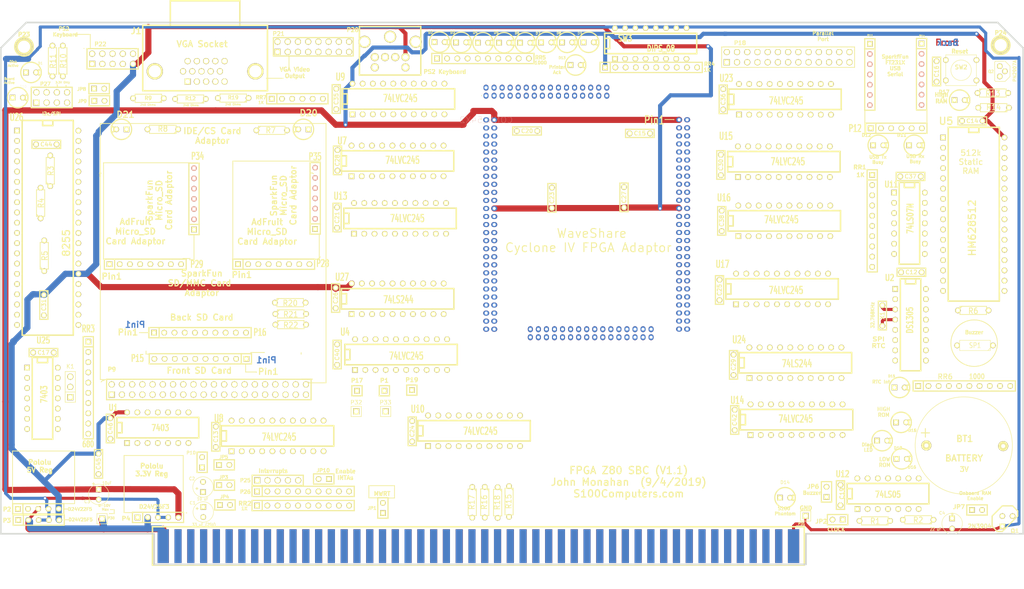
<source format=kicad_pcb>
(kicad_pcb (version 3) (host pcbnew "(2013-07-07 BZR 4022)-stable")
  (layers (15 Component signal) (0 Copper signal) (18 B.Paste user) (19 F.Paste user) (21 F.SilkS user) (22 B.Mask user) (23 F.Mask user) (28 Edge.Cuts user))
  (net 0 "")
  (net 1 /+8V)
  (net 2 //IORDA)
  (net 3 //IOWRA)
  (net 4 //RESETA)
  (net 5 /5V_OUT_8255_SEL*)
  (net 6 /5V_OUT_IDE_PORTS_RD*)
  (net 7 /5V_OUT_IDE_PORTS_WR*)
  (net 8 /5V_OUT_IDE_RD*)
  (net 9 /5V_OUT_IDE_WR*)
  (net 10 /A0)
  (net 11 /A1)
  (net 12 /A10)
  (net 13 /A11)
  (net 14 /A12)
  (net 15 /A13)
  (net 16 /A14)
  (net 17 /A15)
  (net 18 /A16)
  (net 19 /A17)
  (net 20 /A18)
  (net 21 /A19)
  (net 22 /A2)
  (net 23 /A20)
  (net 24 /A21)
  (net 25 /A22)
  (net 26 /A23)
  (net 27 /A3)
  (net 28 /A4)
  (net 29 /A5)
  (net 30 /A6)
  (net 31 /A7)
  (net 32 /A8)
  (net 33 /A9)
  (net 34 /ADSB*)
  (net 35 /BOARD_RESET*)
  (net 36 /CDSB*)
  (net 37 /CLOCK)
  (net 38 /DI0)
  (net 39 /DI1)
  (net 40 /DI2)
  (net 41 /DI3)
  (net 42 /DI4)
  (net 43 /DI5)
  (net 44 /DI6)
  (net 45 /DI7)
  (net 46 /DIAG_LED)
  (net 47 /DO0)
  (net 48 /DO1)
  (net 49 /DO2)
  (net 50 /DO3)
  (net 51 /DO4)
  (net 52 /DO5)
  (net 53 /DO6)
  (net 54 /DO7)
  (net 55 /DOSB*)
  (net 56 /DRV_VCC2)
  (net 57 /ERROR*)
  (net 58 /EXTRA_CS*)
  (net 59 /EXTRA_MISO)
  (net 60 /EXTRA_SPI_CLK)
  (net 61 /EXTRA_SPI_MOSI)
  (net 62 /FPGA_BI_D0)
  (net 63 /FPGA_BI_D1)
  (net 64 /FPGA_BI_D2)
  (net 65 /FPGA_BI_D3)
  (net 66 /FPGA_BI_D4)
  (net 67 /FPGA_BI_D5)
  (net 68 /FPGA_BI_D6)
  (net 69 /FPGA_BI_D7)
  (net 70 /FPGA_CTS)
  (net 71 /FPGA_DTR)
  (net 72 /FPGA_IN_BOARD_RESET*)
  (net 73 /FPGA_IN_CDSB*)
  (net 74 /FPGA_IN_DI0)
  (net 75 /FPGA_IN_DI1)
  (net 76 /FPGA_IN_DI2)
  (net 77 /FPGA_IN_DI3)
  (net 78 /FPGA_IN_DI4)
  (net 79 /FPGA_IN_DI5)
  (net 80 /FPGA_IN_DI6)
  (net 81 /FPGA_IN_DI7)
  (net 82 /FPGA_IN_DIP0)
  (net 83 /FPGA_IN_DIP1)
  (net 84 /FPGA_IN_DIP2)
  (net 85 /FPGA_IN_DIP3)
  (net 86 /FPGA_IN_DIP4)
  (net 87 /FPGA_IN_DIP5)
  (net 88 /FPGA_IN_DIP6)
  (net 89 /FPGA_IN_DIP7)
  (net 90 /FPGA_IN_ENABLE_INTA)
  (net 91 /FPGA_IN_INT*)
  (net 92 /FPGA_IN_INT_A*)
  (net 93 /FPGA_IN_INT_B*)
  (net 94 /FPGA_IN_INT_C*)
  (net 95 /FPGA_IN_INT_D*)
  (net 96 /FPGA_IN_NMI*)
  (net 97 /FPGA_IN_PRN_ACK)
  (net 98 /FPGA_IN_PRN_BUSY)
  (net 99 /FPGA_IN_PS2_CLK)
  (net 100 /FPGA_IN_PS2_DATA)
  (net 101 /FPGA_IN_RDY)
  (net 102 /FPGA_IN_SDSB*)
  (net 103 /FPGA_IN_SPARE1)
  (net 104 /FPGA_IN_SPARE2)
  (net 105 /FPGA_IN_XRDY)
  (net 106 /FPGA_IN_pHOLD*)
  (net 107 /FPGA_OUT_2mHz_CLOCK)
  (net 108 /FPGA_OUT_8255_SEL*)
  (net 109 /FPGA_OUT_A0)
  (net 110 /FPGA_OUT_A1)
  (net 111 /FPGA_OUT_A10)
  (net 112 /FPGA_OUT_A11)
  (net 113 /FPGA_OUT_A12)
  (net 114 /FPGA_OUT_A13)
  (net 115 /FPGA_OUT_A14)
  (net 116 /FPGA_OUT_A15)
  (net 117 /FPGA_OUT_A16)
  (net 118 /FPGA_OUT_A17)
  (net 119 /FPGA_OUT_A18)
  (net 120 /FPGA_OUT_A19)
  (net 121 /FPGA_OUT_A2)
  (net 122 /FPGA_OUT_A3)
  (net 123 /FPGA_OUT_A4)
  (net 124 /FPGA_OUT_A5)
  (net 125 /FPGA_OUT_A6)
  (net 126 /FPGA_OUT_A7)
  (net 127 /FPGA_OUT_A8)
  (net 128 /FPGA_OUT_A9)
  (net 129 /FPGA_OUT_ADD_OE*)
  (net 130 /FPGA_OUT_CPU_CLK*)
  (net 131 /FPGA_OUT_CTL_DISABLE)
  (net 132 /FPGA_OUT_CTL_OE*)
  (net 133 /FPGA_OUT_DI_OE*)
  (net 134 /FPGA_OUT_DO0)
  (net 135 /FPGA_OUT_DO1)
  (net 136 /FPGA_OUT_DO2)
  (net 137 /FPGA_OUT_DO3)
  (net 138 /FPGA_OUT_DO4)
  (net 139 /FPGA_OUT_DO5)
  (net 140 /FPGA_OUT_DO6)
  (net 141 /FPGA_OUT_DO7)
  (net 142 /FPGA_OUT_DO_OE*)
  (net 143 /FPGA_OUT_HIGH_RAM_LED*)
  (net 144 /FPGA_OUT_HIGH_ROM_LED*)
  (net 145 /FPGA_OUT_IDE_RD*)
  (net 146 /FPGA_OUT_IDE_WR*)
  (net 147 /FPGA_OUT_LOW_ROM_LED*)
  (net 148 /FPGA_OUT_MWRT)
  (net 149 /FPGA_OUT_PHANTOM)
  (net 150 /FPGA_OUT_PHI)
  (net 151 /FPGA_OUT_PRN_0)
  (net 152 /FPGA_OUT_PRN_1)
  (net 153 /FPGA_OUT_PRN_2)
  (net 154 /FPGA_OUT_PRN_3)
  (net 155 /FPGA_OUT_PRN_4)
  (net 156 /FPGA_OUT_PRN_5)
  (net 157 /FPGA_OUT_PRN_6)
  (net 158 /FPGA_OUT_PRN_7)
  (net 159 /FPGA_OUT_PRN_STROBE)
  (net 160 /FPGA_OUT_RAM_A16)
  (net 161 /FPGA_OUT_RAM_A17)
  (net 162 /FPGA_OUT_RAM_A18)
  (net 163 /FPGA_OUT_RAM_CS*)
  (net 164 /FPGA_OUT_RAM_OE*)
  (net 165 /FPGA_OUT_RAM_WR*)
  (net 166 /FPGA_OUT_SPARE1)
  (net 167 /FPGA_OUT_SPARE2)
  (net 168 /FPGA_OUT_STATUS_DISABLE)
  (net 169 /FPGA_OUT_STATUS_OE*)
  (net 170 /FPGA_OUT_pDBIN)
  (net 171 /FPGA_OUT_pHLDA)
  (net 172 /FPGA_OUT_pSTVAL*)
  (net 173 /FPGA_OUT_pSYNC)
  (net 174 /FPGA_OUT_pWR*)
  (net 175 /FPGA_OUT_sHLTA)
  (net 176 /FPGA_OUT_sINP)
  (net 177 /FPGA_OUT_sINTA)
  (net 178 /FPGA_OUT_sM1)
  (net 179 /FPGA_OUT_sMEMR)
  (net 180 /FPGA_OUT_sOUT)
  (net 181 /FPGA_OUT_sWO*)
  (net 182 /FPGA_Rx)
  (net 183 /FPGA_Tx)
  (net 184 /F_BAR0)
  (net 185 /F_BAR1)
  (net 186 /F_BAR2)
  (net 187 /F_BAR3)
  (net 188 /F_BAR4)
  (net 189 /F_BAR5)
  (net 190 /F_BAR6)
  (net 191 /F_BAR7)
  (net 192 /F_BOARD_ACTIVE*)
  (net 193 /I2C_PU_CLK)
  (net 194 /I2C_PU_DATA)
  (net 195 /IA0)
  (net 196 /IA1)
  (net 197 /IA2)
  (net 198 /ICS0)
  (net 199 /ICS1)
  (net 200 /ID0)
  (net 201 /ID1)
  (net 202 /ID10)
  (net 203 /ID11)
  (net 204 /ID12)
  (net 205 /ID13)
  (net 206 /ID14)
  (net 207 /ID15)
  (net 208 /ID2)
  (net 209 /ID3)
  (net 210 /ID4)
  (net 211 /ID5)
  (net 212 /ID6)
  (net 213 /ID7)
  (net 214 /ID8)
  (net 215 /ID9)
  (net 216 /INT*)
  (net 217 /INT_A*)
  (net 218 /INT_B*)
  (net 219 /INT_C*)
  (net 220 /INT_D*)
  (net 221 /MWRT)
  (net 222 /NMI*)
  (net 223 /OUT_SPARE1)
  (net 224 /OUT_SPARE2)
  (net 225 /PD0)
  (net 226 /PD1)
  (net 227 /PD2)
  (net 228 /PD3)
  (net 229 /PD4)
  (net 230 /PD5)
  (net 231 /PD6)
  (net 232 /PD7)
  (net 233 /PHANTOM*)
  (net 234 /PHI)
  (net 235 /POC*)
  (net 236 /PRN_0)
  (net 237 /PRN_1)
  (net 238 /PRN_2)
  (net 239 /PRN_3)
  (net 240 /PRN_4)
  (net 241 /PRN_5)
  (net 242 /PRN_6)
  (net 243 /PRN_7)
  (net 244 /PRN_ACK)
  (net 245 /PRN_ACK_LED)
  (net 246 /PRN_BUSY)
  (net 247 /PRN_STROBE)
  (net 248 /PS2_CLK)
  (net 249 /PS2_DATA)
  (net 250 /RDY)
  (net 251 /RESET*)
  (net 252 /RR1_3)
  (net 253 /RR1_5)
  (net 254 /RR1_7)
  (net 255 /RR1_8)
  (net 256 /RR2_1)
  (net 257 /RR2_10)
  (net 258 /RR3_10)
  (net 259 /RR7_6)
  (net 260 /RR9_6)
  (net 261 /RTC_CS)
  (net 262 /RTC_INT*)
  (net 263 /RTC_INT_LED)
  (net 264 /RTC_POWER_FAIL*)
  (net 265 /RTC_SPI_CLK)
  (net 266 /RTC_SPI_SI)
  (net 267 /RTC_SPI_SO)
  (net 268 /S100_PHANTOM_LED)
  (net 269 /SD_CLK)
  (net 270 /SD_CMD)
  (net 271 /SD_CS_A*)
  (net 272 /SD_CS_B*)
  (net 273 /SD_D0)
  (net 274 /SLAVE_CLR*)
  (net 275 /TMA0*)
  (net 276 /TMA1*)
  (net 277 /TMA2*)
  (net 278 /TMA3*)
  (net 279 /USB_RX_BUSY_LED)
  (net 280 /USB_TX_BUSY_LED)
  (net 281 /VCC33)
  (net 282 /VGA_B)
  (net 283 /VGA_G)
  (net 284 /VGA_HSYNC)
  (net 285 /VGA_R)
  (net 286 /VGA_VSYNC)
  (net 287 /VI0*)
  (net 288 /VI1*)
  (net 289 /VI2*)
  (net 290 /VI3*)
  (net 291 /VI4*)
  (net 292 /VI5*)
  (net 293 /VI6*)
  (net 294 /VI7*)
  (net 295 /pDBIN)
  (net 296 /pDBIN_wire)
  (net 297 /pSTVAL*)
  (net 298 /pSYNC)
  (net 299 /pWR*)
  (net 300 /pWR_wire)
  (net 301 /sHLTA)
  (net 302 /sINP)
  (net 303 /sINTA)
  (net 304 /sM1)
  (net 305 /sMEMR)
  (net 306 /sOUT)
  (net 307 /sWO*)
  (net 308 /sXTRQ*)
  (net 309 GND)
  (net 310 N-00000111)
  (net 311 N-00000120)
  (net 312 N-00000123)
  (net 313 N-00000126)
  (net 314 N-00000184)
  (net 315 N-00000187)
  (net 316 N-00000188)
  (net 317 N-00000205)
  (net 318 N-00000206)
  (net 319 N-00000207)
  (net 320 N-00000208)
  (net 321 N-00000209)
  (net 322 N-00000210)
  (net 323 N-00000211)
  (net 324 N-00000212)
  (net 325 N-00000213)
  (net 326 N-00000217)
  (net 327 N-00000225)
  (net 328 N-00000226)
  (net 329 N-00000231)
  (net 330 N-00000238)
  (net 331 N-00000240)
  (net 332 N-00000243)
  (net 333 N-00000247)
  (net 334 N-00000248)
  (net 335 N-00000249)
  (net 336 N-00000250)
  (net 337 N-00000251)
  (net 338 N-00000252)
  (net 339 N-00000253)
  (net 340 N-00000254)
  (net 341 N-00000255)
  (net 342 N-00000256)
  (net 343 N-00000257)
  (net 344 N-00000258)
  (net 345 N-00000259)
  (net 346 N-00000261)
  (net 347 N-00000262)
  (net 348 N-00000271)
  (net 349 N-00000272)
  (net 350 N-00000274)
  (net 351 N-00000275)
  (net 352 N-00000283)
  (net 353 N-00000289)
  (net 354 N-00000290)
  (net 355 N-00000291)
  (net 356 N-00000309)
  (net 357 N-00000315)
  (net 358 N-0000039)
  (net 359 N-0000073)
  (net 360 N-0000074)
  (net 361 N-0000082)
  (net 362 N-0000083)
  (net 363 N-0000084)
  (net 364 N-0000085)
  (net 365 N-0000086)
  (net 366 N-0000089)
  (net 367 VCC)
  (module DIP-20__300 (layer Component) (at 137.89914 134.44982)
    (fp_text reference U10 (at -14.01064 -5.40258) (layer F.SilkS) (effects (font (size 1.778 1.143) (thickness 0.3048))))
    (fp_text value 74LVC245 (at 1.57734 0.07874) (layer F.SilkS) (effects (font (size 1.778 1.143) (thickness 0.28575))))
    (pad 1 thru_hole rect (at -11.43 3.81) (size 1.397 1.397) (drill 0.8128) (layers *.Cu *.Mask F.SilkS) (net 281 /VCC33))
    (pad 2 thru_hole circle (at -8.89 3.81) (size 1.397 1.397) (drill 0.8128) (layers *.Cu *.Mask F.SilkS) (net 170 /FPGA_OUT_pDBIN))
    (pad 3 thru_hole circle (at -6.35 3.81) (size 1.397 1.397) (drill 0.8128) (layers *.Cu *.Mask F.SilkS) (net 173 /FPGA_OUT_pSYNC))
    (pad 4 thru_hole circle (at -3.81 3.81) (size 1.397 1.397) (drill 0.8128) (layers *.Cu *.Mask F.SilkS) (net 172 /FPGA_OUT_pSTVAL*))
    (pad 5 thru_hole circle (at -1.27 3.81) (size 1.397 1.397) (drill 0.8128) (layers *.Cu *.Mask F.SilkS) (net 174 /FPGA_OUT_pWR*))
    (pad 6 thru_hole circle (at 1.27 3.81) (size 1.397 1.397) (drill 0.8128) (layers *.Cu *.Mask F.SilkS) (net 150 /FPGA_OUT_PHI))
    (pad 7 thru_hole circle (at 3.81 3.81) (size 1.397 1.397) (drill 0.8128) (layers *.Cu *.Mask F.SilkS) (net 107 /FPGA_OUT_2mHz_CLOCK))
    (pad 8 thru_hole circle (at 6.35 3.81) (size 1.397 1.397) (drill 0.8128) (layers *.Cu *.Mask F.SilkS) (net 148 /FPGA_OUT_MWRT))
    (pad 9 thru_hole circle (at 8.89 3.81) (size 1.397 1.397) (drill 0.8128) (layers *.Cu *.Mask F.SilkS) (net 149 /FPGA_OUT_PHANTOM))
    (pad 10 thru_hole circle (at 11.43 3.81) (size 1.397 1.397) (drill 0.8128) (layers *.Cu *.Mask F.SilkS) (net 309 GND))
    (pad 11 thru_hole circle (at 11.43 -3.81) (size 1.397 1.397) (drill 0.8128) (layers *.Cu *.Mask F.SilkS) (net 329 N-00000231))
    (pad 12 thru_hole circle (at 8.89 -3.81) (size 1.397 1.397) (drill 0.8128) (layers *.Cu *.Mask F.SilkS) (net 349 N-00000272))
    (pad 13 thru_hole circle (at 6.35 -3.81) (size 1.397 1.397) (drill 0.8128) (layers *.Cu *.Mask F.SilkS) (net 348 N-00000271))
    (pad 14 thru_hole circle (at 3.81 -3.81) (size 1.397 1.397) (drill 0.8128) (layers *.Cu *.Mask F.SilkS) (net 234 /PHI))
    (pad 15 thru_hole circle (at 1.27 -3.81) (size 1.397 1.397) (drill 0.8128) (layers *.Cu *.Mask F.SilkS) (net 300 /pWR_wire))
    (pad 16 thru_hole circle (at -1.27 -3.81) (size 1.397 1.397) (drill 0.8128) (layers *.Cu *.Mask F.SilkS) (net 351 N-00000275))
    (pad 17 thru_hole circle (at -3.81 -3.81) (size 1.397 1.397) (drill 0.8128) (layers *.Cu *.Mask F.SilkS) (net 350 N-00000274))
    (pad 18 thru_hole circle (at -6.35 -3.81) (size 1.397 1.397) (drill 0.8128) (layers *.Cu *.Mask F.SilkS) (net 296 /pDBIN_wire))
    (pad 19 thru_hole circle (at -8.89 -3.81) (size 1.397 1.397) (drill 0.8128) (layers *.Cu *.Mask F.SilkS) (net 132 /FPGA_OUT_CTL_OE*))
    (pad 20 thru_hole circle (at -11.43 -3.81) (size 1.397 1.397) (drill 0.8128) (layers *.Cu *.Mask F.SilkS) (net 367 VCC))
  )
  (module DIP-20__300 (layer Component) (at 119.76608 115.5192)
    (fp_text reference U4 (at -13.92936 -5.6261) (layer F.SilkS) (effects (font (size 1.778 1.143) (thickness 0.3048))))
    (fp_text value 74LVC245 (at 1.31064 0.3429) (layer F.SilkS) (effects (font (size 1.778 1.143) (thickness 0.28575))))
    (pad 1 thru_hole rect (at -11.43 3.81) (size 1.397 1.397) (drill 0.8128) (layers *.Cu *.Mask F.SilkS) (net 281 /VCC33))
    (pad 2 thru_hole circle (at -8.89 3.81) (size 1.397 1.397) (drill 0.8128) (layers *.Cu *.Mask F.SilkS) (net 134 /FPGA_OUT_DO0))
    (pad 3 thru_hole circle (at -6.35 3.81) (size 1.397 1.397) (drill 0.8128) (layers *.Cu *.Mask F.SilkS) (net 135 /FPGA_OUT_DO1))
    (pad 4 thru_hole circle (at -3.81 3.81) (size 1.397 1.397) (drill 0.8128) (layers *.Cu *.Mask F.SilkS) (net 136 /FPGA_OUT_DO2))
    (pad 5 thru_hole circle (at -1.27 3.81) (size 1.397 1.397) (drill 0.8128) (layers *.Cu *.Mask F.SilkS) (net 137 /FPGA_OUT_DO3))
    (pad 6 thru_hole circle (at 1.27 3.81) (size 1.397 1.397) (drill 0.8128) (layers *.Cu *.Mask F.SilkS) (net 138 /FPGA_OUT_DO4))
    (pad 7 thru_hole circle (at 3.81 3.81) (size 1.397 1.397) (drill 0.8128) (layers *.Cu *.Mask F.SilkS) (net 139 /FPGA_OUT_DO5))
    (pad 8 thru_hole circle (at 6.35 3.81) (size 1.397 1.397) (drill 0.8128) (layers *.Cu *.Mask F.SilkS) (net 140 /FPGA_OUT_DO6))
    (pad 9 thru_hole circle (at 8.89 3.81) (size 1.397 1.397) (drill 0.8128) (layers *.Cu *.Mask F.SilkS) (net 141 /FPGA_OUT_DO7))
    (pad 10 thru_hole circle (at 11.43 3.81) (size 1.397 1.397) (drill 0.8128) (layers *.Cu *.Mask F.SilkS) (net 309 GND))
    (pad 11 thru_hole circle (at 11.43 -3.81) (size 1.397 1.397) (drill 0.8128) (layers *.Cu *.Mask F.SilkS) (net 54 /DO7))
    (pad 12 thru_hole circle (at 8.89 -3.81) (size 1.397 1.397) (drill 0.8128) (layers *.Cu *.Mask F.SilkS) (net 53 /DO6))
    (pad 13 thru_hole circle (at 6.35 -3.81) (size 1.397 1.397) (drill 0.8128) (layers *.Cu *.Mask F.SilkS) (net 52 /DO5))
    (pad 14 thru_hole circle (at 3.81 -3.81) (size 1.397 1.397) (drill 0.8128) (layers *.Cu *.Mask F.SilkS) (net 51 /DO4))
    (pad 15 thru_hole circle (at 1.27 -3.81) (size 1.397 1.397) (drill 0.8128) (layers *.Cu *.Mask F.SilkS) (net 50 /DO3))
    (pad 16 thru_hole circle (at -1.27 -3.81) (size 1.397 1.397) (drill 0.8128) (layers *.Cu *.Mask F.SilkS) (net 49 /DO2))
    (pad 17 thru_hole circle (at -3.81 -3.81) (size 1.397 1.397) (drill 0.8128) (layers *.Cu *.Mask F.SilkS) (net 48 /DO1))
    (pad 18 thru_hole circle (at -6.35 -3.81) (size 1.397 1.397) (drill 0.8128) (layers *.Cu *.Mask F.SilkS) (net 47 /DO0))
    (pad 19 thru_hole circle (at -8.89 -3.81) (size 1.397 1.397) (drill 0.8128) (layers *.Cu *.Mask F.SilkS) (net 142 /FPGA_OUT_DO_OE*))
    (pad 20 thru_hole circle (at -11.43 -3.81) (size 1.397 1.397) (drill 0.8128) (layers *.Cu *.Mask F.SilkS) (net 367 VCC))
  )
  (module BUZZER (layer Component) (at 259.5372 138.176)
    (fp_text reference BT1 (at 0.24892 -1.75006) (layer F.SilkS) (effects (font (size 1.524 1.524) (thickness 0.3048))))
    (fp_text value BATTERY (at 0.0889 3.0861) (layer F.SilkS) (effects (font (size 1.524 1.524) (thickness 0.3048))))
    (pad 2 thru_hole circle (at 9.8044 0.0762) (size 2.49936 2.49936) (drill 1.00076) (layers *.Cu *.Mask F.SilkS) (net 309 GND))
    (pad 1 thru_hole circle (at -9.2837 -0.0762) (size 2.49936 2.49936) (drill 1.00076) (layers *.Cu *.Mask F.SilkS) (net 326 N-00000217))
  )
  (module PS2 (layer Component) (at 117.0432 39.0906 180)
    (fp_text reference P20 (at 9.2964 4.2418 180) (layer F.SilkS) (effects (font (size 1.016 1.016) (thickness 0.254))))
    (fp_text value CONN_6 hide)
    (pad 3 thru_hole circle (at 3.81 -2.54 180) (size 1.99898 1.99898) (drill 1.27) (layers *.Cu *.Mask F.SilkS) (net 309 GND))
    (pad 1 thru_hole circle (at 1.27 -2.54 180) (size 1.99898 1.99898) (drill 1.27) (layers *.Cu *.Mask F.SilkS) (net 249 /PS2_DATA))
    (pad 2 thru_hole circle (at -1.27 -2.54 180) (size 1.99898 1.99898) (drill 1.27) (layers *.Cu *.Mask F.SilkS))
    (pad 4 thru_hole circle (at -3.81 -2.54 180) (size 1.99898 1.99898) (drill 1.27) (layers *.Cu *.Mask F.SilkS) (net 367 VCC))
    (pad 6 thru_hole circle (at -3.81 -5.08 180) (size 1.99898 1.99898) (drill 1.27) (layers *.Cu *.Mask F.SilkS))
    (pad 7 thru_hole circle (at 0 2.54 180) (size 2.99974 2.99974) (drill 2.286) (layers *.Cu *.Mask F.SilkS))
    (pad 5 thru_hole circle (at 3.81 -5.08 180) (size 1.99898 1.99898) (drill 1.27) (layers *.Cu *.Mask F.SilkS) (net 248 /PS2_CLK))
    (pad 8 thru_hole circle (at 6.35 1.27 180) (size 2.99974 2.99974) (drill 2.286) (layers *.Cu *.Mask F.SilkS))
    (pad 9 thru_hole circle (at -6.35 1.27 180) (size 2.99974 2.99974) (drill 2.286) (layers *.Cu *.Mask F.SilkS))
  )
  (module Header27X2 (layer Copper) (at 188.83122 57.19064)
    (fp_text reference P8 hide)
    (fp_text value CONN_54X2 hide)
    (pad 40 thru_hole oval (at 2 38.00002) (size 1.5 1.25) (drill 0.762) (layers *.Cu *.Mask) (net 261 /RTC_CS))
    (pad 38 thru_hole oval (at 2 36.00002) (size 1.5 1.25) (drill 0.762) (layers *.Cu *.Mask) (net 266 /RTC_SPI_SI))
    (pad 36 thru_hole oval (at 2 34.00002) (size 1.5 1.25) (drill 0.762) (layers *.Cu *.Mask) (net 267 /RTC_SPI_SO))
    (pad 34 thru_hole oval (at 2 32.00002) (size 1.5 1.25) (drill 0.762) (layers *.Cu *.Mask) (net 265 /RTC_SPI_CLK))
    (pad 32 thru_hole oval (at 2 30.00002) (size 1.5 1.25) (drill 0.762) (layers *.Cu *.Mask) (net 262 /RTC_INT*))
    (pad 30 thru_hole oval (at 2 28.00001) (size 1.5 1.25) (drill 0.762) (layers *.Cu *.Mask) (net 165 /FPGA_OUT_RAM_WR*))
    (pad 28 thru_hole oval (at 2 26.00001) (size 1.5 1.25) (drill 0.762) (layers *.Cu *.Mask) (net 164 /FPGA_OUT_RAM_OE*))
    (pad 26 thru_hole oval (at 2 24.00001) (size 1.5 1.25) (drill 0.762) (layers *.Cu *.Mask) (net 160 /FPGA_OUT_RAM_A16))
    (pad 24 thru_hole oval (at 2 22.00001) (size 1.5 1.25) (drill 0.762) (layers *.Cu *.Mask) (net 309 GND))
    (pad 22 thru_hole oval (at 2 20.00001) (size 1.5 1.25) (drill 0.762) (layers *.Cu *.Mask) (net 161 /FPGA_OUT_RAM_A17))
    (pad 20 thru_hole oval (at 2 18.00001) (size 1.5 1.25) (drill 0.762) (layers *.Cu *.Mask) (net 162 /FPGA_OUT_RAM_A18))
    (pad 18 thru_hole oval (at 2 16.00001) (size 1.5 1.25) (drill 0.762) (layers *.Cu *.Mask) (net 69 /FPGA_BI_D7))
    (pad 16 thru_hole oval (at 2 14.00001) (size 1.5 1.25) (drill 0.762) (layers *.Cu *.Mask) (net 68 /FPGA_BI_D6))
    (pad 14 thru_hole oval (at 2 12.00001) (size 1.5 1.25) (drill 0.762) (layers *.Cu *.Mask) (net 67 /FPGA_BI_D5))
    (pad 12 thru_hole oval (at 2 10) (size 1.5 1.25) (drill 0.762) (layers *.Cu *.Mask) (net 66 /FPGA_BI_D4))
    (pad 10 thru_hole oval (at 2 8) (size 1.5 1.25) (drill 0.762) (layers *.Cu *.Mask) (net 65 /FPGA_BI_D3))
    (pad 8 thru_hole oval (at 2 6) (size 1.5 1.25) (drill 0.762) (layers *.Cu *.Mask) (net 64 /FPGA_BI_D2))
    (pad 6 thru_hole oval (at 2 4) (size 1.5 1.25) (drill 0.762) (layers *.Cu *.Mask) (net 63 /FPGA_BI_D1))
    (pad 4 thru_hole oval (at 2 2) (size 1.5 1.25) (drill 0.762) (layers *.Cu *.Mask) (net 62 /FPGA_BI_D0))
    (pad 2 thru_hole oval (at 2 0) (size 1.5 1.25) (drill 0.762) (layers *.Cu *.Mask) (net 309 GND))
    (pad 1 thru_hole oval (at 0 0) (size 1.5 1.25) (drill 0.762) (layers *.Cu *.Mask) (net 281 /VCC33))
    (pad 3 thru_hole oval (at 0 2) (size 1.5 1.25) (drill 0.762) (layers *.Cu *.Mask) (net 109 /FPGA_OUT_A0))
    (pad 5 thru_hole oval (at 0 4) (size 1.5 1.25) (drill 0.762) (layers *.Cu *.Mask) (net 110 /FPGA_OUT_A1))
    (pad 7 thru_hole oval (at 0 6) (size 1.5 1.25) (drill 0.762) (layers *.Cu *.Mask) (net 121 /FPGA_OUT_A2))
    (pad 9 thru_hole oval (at 0 8) (size 1.5 1.25) (drill 0.762) (layers *.Cu *.Mask) (net 122 /FPGA_OUT_A3))
    (pad 11 thru_hole oval (at 0 10) (size 1.5 1.25) (drill 0.762) (layers *.Cu *.Mask) (net 123 /FPGA_OUT_A4))
    (pad 13 thru_hole oval (at 0 12.00001) (size 1.5 1.25) (drill 0.762) (layers *.Cu *.Mask) (net 124 /FPGA_OUT_A5))
    (pad 15 thru_hole oval (at 0 14.00001) (size 1.5 1.25) (drill 0.762) (layers *.Cu *.Mask) (net 125 /FPGA_OUT_A6))
    (pad 17 thru_hole oval (at 0 16.00001) (size 1.5 1.25) (drill 0.762) (layers *.Cu *.Mask) (net 126 /FPGA_OUT_A7))
    (pad 19 thru_hole oval (at 0 18.00001) (size 1.5 1.25) (drill 0.762) (layers *.Cu *.Mask) (net 127 /FPGA_OUT_A8))
    (pad 21 thru_hole oval (at 0 20.00001) (size 1.5 1.25) (drill 0.762) (layers *.Cu *.Mask) (net 128 /FPGA_OUT_A9))
    (pad 23 thru_hole oval (at 0 22.00001) (size 1.5 1.25) (drill 0.762) (layers *.Cu *.Mask) (net 367 VCC))
    (pad 25 thru_hole oval (at 0 24.00001) (size 1.5 1.25) (drill 0.762) (layers *.Cu *.Mask) (net 111 /FPGA_OUT_A10))
    (pad 27 thru_hole oval (at 0 26.00001) (size 1.5 1.25) (drill 0.762) (layers *.Cu *.Mask) (net 112 /FPGA_OUT_A11))
    (pad 29 thru_hole oval (at 0 28.00001) (size 1.5 1.25) (drill 0.762) (layers *.Cu *.Mask) (net 113 /FPGA_OUT_A12))
    (pad 31 thru_hole oval (at 0 30.00002) (size 1.5 1.25) (drill 0.762) (layers *.Cu *.Mask) (net 114 /FPGA_OUT_A13))
    (pad 33 thru_hole oval (at 0 32.00002) (size 1.5 1.25) (drill 0.762) (layers *.Cu *.Mask) (net 115 /FPGA_OUT_A14))
    (pad 35 thru_hole oval (at 0 34.00002) (size 1.5 1.25) (drill 0.762) (layers *.Cu *.Mask) (net 116 /FPGA_OUT_A15))
    (pad 37 thru_hole oval (at 0 36.00002) (size 1.5 1.25) (drill 0.762) (layers *.Cu *.Mask) (net 117 /FPGA_OUT_A16))
    (pad 39 thru_hole oval (at 0 38.00002) (size 1.5 1.25) (drill 0.762) (layers *.Cu *.Mask) (net 118 /FPGA_OUT_A17))
    (pad 41 thru_hole oval (at 0 40) (size 1.5 1.25) (drill 0.762) (layers *.Cu *.Mask) (net 119 /FPGA_OUT_A18))
    (pad 42 thru_hole oval (at 2 40) (size 1.5 1.25) (drill 0.762) (layers *.Cu *.Mask) (net 102 /FPGA_IN_SDSB*))
    (pad 43 thru_hole oval (at 0 42) (size 1.5 1.25) (drill 0.762) (layers *.Cu *.Mask) (net 120 /FPGA_OUT_A19))
    (pad 44 thru_hole oval (at 2 42) (size 1.5 1.25) (drill 0.762) (layers *.Cu *.Mask) (net 73 /FPGA_IN_CDSB*))
    (pad 45 thru_hole oval (at 0 44) (size 1.5 1.25) (drill 0.762) (layers *.Cu *.Mask) (net 151 /FPGA_OUT_PRN_0))
    (pad 46 thru_hole oval (at 2 44) (size 1.5 1.25) (drill 0.762) (layers *.Cu *.Mask) (net 168 /FPGA_OUT_STATUS_DISABLE))
    (pad 47 thru_hole oval (at 0 46) (size 1.5 1.25) (drill 0.762) (layers *.Cu *.Mask) (net 152 /FPGA_OUT_PRN_1))
    (pad 48 thru_hole oval (at 2 46) (size 1.5 1.25) (drill 0.762) (layers *.Cu *.Mask) (net 131 /FPGA_OUT_CTL_DISABLE))
    (pad 49 thru_hole oval (at 0 48) (size 1.5 1.25) (drill 0.762) (layers *.Cu *.Mask) (net 153 /FPGA_OUT_PRN_2))
    (pad 50 thru_hole oval (at 2 48) (size 1.5 1.25) (drill 0.762) (layers *.Cu *.Mask) (net 169 /FPGA_OUT_STATUS_OE*))
    (pad 51 thru_hole oval (at 0 50) (size 1.5 1.25) (drill 0.762) (layers *.Cu *.Mask) (net 154 /FPGA_OUT_PRN_3))
    (pad 52 thru_hole oval (at 2 50) (size 1.5 1.25) (drill 0.762) (layers *.Cu *.Mask) (net 129 /FPGA_OUT_ADD_OE*))
    (pad 53 thru_hole oval (at 0 52) (size 1.5 1.25) (drill 0.762) (layers *.Cu *.Mask) (net 155 /FPGA_OUT_PRN_4))
    (pad 54 thru_hole oval (at 2 52) (size 1.5 1.25) (drill 0.762) (layers *.Cu *.Mask) (net 264 /RTC_POWER_FAIL*))
  )
  (module Header27X2 (layer Copper) (at 140.90904 57.21858)
    (fp_text reference P7 hide)
    (fp_text value CONN_54X2 (at 0 0) (layer B.SilkS) (effects (font (size 1.524 1.524) (thickness 0.05)) (justify mirror)))
    (pad 40 thru_hole oval (at 2 38.00002) (size 1.5 1.25) (drill 0.762) (layers *.Cu *.Mask) (net 59 /EXTRA_MISO))
    (pad 38 thru_hole oval (at 2 36.00002) (size 1.5 1.25) (drill 0.762) (layers *.Cu *.Mask) (net 94 /FPGA_IN_INT_C*))
    (pad 36 thru_hole oval (at 2 34.00002) (size 1.5 1.25) (drill 0.762) (layers *.Cu *.Mask) (net 95 /FPGA_IN_INT_D*))
    (pad 34 thru_hole oval (at 2 32.00002) (size 1.5 1.25) (drill 0.762) (layers *.Cu *.Mask) (net 273 /SD_D0))
    (pad 32 thru_hole oval (at 2 30.00002) (size 1.5 1.25) (drill 0.762) (layers *.Cu *.Mask) (net 271 /SD_CS_A*))
    (pad 30 thru_hole oval (at 2 28.00001) (size 1.5 1.25) (drill 0.762) (layers *.Cu *.Mask) (net 272 /SD_CS_B*))
    (pad 28 thru_hole oval (at 2 26.00001) (size 1.5 1.25) (drill 0.762) (layers *.Cu *.Mask) (net 269 /SD_CLK))
    (pad 26 thru_hole oval (at 2 24.00001) (size 1.5 1.25) (drill 0.762) (layers *.Cu *.Mask) (net 166 /FPGA_OUT_SPARE1))
    (pad 24 thru_hole oval (at 2 22.00001) (size 1.5 1.25) (drill 0.762) (layers *.Cu *.Mask) (net 367 VCC))
    (pad 22 thru_hole oval (at 2 20.00001) (size 1.5 1.25) (drill 0.762) (layers *.Cu *.Mask) (net 61 /EXTRA_SPI_MOSI))
    (pad 20 thru_hole oval (at 2 18.00001) (size 1.5 1.25) (drill 0.762) (layers *.Cu *.Mask) (net 60 /EXTRA_SPI_CLK))
    (pad 18 thru_hole oval (at 2 16.00001) (size 1.5 1.25) (drill 0.762) (layers *.Cu *.Mask) (net 104 /FPGA_IN_SPARE2))
    (pad 16 thru_hole oval (at 2 14.00001) (size 1.5 1.25) (drill 0.762) (layers *.Cu *.Mask) (net 46 /DIAG_LED))
    (pad 14 thru_hole oval (at 2 12.00001) (size 1.5 1.25) (drill 0.762) (layers *.Cu *.Mask) (net 147 /FPGA_OUT_LOW_ROM_LED*))
    (pad 12 thru_hole oval (at 2 10) (size 1.5 1.25) (drill 0.762) (layers *.Cu *.Mask) (net 144 /FPGA_OUT_HIGH_ROM_LED*))
    (pad 10 thru_hole oval (at 2 8) (size 1.5 1.25) (drill 0.762) (layers *.Cu *.Mask) (net 268 /S100_PHANTOM_LED))
    (pad 8 thru_hole oval (at 2 6) (size 1.5 1.25) (drill 0.762) (layers *.Cu *.Mask) (net 245 /PRN_ACK_LED))
    (pad 6 thru_hole oval (at 2 4) (size 1.5 1.25) (drill 0.762) (layers *.Cu *.Mask) (net 280 /USB_TX_BUSY_LED))
    (pad 4 thru_hole oval (at 2 2) (size 1.5 1.25) (drill 0.762) (layers *.Cu *.Mask) (net 279 /USB_RX_BUSY_LED))
    (pad 2 thru_hole oval (at 2 0) (size 1.5 1.25) (drill 0.762) (layers *.Cu *.Mask) (net 281 /VCC33))
    (pad 1 thru_hole oval (at 0 0) (size 1.5 1.25) (drill 0.762) (layers *.Cu *.Mask) (net 309 GND))
    (pad 3 thru_hole oval (at 0 2) (size 1.5 1.25) (drill 0.762) (layers *.Cu *.Mask) (net 134 /FPGA_OUT_DO0))
    (pad 5 thru_hole oval (at 0 4) (size 1.5 1.25) (drill 0.762) (layers *.Cu *.Mask) (net 135 /FPGA_OUT_DO1))
    (pad 7 thru_hole oval (at 0 6) (size 1.5 1.25) (drill 0.762) (layers *.Cu *.Mask) (net 136 /FPGA_OUT_DO2))
    (pad 9 thru_hole oval (at 0 8) (size 1.5 1.25) (drill 0.762) (layers *.Cu *.Mask) (net 137 /FPGA_OUT_DO3))
    (pad 11 thru_hole oval (at 0 10) (size 1.5 1.25) (drill 0.762) (layers *.Cu *.Mask) (net 138 /FPGA_OUT_DO4))
    (pad 13 thru_hole oval (at 0 12.00001) (size 1.5 1.25) (drill 0.762) (layers *.Cu *.Mask) (net 139 /FPGA_OUT_DO5))
    (pad 15 thru_hole oval (at 0 14.00001) (size 1.5 1.25) (drill 0.762) (layers *.Cu *.Mask) (net 140 /FPGA_OUT_DO6))
    (pad 17 thru_hole oval (at 0 16.00001) (size 1.5 1.25) (drill 0.762) (layers *.Cu *.Mask) (net 141 /FPGA_OUT_DO7))
    (pad 19 thru_hole oval (at 0 18.00001) (size 1.5 1.25) (drill 0.762) (layers *.Cu *.Mask) (net 142 /FPGA_OUT_DO_OE*))
    (pad 21 thru_hole oval (at 0 20.00001) (size 1.5 1.25) (drill 0.762) (layers *.Cu *.Mask) (net 133 /FPGA_OUT_DI_OE*))
    (pad 23 thru_hole oval (at 0 22.00001) (size 1.5 1.25) (drill 0.762) (layers *.Cu *.Mask) (net 309 GND))
    (pad 25 thru_hole oval (at 0 24.00001) (size 1.5 1.25) (drill 0.762) (layers *.Cu *.Mask) (net 74 /FPGA_IN_DI0))
    (pad 27 thru_hole oval (at 0 26.00001) (size 1.5 1.25) (drill 0.762) (layers *.Cu *.Mask) (net 75 /FPGA_IN_DI1))
    (pad 29 thru_hole oval (at 0 28.00001) (size 1.5 1.25) (drill 0.762) (layers *.Cu *.Mask) (net 76 /FPGA_IN_DI2))
    (pad 31 thru_hole oval (at 0 30.00002) (size 1.5 1.25) (drill 0.762) (layers *.Cu *.Mask) (net 77 /FPGA_IN_DI3))
    (pad 33 thru_hole oval (at 0 32.00002) (size 1.5 1.25) (drill 0.762) (layers *.Cu *.Mask) (net 78 /FPGA_IN_DI4))
    (pad 35 thru_hole oval (at 0 34.00002) (size 1.5 1.25) (drill 0.762) (layers *.Cu *.Mask) (net 79 /FPGA_IN_DI5))
    (pad 37 thru_hole oval (at 0 36.00002) (size 1.5 1.25) (drill 0.762) (layers *.Cu *.Mask) (net 80 /FPGA_IN_DI6))
    (pad 39 thru_hole oval (at 0 38.00002) (size 1.5 1.25) (drill 0.762) (layers *.Cu *.Mask) (net 81 /FPGA_IN_DI7))
    (pad 41 thru_hole oval (at 0 40) (size 1.5 1.25) (drill 0.762) (layers *.Cu *.Mask) (net 175 /FPGA_OUT_sHLTA))
    (pad 42 thru_hole oval (at 2 40) (size 1.5 1.25) (drill 0.762) (layers *.Cu *.Mask) (net 58 /EXTRA_CS*))
    (pad 43 thru_hole oval (at 0 42) (size 1.5 1.25) (drill 0.762) (layers *.Cu *.Mask) (net 180 /FPGA_OUT_sOUT))
    (pad 44 thru_hole oval (at 2 42) (size 1.5 1.25) (drill 0.762) (layers *.Cu *.Mask) (net 130 /FPGA_OUT_CPU_CLK*))
    (pad 45 thru_hole oval (at 0 44) (size 1.5 1.25) (drill 0.762) (layers *.Cu *.Mask) (net 176 /FPGA_OUT_sINP))
    (pad 46 thru_hole oval (at 2 44) (size 1.5 1.25) (drill 0.762) (layers *.Cu *.Mask) (net 270 /SD_CMD))
    (pad 47 thru_hole oval (at 0 46) (size 1.5 1.25) (drill 0.762) (layers *.Cu *.Mask) (net 179 /FPGA_OUT_sMEMR))
    (pad 48 thru_hole oval (at 2 46) (size 1.5 1.25) (drill 0.762) (layers *.Cu *.Mask) (net 167 /FPGA_OUT_SPARE2))
    (pad 49 thru_hole oval (at 0 48) (size 1.5 1.25) (drill 0.762) (layers *.Cu *.Mask) (net 181 /FPGA_OUT_sWO*))
    (pad 50 thru_hole oval (at 2 48) (size 1.5 1.25) (drill 0.762) (layers *.Cu *.Mask) (net 72 /FPGA_IN_BOARD_RESET*))
    (pad 51 thru_hole oval (at 0 50) (size 1.5 1.25) (drill 0.762) (layers *.Cu *.Mask) (net 178 /FPGA_OUT_sM1))
    (pad 52 thru_hole oval (at 2 50) (size 1.5 1.25) (drill 0.762) (layers *.Cu *.Mask) (net 90 /FPGA_IN_ENABLE_INTA))
    (pad 53 thru_hole oval (at 0 52) (size 1.5 1.25) (drill 0.762) (layers *.Cu *.Mask) (net 177 /FPGA_OUT_sINTA))
    (pad 54 thru_hole oval (at 2 52) (size 1.5 1.25) (drill 0.762) (layers *.Cu *.Mask) (net 171 /FPGA_OUT_pHLDA))
  )
  (module "Header 16X2 - 2mm" (layer Copper) (at 151.87422 111.21644)
    (fp_text reference P5 hide)
    (fp_text value CONN_16X2 hide)
    (pad 31 thru_hole oval (at 30.00002 -0.00002 270) (size 1.5 1.25) (drill 0.75) (layers *.Cu *.Mask) (net 91 /FPGA_IN_INT*))
    (pad 29 thru_hole oval (at 28.00003 -0.00002 270) (size 1.5 1.25) (drill 0.75) (layers *.Cu *.Mask) (net 96 /FPGA_IN_NMI*))
    (pad 27 thru_hole oval (at 26.00003 -0.00002 270) (size 1.5 1.25) (drill 0.75) (layers *.Cu *.Mask) (net 143 /FPGA_OUT_HIGH_RAM_LED*))
    (pad 25 thru_hole oval (at 24.00003 -0.00002 270) (size 1.5 1.25) (drill 0.75) (layers *.Cu *.Mask) (net 105 /FPGA_IN_XRDY))
    (pad 23 thru_hole oval (at 22.00004 -0.00002 270) (size 1.5 1.25) (drill 0.75) (layers *.Cu *.Mask) (net 101 /FPGA_IN_RDY))
    (pad 21 thru_hole oval (at 19.99999 -0.00002 270) (size 1.5 1.25) (drill 0.75) (layers *.Cu *.Mask) (net 106 /FPGA_IN_pHOLD*))
    (pad 19 thru_hole oval (at 18 -0.00002 270) (size 1.5 1.25) (drill 0.75) (layers *.Cu *.Mask) (net 170 /FPGA_OUT_pDBIN))
    (pad 17 thru_hole oval (at 16 -0.00002 270) (size 1.5 1.25) (drill 0.75) (layers *.Cu *.Mask) (net 173 /FPGA_OUT_pSYNC))
    (pad 15 thru_hole oval (at 14 -0.00002 270) (size 1.5 1.25) (drill 0.75) (layers *.Cu *.Mask) (net 172 /FPGA_OUT_pSTVAL*))
    (pad 13 thru_hole oval (at 12.00001 -0.00002 270) (size 1.5 1.25) (drill 0.75) (layers *.Cu *.Mask) (net 174 /FPGA_OUT_pWR*))
    (pad 11 thru_hole oval (at 10.00001 -0.00002 270) (size 1.5 1.25) (drill 0.75) (layers *.Cu *.Mask) (net 150 /FPGA_OUT_PHI))
    (pad 9 thru_hole oval (at 8.00002 -0.00002 270) (size 1.5 1.25) (drill 0.75) (layers *.Cu *.Mask) (net 107 /FPGA_OUT_2mHz_CLOCK))
    (pad 7 thru_hole oval (at 6.00002 -0.00002 270) (size 1.5 1.25) (drill 0.75) (layers *.Cu *.Mask) (net 148 /FPGA_OUT_MWRT))
    (pad 5 thru_hole oval (at 4.00002 -0.00002 270) (size 1.5 1.25) (drill 0.75) (layers *.Cu *.Mask) (net 132 /FPGA_OUT_CTL_OE*))
    (pad 3 thru_hole oval (at 2.00003 -0.00002 270) (size 1.5 1.25) (drill 0.75) (layers *.Cu *.Mask) (net 359 N-0000073))
    (pad 1 thru_hole oval (at -0.00002 -0.00002 270) (size 1.5 1.25) (drill 0.75) (layers *.Cu *.Mask) (net 360 N-0000074))
    (pad 2 thru_hole oval (at -0.00002 -2.00002 270) (size 1.5 1.25) (drill 0.75) (layers *.Cu *.Mask) (net 338 N-00000252))
    (pad 4 thru_hole oval (at 2.00003 -2.00002 270) (size 1.5 1.25) (drill 0.75) (layers *.Cu *.Mask) (net 310 N-00000111))
    (pad 6 thru_hole oval (at 4.00002 -2.00002 270) (size 1.5 1.25) (drill 0.75) (layers *.Cu *.Mask) (net 99 /FPGA_IN_PS2_CLK))
    (pad 8 thru_hole oval (at 6.00002 -2.00002 270) (size 1.5 1.25) (drill 0.75) (layers *.Cu *.Mask) (net 100 /FPGA_IN_PS2_DATA))
    (pad 10 thru_hole oval (at 8.00002 -2.00002 270) (size 1.5 1.25) (drill 0.75) (layers *.Cu *.Mask) (net 103 /FPGA_IN_SPARE1))
    (pad 12 thru_hole oval (at 10.00001 -2.00002 270) (size 1.5 1.25) (drill 0.75) (layers *.Cu *.Mask) (net 263 /RTC_INT_LED))
    (pad 14 thru_hole oval (at 12.00001 -2.00002 270) (size 1.5 1.25) (drill 0.75) (layers *.Cu *.Mask) (net 97 /FPGA_IN_PRN_ACK))
    (pad 16 thru_hole oval (at 14 -2.00002 270) (size 1.5 1.25) (drill 0.75) (layers *.Cu *.Mask) (net 192 /F_BOARD_ACTIVE*))
    (pad 18 thru_hole oval (at 16 -2.00002 270) (size 1.5 1.25) (drill 0.75) (layers *.Cu *.Mask) (net 146 /FPGA_OUT_IDE_WR*))
    (pad 20 thru_hole oval (at 18 -2.00002 270) (size 1.5 1.25) (drill 0.75) (layers *.Cu *.Mask) (net 145 /FPGA_OUT_IDE_RD*))
    (pad 22 thru_hole oval (at 19.99999 -2.00002 270) (size 1.5 1.25) (drill 0.75) (layers *.Cu *.Mask) (net 108 /FPGA_OUT_8255_SEL*))
    (pad 24 thru_hole oval (at 22.00004 -2.00002 270) (size 1.5 1.25) (drill 0.75) (layers *.Cu *.Mask) (net 6 /5V_OUT_IDE_PORTS_RD*))
    (pad 26 thru_hole oval (at 24.00003 -2.00002 270) (size 1.5 1.25) (drill 0.75) (layers *.Cu *.Mask) (net 7 /5V_OUT_IDE_PORTS_WR*))
    (pad 28 thru_hole oval (at 26.00003 -2.00002 270) (size 1.5 1.25) (drill 0.75) (layers *.Cu *.Mask) (net 163 /FPGA_OUT_RAM_CS*))
    (pad 30 thru_hole oval (at 28.00003 -2.00002 270) (size 1.5 1.25) (drill 0.75) (layers *.Cu *.Mask) (net 149 /FPGA_OUT_PHANTOM))
    (pad 32 thru_hole oval (at 30.00002 -2.00002 270) (size 1.5 1.25) (drill 0.75) (layers *.Cu *.Mask) (net 333 N-00000247))
  )
  (module "Header 16X2 - 2mm" (layer Copper) (at 140.86332 51.20894)
    (fp_text reference P6 hide)
    (fp_text value CONN_16X2 hide)
    (pad 31 thru_hole oval (at 30.00002 -0.00002 270) (size 1.5 1.25) (drill 0.75) (layers *.Cu *.Mask) (net 71 /FPGA_DTR))
    (pad 29 thru_hole oval (at 28.00003 -0.00002 270) (size 1.5 1.25) (drill 0.75) (layers *.Cu *.Mask) (net 182 /FPGA_Rx))
    (pad 27 thru_hole oval (at 26.00003 -0.00002 270) (size 1.5 1.25) (drill 0.75) (layers *.Cu *.Mask) (net 183 /FPGA_Tx))
    (pad 25 thru_hole oval (at 24.00003 -0.00002 270) (size 1.5 1.25) (drill 0.75) (layers *.Cu *.Mask) (net 70 /FPGA_CTS))
    (pad 23 thru_hole oval (at 22.00004 -0.00002 270) (size 1.5 1.25) (drill 0.75) (layers *.Cu *.Mask) (net 92 /FPGA_IN_INT_A*))
    (pad 21 thru_hole oval (at 19.99999 -0.00002 270) (size 1.5 1.25) (drill 0.75) (layers *.Cu *.Mask) (net 93 /FPGA_IN_INT_B*))
    (pad 19 thru_hole oval (at 18 -0.00002 270) (size 1.5 1.25) (drill 0.75) (layers *.Cu *.Mask) (net 98 /FPGA_IN_PRN_BUSY))
    (pad 17 thru_hole oval (at 16 -0.00002 270) (size 1.5 1.25) (drill 0.75) (layers *.Cu *.Mask) (net 285 /VGA_R))
    (pad 15 thru_hole oval (at 14 -0.00002 270) (size 1.5 1.25) (drill 0.75) (layers *.Cu *.Mask) (net 283 /VGA_G))
    (pad 13 thru_hole oval (at 12.00001 -0.00002 270) (size 1.5 1.25) (drill 0.75) (layers *.Cu *.Mask) (net 282 /VGA_B))
    (pad 11 thru_hole oval (at 10.00001 -0.00002 270) (size 1.5 1.25) (drill 0.75) (layers *.Cu *.Mask) (net 284 /VGA_HSYNC))
    (pad 9 thru_hole oval (at 8.00002 -0.00002 270) (size 1.5 1.25) (drill 0.75) (layers *.Cu *.Mask) (net 286 /VGA_VSYNC))
    (pad 7 thru_hole oval (at 6.00002 -0.00002 270) (size 1.5 1.25) (drill 0.75) (layers *.Cu *.Mask) (net 156 /FPGA_OUT_PRN_5))
    (pad 5 thru_hole oval (at 4.00002 -0.00002 270) (size 1.5 1.25) (drill 0.75) (layers *.Cu *.Mask) (net 157 /FPGA_OUT_PRN_6))
    (pad 3 thru_hole oval (at 2.00003 -0.00002 270) (size 1.5 1.25) (drill 0.75) (layers *.Cu *.Mask) (net 158 /FPGA_OUT_PRN_7))
    (pad 1 thru_hole oval (at -0.00002 -0.00002 270) (size 1.5 1.25) (drill 0.75) (layers *.Cu *.Mask) (net 159 /FPGA_OUT_PRN_STROBE))
    (pad 2 thru_hole oval (at -0.00002 -2.00002 270) (size 1.5 1.25) (drill 0.75) (layers *.Cu *.Mask) (net 191 /F_BAR7))
    (pad 4 thru_hole oval (at 2.00003 -2.00002 270) (size 1.5 1.25) (drill 0.75) (layers *.Cu *.Mask) (net 190 /F_BAR6))
    (pad 6 thru_hole oval (at 4.00002 -2.00002 270) (size 1.5 1.25) (drill 0.75) (layers *.Cu *.Mask) (net 189 /F_BAR5))
    (pad 8 thru_hole oval (at 6.00002 -2.00002 270) (size 1.5 1.25) (drill 0.75) (layers *.Cu *.Mask) (net 188 /F_BAR4))
    (pad 10 thru_hole oval (at 8.00002 -2.00002 270) (size 1.5 1.25) (drill 0.75) (layers *.Cu *.Mask) (net 187 /F_BAR3))
    (pad 12 thru_hole oval (at 10.00001 -2.00002 270) (size 1.5 1.25) (drill 0.75) (layers *.Cu *.Mask) (net 186 /F_BAR2))
    (pad 14 thru_hole oval (at 12.00001 -2.00002 270) (size 1.5 1.25) (drill 0.75) (layers *.Cu *.Mask) (net 185 /F_BAR1))
    (pad 16 thru_hole oval (at 14 -2.00002 270) (size 1.5 1.25) (drill 0.75) (layers *.Cu *.Mask) (net 184 /F_BAR0))
    (pad 18 thru_hole oval (at 16 -2.00002 270) (size 1.5 1.25) (drill 0.75) (layers *.Cu *.Mask) (net 82 /FPGA_IN_DIP0))
    (pad 20 thru_hole oval (at 18 -2.00002 270) (size 1.5 1.25) (drill 0.75) (layers *.Cu *.Mask) (net 83 /FPGA_IN_DIP1))
    (pad 22 thru_hole oval (at 19.99999 -2.00002 270) (size 1.5 1.25) (drill 0.75) (layers *.Cu *.Mask) (net 84 /FPGA_IN_DIP2))
    (pad 24 thru_hole oval (at 22.00004 -2.00002 270) (size 1.5 1.25) (drill 0.75) (layers *.Cu *.Mask) (net 85 /FPGA_IN_DIP3))
    (pad 26 thru_hole oval (at 24.00003 -2.00002 270) (size 1.5 1.25) (drill 0.75) (layers *.Cu *.Mask) (net 86 /FPGA_IN_DIP4))
    (pad 28 thru_hole oval (at 26.00003 -2.00002 270) (size 1.5 1.25) (drill 0.75) (layers *.Cu *.Mask) (net 87 /FPGA_IN_DIP5))
    (pad 30 thru_hole oval (at 28.00003 -2.00002 270) (size 1.5 1.25) (drill 0.75) (layers *.Cu *.Mask) (net 88 /FPGA_IN_DIP6))
    (pad 32 thru_hole oval (at 30.00002 -2.00002 270) (size 1.5 1.25) (drill 0.75) (layers *.Cu *.Mask) (net 89 /FPGA_IN_DIP7))
  )
  (module S100_MALE (layer Component) (at 58.00344 167.80764)
    (fp_text reference P13 hide)
    (fp_text value S100_MALE hide)
    (pad 1 connect rect (at 2.667 -4.699) (size 2.794 8.382) (layers Component F.Mask) (net 1 /+8V))
    (pad 2 connect rect (at 6.35 -4.699) (size 1.778 8.382) (layers Component F.Mask))
    (pad 3 connect rect (at 9.525 -4.699) (size 1.778 8.382) (layers Component F.Mask) (net 256 /RR2_1))
    (pad 4 connect rect (at 12.7 -4.699) (size 1.778 8.382) (layers Component F.Mask) (net 287 /VI0*))
    (pad 5 connect rect (at 15.875 -4.699) (size 1.778 8.382) (layers Component F.Mask) (net 288 /VI1*))
    (pad 6 connect rect (at 19.05 -4.699) (size 1.778 8.382) (layers Component F.Mask) (net 289 /VI2*))
    (pad 7 connect rect (at 22.225 -4.699) (size 1.778 8.382) (layers Component F.Mask) (net 290 /VI3*))
    (pad 8 connect rect (at 25.4 -4.699) (size 1.778 8.382) (layers Component F.Mask) (net 291 /VI4*))
    (pad 9 connect rect (at 28.575 -4.699) (size 1.778 8.382) (layers Component F.Mask) (net 292 /VI5*))
    (pad 10 connect rect (at 31.75 -4.699) (size 1.778 8.382) (layers Component F.Mask) (net 293 /VI6*))
    (pad 11 connect rect (at 34.925 -4.699) (size 1.778 8.382) (layers Component F.Mask) (net 294 /VI7*))
    (pad 12 connect rect (at 38.1 -4.699) (size 1.778 8.382) (layers Component F.Mask) (net 222 /NMI*))
    (pad 13 connect rect (at 41.275 -4.699) (size 1.778 8.382) (layers Component F.Mask))
    (pad 14 connect rect (at 44.45 -4.699) (size 1.778 8.382) (layers Component F.Mask) (net 278 /TMA3*))
    (pad 15 connect rect (at 47.625 -4.699) (size 1.778 8.382) (layers Component F.Mask) (net 20 /A18))
    (pad 16 connect rect (at 50.8 -4.699) (size 1.778 8.382) (layers Component F.Mask) (net 18 /A16))
    (pad 17 connect rect (at 53.975 -4.699) (size 1.778 8.382) (layers Component F.Mask) (net 19 /A17))
    (pad 18 connect rect (at 57.15 -4.699) (size 1.778 8.382) (layers Component F.Mask) (net 252 /RR1_3))
    (pad 19 connect rect (at 60.325 -4.699) (size 1.778 8.382) (layers Component F.Mask) (net 36 /CDSB*))
    (pad 20 connect rect (at 63.5 -4.699) (size 1.778 8.382) (layers Component F.Mask))
    (pad 21 connect rect (at 66.675 -4.699) (size 1.778 8.382) (layers Component F.Mask))
    (pad 22 connect rect (at 69.85 -4.699) (size 1.778 8.382) (layers Component F.Mask) (net 34 /ADSB*))
    (pad 23 connect rect (at 73.025 -4.699) (size 1.778 8.382) (layers Component F.Mask))
    (pad 24 connect rect (at 76.2 -4.699) (size 1.778 8.382) (layers Component F.Mask) (net 234 /PHI))
    (pad 25 connect rect (at 79.375 -4.699) (size 1.778 8.382) (layers Component F.Mask) (net 297 /pSTVAL*))
    (pad 26 connect rect (at 82.55 -4.699) (size 1.778 8.382) (layers Component F.Mask) (net 255 /RR1_8))
    (pad 27 connect rect (at 85.725 -4.699) (size 1.778 8.382) (layers Component F.Mask))
    (pad 28 connect rect (at 88.9 -4.699) (size 1.778 8.382) (layers Component F.Mask))
    (pad 29 connect rect (at 92.075 -4.699) (size 1.778 8.382) (layers Component F.Mask) (net 29 /A5))
    (pad 30 connect rect (at 95.25 -4.699) (size 1.778 8.382) (layers Component F.Mask) (net 28 /A4))
    (pad 31 connect rect (at 98.425 -4.699) (size 1.778 8.382) (layers Component F.Mask) (net 27 /A3))
    (pad 32 connect rect (at 101.6 -4.699) (size 1.778 8.382) (layers Component F.Mask) (net 17 /A15))
    (pad 33 connect rect (at 104.775 -4.699) (size 1.778 8.382) (layers Component F.Mask) (net 14 /A12))
    (pad 34 connect rect (at 107.95 -4.699) (size 1.778 8.382) (layers Component F.Mask) (net 33 /A9))
    (pad 35 connect rect (at 111.125 -4.699) (size 1.778 8.382) (layers Component F.Mask) (net 48 /DO1))
    (pad 36 connect rect (at 114.3 -4.699) (size 1.778 8.382) (layers Component F.Mask) (net 47 /DO0))
    (pad 37 connect rect (at 117.475 -4.699) (size 1.778 8.382) (layers Component F.Mask) (net 12 /A10))
    (pad 38 connect rect (at 120.65 -4.699) (size 1.778 8.382) (layers Component F.Mask) (net 51 /DO4))
    (pad 39 connect rect (at 123.825 -4.699) (size 1.778 8.382) (layers Component F.Mask) (net 52 /DO5))
    (pad 40 connect rect (at 127 -4.699) (size 1.778 8.382) (layers Component F.Mask) (net 53 /DO6))
    (pad 41 connect rect (at 130.175 -4.699) (size 1.778 8.382) (layers Component F.Mask) (net 40 /DI2))
    (pad 42 connect rect (at 133.35 -4.699) (size 1.778 8.382) (layers Component F.Mask) (net 41 /DI3))
    (pad 43 connect rect (at 136.525 -4.699) (size 1.778 8.382) (layers Component F.Mask) (net 45 /DI7))
    (pad 44 connect rect (at 139.7 -4.699) (size 1.778 8.382) (layers Component F.Mask) (net 304 /sM1))
    (pad 45 connect rect (at 142.875 -4.699) (size 1.778 8.382) (layers Component F.Mask) (net 306 /sOUT))
    (pad 46 connect rect (at 146.05 -4.699) (size 1.778 8.382) (layers Component F.Mask) (net 302 /sINP))
    (pad 47 connect rect (at 149.225 -4.699) (size 1.778 8.382) (layers Component F.Mask) (net 305 /sMEMR))
    (pad 48 connect rect (at 152.4 -4.699) (size 1.778 8.382) (layers Component F.Mask) (net 301 /sHLTA))
    (pad 49 connect rect (at 155.575 -4.699) (size 1.778 8.382) (layers Component F.Mask) (net 37 /CLOCK))
    (pad 50 connect rect (at 159.258 -4.699) (size 2.794 8.382) (layers Component F.Mask) (net 309 GND))
    (pad 51 connect rect (at 2.667 -4.699) (size 2.794 8.382) (layers Copper B.Mask) (net 1 /+8V))
    (pad 52 connect rect (at 6.35 -4.699) (size 1.778 8.382) (layers Copper B.Mask))
    (pad 53 connect rect (at 9.525 -4.699) (size 1.778 8.382) (layers Copper B.Mask))
    (pad 54 connect rect (at 12.7 -4.699) (size 1.778 8.382) (layers Copper B.Mask) (net 274 /SLAVE_CLR*))
    (pad 55 connect rect (at 15.875 -4.699) (size 1.778 8.382) (layers Copper B.Mask) (net 275 /TMA0*))
    (pad 56 connect rect (at 19.05 -4.699) (size 1.778 8.382) (layers Copper B.Mask) (net 276 /TMA1*))
    (pad 57 connect rect (at 22.225 -4.699) (size 1.778 8.382) (layers Copper B.Mask) (net 277 /TMA2*))
    (pad 58 connect rect (at 25.4 -4.699) (size 1.778 8.382) (layers Copper B.Mask) (net 308 /sXTRQ*))
    (pad 59 connect rect (at 28.575 -4.699) (size 1.778 8.382) (layers Copper B.Mask) (net 21 /A19))
    (pad 60 connect rect (at 31.75 -4.699) (size 1.778 8.382) (layers Copper B.Mask))
    (pad 61 connect rect (at 34.925 -4.699) (size 1.778 8.382) (layers Copper B.Mask) (net 23 /A20))
    (pad 62 connect rect (at 38.1 -4.699) (size 1.778 8.382) (layers Copper B.Mask) (net 24 /A21))
    (pad 63 connect rect (at 41.275 -4.699) (size 1.778 8.382) (layers Copper B.Mask) (net 25 /A22))
    (pad 64 connect rect (at 44.45 -4.699) (size 1.778 8.382) (layers Copper B.Mask) (net 26 /A23))
    (pad 65 connect rect (at 47.625 -4.699) (size 1.778 8.382) (layers Copper B.Mask))
    (pad 66 connect rect (at 50.8 -4.699) (size 1.778 8.382) (layers Copper B.Mask))
    (pad 67 connect rect (at 53.975 -4.699) (size 1.778 8.382) (layers Copper B.Mask) (net 233 /PHANTOM*))
    (pad 68 connect rect (at 57.15 -4.699) (size 1.778 8.382) (layers Copper B.Mask) (net 221 /MWRT))
    (pad 69 connect rect (at 60.325 -4.699) (size 1.778 8.382) (layers Copper B.Mask))
    (pad 70 connect rect (at 63.5 -4.699) (size 1.778 8.382) (layers Copper B.Mask))
    (pad 71 connect rect (at 66.675 -4.699) (size 1.778 8.382) (layers Copper B.Mask))
    (pad 72 connect rect (at 69.85 -4.699) (size 1.778 8.382) (layers Copper B.Mask) (net 250 /RDY))
    (pad 73 connect rect (at 73.025 -4.699) (size 1.778 8.382) (layers Copper B.Mask) (net 216 /INT*))
    (pad 74 connect rect (at 76.2 -4.699) (size 1.778 8.382) (layers Copper B.Mask) (net 259 /RR7_6))
    (pad 75 connect rect (at 79.375 -4.699) (size 1.778 8.382) (layers Copper B.Mask) (net 251 /RESET*))
    (pad 76 connect rect (at 82.55 -4.699) (size 1.778 8.382) (layers Copper B.Mask) (net 298 /pSYNC))
    (pad 77 connect rect (at 85.725 -4.699) (size 1.778 8.382) (layers Copper B.Mask) (net 299 /pWR*))
    (pad 78 connect rect (at 88.9 -4.699) (size 1.778 8.382) (layers Copper B.Mask) (net 295 /pDBIN))
    (pad 79 connect rect (at 92.075 -4.699) (size 1.778 8.382) (layers Copper B.Mask) (net 10 /A0))
    (pad 80 connect rect (at 95.25 -4.699) (size 1.778 8.382) (layers Copper B.Mask) (net 11 /A1))
    (pad 81 connect rect (at 98.425 -4.699) (size 1.778 8.382) (layers Copper B.Mask) (net 22 /A2))
    (pad 82 connect rect (at 101.6 -4.699) (size 1.778 8.382) (layers Copper B.Mask) (net 30 /A6))
    (pad 83 connect rect (at 104.775 -4.699) (size 1.778 8.382) (layers Copper B.Mask) (net 31 /A7))
    (pad 84 connect rect (at 107.95 -4.699) (size 1.778 8.382) (layers Copper B.Mask) (net 32 /A8))
    (pad 85 connect rect (at 111.125 -4.699) (size 1.778 8.382) (layers Copper B.Mask) (net 15 /A13))
    (pad 86 connect rect (at 114.3 -4.699) (size 1.778 8.382) (layers Copper B.Mask) (net 16 /A14))
    (pad 87 connect rect (at 117.475 -4.699) (size 1.778 8.382) (layers Copper B.Mask) (net 13 /A11))
    (pad 88 connect rect (at 120.65 -4.699) (size 1.778 8.382) (layers Copper B.Mask) (net 49 /DO2))
    (pad 89 connect rect (at 123.825 -4.699) (size 1.778 8.382) (layers Copper B.Mask) (net 50 /DO3))
    (pad 90 connect rect (at 127 -4.699) (size 1.778 8.382) (layers Copper B.Mask) (net 54 /DO7))
    (pad 91 connect rect (at 130.175 -4.699) (size 1.778 8.382) (layers Copper B.Mask) (net 42 /DI4))
    (pad 92 connect rect (at 133.35 -4.699) (size 1.778 8.382) (layers Copper B.Mask) (net 43 /DI5))
    (pad 93 connect rect (at 136.525 -4.699) (size 1.778 8.382) (layers Copper B.Mask) (net 44 /DI6))
    (pad 94 connect rect (at 139.7 -4.699) (size 1.778 8.382) (layers Copper B.Mask) (net 39 /DI1))
    (pad 95 connect rect (at 142.875 -4.699) (size 1.778 8.382) (layers Copper B.Mask) (net 38 /DI0))
    (pad 96 connect rect (at 146.05 -4.699) (size 1.778 8.382) (layers Copper B.Mask) (net 303 /sINTA))
    (pad 97 connect rect (at 149.225 -4.699) (size 1.778 8.382) (layers Copper B.Mask) (net 307 /sWO*))
    (pad 98 connect rect (at 152.4 -4.699) (size 1.778 8.382) (layers Copper B.Mask) (net 57 /ERROR*))
    (pad 99 connect rect (at 155.575 -4.699) (size 1.778 8.382) (layers Copper B.Mask) (net 235 /POC*))
    (pad 100 connect rect (at 159.258 -4.699) (size 2.794 8.382) (layers Copper B.Mask) (net 309 GND))
  )
  (module SIL-2 (layer Component) (at 115.24742 153.62682 90)
    (fp_text reference JP1 (at -0.04318 -2.7051 180) (layer F.SilkS) (effects (font (size 0.8 0.8) (thickness 0.2))))
    (fp_text value MWRT hide)
    (pad 1 thru_hole rect (at -1.27 0 90) (size 1.397 1.397) (drill 0.8128) (layers *.Cu *.Mask F.SilkS) (net 349 N-00000272))
    (pad 2 thru_hole circle (at 1.27 0 90) (size 1.397 1.397) (drill 0.8128) (layers *.Cu *.Mask F.SilkS) (net 221 /MWRT))
  )
  (module SIL-2 (layer Component) (at 228.21138 156.52242 180)
    (fp_text reference JP2 (at 4.06908 -0.44958 180) (layer F.SilkS) (effects (font (size 1 1.08712) (thickness 0.25))))
    (fp_text value 2MHz hide)
    (pad 1 thru_hole rect (at -1.27 0 180) (size 1.397 1.397) (drill 0.8128) (layers *.Cu *.Mask F.SilkS) (net 348 N-00000271))
    (pad 2 thru_hole circle (at 1.27 0 180) (size 1.397 1.397) (drill 0.8128) (layers *.Cu *.Mask F.SilkS) (net 37 /CLOCK))
  )
  (module DIP-20__300 (layer Component) (at 89.07526 135.72744)
    (fp_text reference U8 (at -14.59992 -4.3815) (layer F.SilkS) (effects (font (size 1.778 1.143) (thickness 0.3048))))
    (fp_text value 74LVC245 (at 0.3937 0.27178) (layer F.SilkS) (effects (font (size 1.778 1.143) (thickness 0.28575))))
    (pad 1 thru_hole rect (at -11.43 3.81) (size 1.397 1.397) (drill 0.8128) (layers *.Cu *.Mask F.SilkS) (net 281 /VCC33))
    (pad 2 thru_hole circle (at -8.89 3.81) (size 1.397 1.397) (drill 0.8128) (layers *.Cu *.Mask F.SilkS) (net 175 /FPGA_OUT_sHLTA))
    (pad 3 thru_hole circle (at -6.35 3.81) (size 1.397 1.397) (drill 0.8128) (layers *.Cu *.Mask F.SilkS) (net 180 /FPGA_OUT_sOUT))
    (pad 4 thru_hole circle (at -3.81 3.81) (size 1.397 1.397) (drill 0.8128) (layers *.Cu *.Mask F.SilkS) (net 176 /FPGA_OUT_sINP))
    (pad 5 thru_hole circle (at -1.27 3.81) (size 1.397 1.397) (drill 0.8128) (layers *.Cu *.Mask F.SilkS) (net 179 /FPGA_OUT_sMEMR))
    (pad 6 thru_hole circle (at 1.27 3.81) (size 1.397 1.397) (drill 0.8128) (layers *.Cu *.Mask F.SilkS) (net 181 /FPGA_OUT_sWO*))
    (pad 7 thru_hole circle (at 3.81 3.81) (size 1.397 1.397) (drill 0.8128) (layers *.Cu *.Mask F.SilkS) (net 178 /FPGA_OUT_sM1))
    (pad 8 thru_hole circle (at 6.35 3.81) (size 1.397 1.397) (drill 0.8128) (layers *.Cu *.Mask F.SilkS) (net 177 /FPGA_OUT_sINTA))
    (pad 9 thru_hole circle (at 8.89 3.81) (size 1.397 1.397) (drill 0.8128) (layers *.Cu *.Mask F.SilkS) (net 171 /FPGA_OUT_pHLDA))
    (pad 10 thru_hole circle (at 11.43 3.81) (size 1.397 1.397) (drill 0.8128) (layers *.Cu *.Mask F.SilkS) (net 309 GND))
    (pad 11 thru_hole circle (at 11.43 -3.81) (size 1.397 1.397) (drill 0.8128) (layers *.Cu *.Mask F.SilkS) (net 330 N-00000238))
    (pad 12 thru_hole circle (at 8.89 -3.81) (size 1.397 1.397) (drill 0.8128) (layers *.Cu *.Mask F.SilkS) (net 303 /sINTA))
    (pad 13 thru_hole circle (at 6.35 -3.81) (size 1.397 1.397) (drill 0.8128) (layers *.Cu *.Mask F.SilkS) (net 304 /sM1))
    (pad 14 thru_hole circle (at 3.81 -3.81) (size 1.397 1.397) (drill 0.8128) (layers *.Cu *.Mask F.SilkS) (net 307 /sWO*))
    (pad 15 thru_hole circle (at 1.27 -3.81) (size 1.397 1.397) (drill 0.8128) (layers *.Cu *.Mask F.SilkS) (net 305 /sMEMR))
    (pad 16 thru_hole circle (at -1.27 -3.81) (size 1.397 1.397) (drill 0.8128) (layers *.Cu *.Mask F.SilkS) (net 302 /sINP))
    (pad 17 thru_hole circle (at -3.81 -3.81) (size 1.397 1.397) (drill 0.8128) (layers *.Cu *.Mask F.SilkS) (net 306 /sOUT))
    (pad 18 thru_hole circle (at -6.35 -3.81) (size 1.397 1.397) (drill 0.8128) (layers *.Cu *.Mask F.SilkS) (net 301 /sHLTA))
    (pad 19 thru_hole circle (at -8.89 -3.81) (size 1.397 1.397) (drill 0.8128) (layers *.Cu *.Mask F.SilkS) (net 169 /FPGA_OUT_STATUS_OE*))
    (pad 20 thru_hole circle (at -11.43 -3.81) (size 1.397 1.397) (drill 0.8128) (layers *.Cu *.Mask F.SilkS) (net 367 VCC))
  )
  (module DIP-20__300 (layer Component) (at 118.8847 67.40906)
    (fp_text reference U7 (at -13.76934 -4.9911) (layer F.SilkS) (effects (font (size 1.778 1.143) (thickness 0.3048))))
    (fp_text value 74LVC245 (at 1.24206 -0.18796) (layer F.SilkS) (effects (font (size 1.778 1.143) (thickness 0.28575))))
    (pad 1 thru_hole rect (at -11.43 3.81) (size 1.397 1.397) (drill 0.8128) (layers *.Cu *.Mask F.SilkS) (net 309 GND))
    (pad 2 thru_hole circle (at -8.89 3.81) (size 1.397 1.397) (drill 0.8128) (layers *.Cu *.Mask F.SilkS) (net 74 /FPGA_IN_DI0))
    (pad 3 thru_hole circle (at -6.35 3.81) (size 1.397 1.397) (drill 0.8128) (layers *.Cu *.Mask F.SilkS) (net 75 /FPGA_IN_DI1))
    (pad 4 thru_hole circle (at -3.81 3.81) (size 1.397 1.397) (drill 0.8128) (layers *.Cu *.Mask F.SilkS) (net 76 /FPGA_IN_DI2))
    (pad 5 thru_hole circle (at -1.27 3.81) (size 1.397 1.397) (drill 0.8128) (layers *.Cu *.Mask F.SilkS) (net 77 /FPGA_IN_DI3))
    (pad 6 thru_hole circle (at 1.27 3.81) (size 1.397 1.397) (drill 0.8128) (layers *.Cu *.Mask F.SilkS) (net 78 /FPGA_IN_DI4))
    (pad 7 thru_hole circle (at 3.81 3.81) (size 1.397 1.397) (drill 0.8128) (layers *.Cu *.Mask F.SilkS) (net 79 /FPGA_IN_DI5))
    (pad 8 thru_hole circle (at 6.35 3.81) (size 1.397 1.397) (drill 0.8128) (layers *.Cu *.Mask F.SilkS) (net 80 /FPGA_IN_DI6))
    (pad 9 thru_hole circle (at 8.89 3.81) (size 1.397 1.397) (drill 0.8128) (layers *.Cu *.Mask F.SilkS) (net 81 /FPGA_IN_DI7))
    (pad 10 thru_hole circle (at 11.43 3.81) (size 1.397 1.397) (drill 0.8128) (layers *.Cu *.Mask F.SilkS) (net 309 GND))
    (pad 11 thru_hole circle (at 11.43 -3.81) (size 1.397 1.397) (drill 0.8128) (layers *.Cu *.Mask F.SilkS) (net 45 /DI7))
    (pad 12 thru_hole circle (at 8.89 -3.81) (size 1.397 1.397) (drill 0.8128) (layers *.Cu *.Mask F.SilkS) (net 44 /DI6))
    (pad 13 thru_hole circle (at 6.35 -3.81) (size 1.397 1.397) (drill 0.8128) (layers *.Cu *.Mask F.SilkS) (net 43 /DI5))
    (pad 14 thru_hole circle (at 3.81 -3.81) (size 1.397 1.397) (drill 0.8128) (layers *.Cu *.Mask F.SilkS) (net 42 /DI4))
    (pad 15 thru_hole circle (at 1.27 -3.81) (size 1.397 1.397) (drill 0.8128) (layers *.Cu *.Mask F.SilkS) (net 41 /DI3))
    (pad 16 thru_hole circle (at -1.27 -3.81) (size 1.397 1.397) (drill 0.8128) (layers *.Cu *.Mask F.SilkS) (net 40 /DI2))
    (pad 17 thru_hole circle (at -3.81 -3.81) (size 1.397 1.397) (drill 0.8128) (layers *.Cu *.Mask F.SilkS) (net 39 /DI1))
    (pad 18 thru_hole circle (at -6.35 -3.81) (size 1.397 1.397) (drill 0.8128) (layers *.Cu *.Mask F.SilkS) (net 38 /DI0))
    (pad 19 thru_hole circle (at -8.89 -3.81) (size 1.397 1.397) (drill 0.8128) (layers *.Cu *.Mask F.SilkS) (net 133 /FPGA_OUT_DI_OE*))
    (pad 20 thru_hole circle (at -11.43 -3.81) (size 1.397 1.397) (drill 0.8128) (layers *.Cu *.Mask F.SilkS) (net 281 /VCC33))
  )
  (module DIP-20__300 (layer Component) (at 119.10568 52.0192)
    (fp_text reference U9 (at -14.4272 -5.4864) (layer F.SilkS) (effects (font (size 1.778 1.143) (thickness 0.3048))))
    (fp_text value 74LVC245 (at 0.47498 -0.16002) (layer F.SilkS) (effects (font (size 1.778 1.143) (thickness 0.28575))))
    (pad 1 thru_hole rect (at -11.43 3.81) (size 1.397 1.397) (drill 0.8128) (layers *.Cu *.Mask F.SilkS) (net 309 GND))
    (pad 2 thru_hole circle (at -8.89 3.81) (size 1.397 1.397) (drill 0.8128) (layers *.Cu *.Mask F.SilkS) (net 91 /FPGA_IN_INT*))
    (pad 3 thru_hole circle (at -6.35 3.81) (size 1.397 1.397) (drill 0.8128) (layers *.Cu *.Mask F.SilkS) (net 96 /FPGA_IN_NMI*))
    (pad 4 thru_hole circle (at -3.81 3.81) (size 1.397 1.397) (drill 0.8128) (layers *.Cu *.Mask F.SilkS) (net 72 /FPGA_IN_BOARD_RESET*))
    (pad 5 thru_hole circle (at -1.27 3.81) (size 1.397 1.397) (drill 0.8128) (layers *.Cu *.Mask F.SilkS) (net 105 /FPGA_IN_XRDY))
    (pad 6 thru_hole circle (at 1.27 3.81) (size 1.397 1.397) (drill 0.8128) (layers *.Cu *.Mask F.SilkS) (net 101 /FPGA_IN_RDY))
    (pad 7 thru_hole circle (at 3.81 3.81) (size 1.397 1.397) (drill 0.8128) (layers *.Cu *.Mask F.SilkS) (net 106 /FPGA_IN_pHOLD*))
    (pad 8 thru_hole circle (at 6.35 3.81) (size 1.397 1.397) (drill 0.8128) (layers *.Cu *.Mask F.SilkS) (net 95 /FPGA_IN_INT_D*))
    (pad 9 thru_hole circle (at 8.89 3.81) (size 1.397 1.397) (drill 0.8128) (layers *.Cu *.Mask F.SilkS) (net 94 /FPGA_IN_INT_C*))
    (pad 10 thru_hole circle (at 11.43 3.81) (size 1.397 1.397) (drill 0.8128) (layers *.Cu *.Mask F.SilkS) (net 309 GND))
    (pad 11 thru_hole circle (at 11.43 -3.81) (size 1.397 1.397) (drill 0.8128) (layers *.Cu *.Mask F.SilkS) (net 219 /INT_C*))
    (pad 12 thru_hole circle (at 8.89 -3.81) (size 1.397 1.397) (drill 0.8128) (layers *.Cu *.Mask F.SilkS) (net 220 /INT_D*))
    (pad 13 thru_hole circle (at 6.35 -3.81) (size 1.397 1.397) (drill 0.8128) (layers *.Cu *.Mask F.SilkS) (net 259 /RR7_6))
    (pad 14 thru_hole circle (at 3.81 -3.81) (size 1.397 1.397) (drill 0.8128) (layers *.Cu *.Mask F.SilkS) (net 250 /RDY))
    (pad 15 thru_hole circle (at 1.27 -3.81) (size 1.397 1.397) (drill 0.8128) (layers *.Cu *.Mask F.SilkS) (net 256 /RR2_1))
    (pad 16 thru_hole circle (at -1.27 -3.81) (size 1.397 1.397) (drill 0.8128) (layers *.Cu *.Mask F.SilkS) (net 35 /BOARD_RESET*))
    (pad 17 thru_hole circle (at -3.81 -3.81) (size 1.397 1.397) (drill 0.8128) (layers *.Cu *.Mask F.SilkS) (net 222 /NMI*))
    (pad 18 thru_hole circle (at -6.35 -3.81) (size 1.397 1.397) (drill 0.8128) (layers *.Cu *.Mask F.SilkS) (net 216 /INT*))
    (pad 19 thru_hole circle (at -8.89 -3.81) (size 1.397 1.397) (drill 0.8128) (layers *.Cu *.Mask F.SilkS) (net 309 GND))
    (pad 20 thru_hole circle (at -11.43 -3.81) (size 1.397 1.397) (drill 0.8128) (layers *.Cu *.Mask F.SilkS) (net 281 /VCC33))
  )
  (module DIP-20__300 (layer Component) (at 119.51208 81.6864)
    (fp_text reference U13 (at -14.7955 -5.5499) (layer F.SilkS) (effects (font (size 1.778 1.143) (thickness 0.3048))))
    (fp_text value 74LVC245 (at 1.8288 0) (layer F.SilkS) (effects (font (size 1.778 1.143) (thickness 0.28575))))
    (pad 1 thru_hole rect (at -11.43 3.81) (size 1.397 1.397) (drill 0.8128) (layers *.Cu *.Mask F.SilkS) (net 309 GND))
    (pad 2 thru_hole circle (at -8.89 3.81) (size 1.397 1.397) (drill 0.8128) (layers *.Cu *.Mask F.SilkS) (net 99 /FPGA_IN_PS2_CLK))
    (pad 3 thru_hole circle (at -6.35 3.81) (size 1.397 1.397) (drill 0.8128) (layers *.Cu *.Mask F.SilkS) (net 100 /FPGA_IN_PS2_DATA))
    (pad 4 thru_hole circle (at -3.81 3.81) (size 1.397 1.397) (drill 0.8128) (layers *.Cu *.Mask F.SilkS) (net 102 /FPGA_IN_SDSB*))
    (pad 5 thru_hole circle (at -1.27 3.81) (size 1.397 1.397) (drill 0.8128) (layers *.Cu *.Mask F.SilkS) (net 73 /FPGA_IN_CDSB*))
    (pad 6 thru_hole circle (at 1.27 3.81) (size 1.397 1.397) (drill 0.8128) (layers *.Cu *.Mask F.SilkS) (net 92 /FPGA_IN_INT_A*))
    (pad 7 thru_hole circle (at 3.81 3.81) (size 1.397 1.397) (drill 0.8128) (layers *.Cu *.Mask F.SilkS) (net 93 /FPGA_IN_INT_B*))
    (pad 8 thru_hole circle (at 6.35 3.81) (size 1.397 1.397) (drill 0.8128) (layers *.Cu *.Mask F.SilkS) (net 98 /FPGA_IN_PRN_BUSY))
    (pad 9 thru_hole circle (at 8.89 3.81) (size 1.397 1.397) (drill 0.8128) (layers *.Cu *.Mask F.SilkS) (net 97 /FPGA_IN_PRN_ACK))
    (pad 10 thru_hole circle (at 11.43 3.81) (size 1.397 1.397) (drill 0.8128) (layers *.Cu *.Mask F.SilkS) (net 309 GND))
    (pad 11 thru_hole circle (at 11.43 -3.81) (size 1.397 1.397) (drill 0.8128) (layers *.Cu *.Mask F.SilkS) (net 244 /PRN_ACK))
    (pad 12 thru_hole circle (at 8.89 -3.81) (size 1.397 1.397) (drill 0.8128) (layers *.Cu *.Mask F.SilkS) (net 246 /PRN_BUSY))
    (pad 13 thru_hole circle (at 6.35 -3.81) (size 1.397 1.397) (drill 0.8128) (layers *.Cu *.Mask F.SilkS) (net 218 /INT_B*))
    (pad 14 thru_hole circle (at 3.81 -3.81) (size 1.397 1.397) (drill 0.8128) (layers *.Cu *.Mask F.SilkS) (net 217 /INT_A*))
    (pad 15 thru_hole circle (at 1.27 -3.81) (size 1.397 1.397) (drill 0.8128) (layers *.Cu *.Mask F.SilkS) (net 36 /CDSB*))
    (pad 16 thru_hole circle (at -1.27 -3.81) (size 1.397 1.397) (drill 0.8128) (layers *.Cu *.Mask F.SilkS) (net 252 /RR1_3))
    (pad 17 thru_hole circle (at -3.81 -3.81) (size 1.397 1.397) (drill 0.8128) (layers *.Cu *.Mask F.SilkS) (net 249 /PS2_DATA))
    (pad 18 thru_hole circle (at -6.35 -3.81) (size 1.397 1.397) (drill 0.8128) (layers *.Cu *.Mask F.SilkS) (net 248 /PS2_CLK))
    (pad 19 thru_hole circle (at -8.89 -3.81) (size 1.397 1.397) (drill 0.8128) (layers *.Cu *.Mask F.SilkS) (net 309 GND))
    (pad 20 thru_hole circle (at -11.43 -3.81) (size 1.397 1.397) (drill 0.8128) (layers *.Cu *.Mask F.SilkS) (net 281 /VCC33))
  )
  (module DIP-20__300 (layer Component) (at 214.4141 99.2124)
    (fp_text reference U17 (at -14.7955 -6.1595) (layer F.SilkS) (effects (font (size 1.778 1.143) (thickness 0.3048))))
    (fp_text value 74LVC245 (at 1.0033 0.33528) (layer F.SilkS) (effects (font (size 1.778 1.143) (thickness 0.28575))))
    (pad 1 thru_hole rect (at -11.43 3.81) (size 1.397 1.397) (drill 0.8128) (layers *.Cu *.Mask F.SilkS) (net 281 /VCC33))
    (pad 2 thru_hole circle (at -8.89 3.81) (size 1.397 1.397) (drill 0.8128) (layers *.Cu *.Mask F.SilkS) (net 168 /FPGA_OUT_STATUS_DISABLE))
    (pad 3 thru_hole circle (at -6.35 3.81) (size 1.397 1.397) (drill 0.8128) (layers *.Cu *.Mask F.SilkS) (net 131 /FPGA_OUT_CTL_DISABLE))
    (pad 4 thru_hole circle (at -3.81 3.81) (size 1.397 1.397) (drill 0.8128) (layers *.Cu *.Mask F.SilkS) (net 108 /FPGA_OUT_8255_SEL*))
    (pad 5 thru_hole circle (at -1.27 3.81) (size 1.397 1.397) (drill 0.8128) (layers *.Cu *.Mask F.SilkS) (net 145 /FPGA_OUT_IDE_RD*))
    (pad 6 thru_hole circle (at 1.27 3.81) (size 1.397 1.397) (drill 0.8128) (layers *.Cu *.Mask F.SilkS) (net 146 /FPGA_OUT_IDE_WR*))
    (pad 7 thru_hole circle (at 3.81 3.81) (size 1.397 1.397) (drill 0.8128) (layers *.Cu *.Mask F.SilkS) (net 166 /FPGA_OUT_SPARE1))
    (pad 8 thru_hole circle (at 6.35 3.81) (size 1.397 1.397) (drill 0.8128) (layers *.Cu *.Mask F.SilkS) (net 167 /FPGA_OUT_SPARE2))
    (pad 9 thru_hole circle (at 8.89 3.81) (size 1.397 1.397) (drill 0.8128) (layers *.Cu *.Mask F.SilkS) (net 159 /FPGA_OUT_PRN_STROBE))
    (pad 10 thru_hole circle (at 11.43 3.81) (size 1.397 1.397) (drill 0.8128) (layers *.Cu *.Mask F.SilkS) (net 309 GND))
    (pad 11 thru_hole circle (at 11.43 -3.81) (size 1.397 1.397) (drill 0.8128) (layers *.Cu *.Mask F.SilkS) (net 247 /PRN_STROBE))
    (pad 12 thru_hole circle (at 8.89 -3.81) (size 1.397 1.397) (drill 0.8128) (layers *.Cu *.Mask F.SilkS) (net 224 /OUT_SPARE2))
    (pad 13 thru_hole circle (at 6.35 -3.81) (size 1.397 1.397) (drill 0.8128) (layers *.Cu *.Mask F.SilkS) (net 223 /OUT_SPARE1))
    (pad 14 thru_hole circle (at 3.81 -3.81) (size 1.397 1.397) (drill 0.8128) (layers *.Cu *.Mask F.SilkS) (net 9 /5V_OUT_IDE_WR*))
    (pad 15 thru_hole circle (at 1.27 -3.81) (size 1.397 1.397) (drill 0.8128) (layers *.Cu *.Mask F.SilkS) (net 8 /5V_OUT_IDE_RD*))
    (pad 16 thru_hole circle (at -1.27 -3.81) (size 1.397 1.397) (drill 0.8128) (layers *.Cu *.Mask F.SilkS) (net 5 /5V_OUT_8255_SEL*))
    (pad 17 thru_hole circle (at -3.81 -3.81) (size 1.397 1.397) (drill 0.8128) (layers *.Cu *.Mask F.SilkS) (net 358 N-0000039))
    (pad 18 thru_hole circle (at -6.35 -3.81) (size 1.397 1.397) (drill 0.8128) (layers *.Cu *.Mask F.SilkS) (net 352 N-00000283))
    (pad 19 thru_hole circle (at -8.89 -3.81) (size 1.397 1.397) (drill 0.8128) (layers *.Cu *.Mask F.SilkS) (net 309 GND))
    (pad 20 thru_hole circle (at -11.43 -3.81) (size 1.397 1.397) (drill 0.8128) (layers *.Cu *.Mask F.SilkS) (net 367 VCC))
  )
  (module DIP-20__300 (layer Component) (at 214.9602 82.30108)
    (fp_text reference U16 (at -14.9987 -5.7531) (layer F.SilkS) (effects (font (size 1.778 1.143) (thickness 0.3048))))
    (fp_text value 74LVC245 (at -0.71374 -0.30734) (layer F.SilkS) (effects (font (size 1.778 1.143) (thickness 0.28575))))
    (pad 1 thru_hole rect (at -11.43 3.81) (size 1.397 1.397) (drill 0.8128) (layers *.Cu *.Mask F.SilkS) (net 281 /VCC33))
    (pad 2 thru_hole circle (at -8.89 3.81) (size 1.397 1.397) (drill 0.8128) (layers *.Cu *.Mask F.SilkS) (net 109 /FPGA_OUT_A0))
    (pad 3 thru_hole circle (at -6.35 3.81) (size 1.397 1.397) (drill 0.8128) (layers *.Cu *.Mask F.SilkS) (net 110 /FPGA_OUT_A1))
    (pad 4 thru_hole circle (at -3.81 3.81) (size 1.397 1.397) (drill 0.8128) (layers *.Cu *.Mask F.SilkS) (net 121 /FPGA_OUT_A2))
    (pad 5 thru_hole circle (at -1.27 3.81) (size 1.397 1.397) (drill 0.8128) (layers *.Cu *.Mask F.SilkS) (net 122 /FPGA_OUT_A3))
    (pad 6 thru_hole circle (at 1.27 3.81) (size 1.397 1.397) (drill 0.8128) (layers *.Cu *.Mask F.SilkS) (net 123 /FPGA_OUT_A4))
    (pad 7 thru_hole circle (at 3.81 3.81) (size 1.397 1.397) (drill 0.8128) (layers *.Cu *.Mask F.SilkS) (net 124 /FPGA_OUT_A5))
    (pad 8 thru_hole circle (at 6.35 3.81) (size 1.397 1.397) (drill 0.8128) (layers *.Cu *.Mask F.SilkS) (net 125 /FPGA_OUT_A6))
    (pad 9 thru_hole circle (at 8.89 3.81) (size 1.397 1.397) (drill 0.8128) (layers *.Cu *.Mask F.SilkS) (net 126 /FPGA_OUT_A7))
    (pad 10 thru_hole circle (at 11.43 3.81) (size 1.397 1.397) (drill 0.8128) (layers *.Cu *.Mask F.SilkS) (net 309 GND))
    (pad 11 thru_hole circle (at 11.43 -3.81) (size 1.397 1.397) (drill 0.8128) (layers *.Cu *.Mask F.SilkS) (net 31 /A7))
    (pad 12 thru_hole circle (at 8.89 -3.81) (size 1.397 1.397) (drill 0.8128) (layers *.Cu *.Mask F.SilkS) (net 30 /A6))
    (pad 13 thru_hole circle (at 6.35 -3.81) (size 1.397 1.397) (drill 0.8128) (layers *.Cu *.Mask F.SilkS) (net 29 /A5))
    (pad 14 thru_hole circle (at 3.81 -3.81) (size 1.397 1.397) (drill 0.8128) (layers *.Cu *.Mask F.SilkS) (net 28 /A4))
    (pad 15 thru_hole circle (at 1.27 -3.81) (size 1.397 1.397) (drill 0.8128) (layers *.Cu *.Mask F.SilkS) (net 27 /A3))
    (pad 16 thru_hole circle (at -1.27 -3.81) (size 1.397 1.397) (drill 0.8128) (layers *.Cu *.Mask F.SilkS) (net 22 /A2))
    (pad 17 thru_hole circle (at -3.81 -3.81) (size 1.397 1.397) (drill 0.8128) (layers *.Cu *.Mask F.SilkS) (net 11 /A1))
    (pad 18 thru_hole circle (at -6.35 -3.81) (size 1.397 1.397) (drill 0.8128) (layers *.Cu *.Mask F.SilkS) (net 10 /A0))
    (pad 19 thru_hole circle (at -8.89 -3.81) (size 1.397 1.397) (drill 0.8128) (layers *.Cu *.Mask F.SilkS) (net 129 /FPGA_OUT_ADD_OE*))
    (pad 20 thru_hole circle (at -11.43 -3.81) (size 1.397 1.397) (drill 0.8128) (layers *.Cu *.Mask F.SilkS) (net 367 VCC))
  )
  (module DIP-20__300 (layer Component) (at 218.01074 131.6863)
    (fp_text reference U14 (at -14.732 -4.82092) (layer F.SilkS) (effects (font (size 1.778 1.143) (thickness 0.3048))))
    (fp_text value 74LVC245 (at -0.20066 -0.19812) (layer F.SilkS) (effects (font (size 1.778 1.143) (thickness 0.28575))))
    (pad 1 thru_hole rect (at -11.43 3.81) (size 1.397 1.397) (drill 0.8128) (layers *.Cu *.Mask F.SilkS) (net 281 /VCC33))
    (pad 2 thru_hole circle (at -8.89 3.81) (size 1.397 1.397) (drill 0.8128) (layers *.Cu *.Mask F.SilkS) (net 117 /FPGA_OUT_A16))
    (pad 3 thru_hole circle (at -6.35 3.81) (size 1.397 1.397) (drill 0.8128) (layers *.Cu *.Mask F.SilkS) (net 118 /FPGA_OUT_A17))
    (pad 4 thru_hole circle (at -3.81 3.81) (size 1.397 1.397) (drill 0.8128) (layers *.Cu *.Mask F.SilkS) (net 119 /FPGA_OUT_A18))
    (pad 5 thru_hole circle (at -1.27 3.81) (size 1.397 1.397) (drill 0.8128) (layers *.Cu *.Mask F.SilkS) (net 120 /FPGA_OUT_A19))
    (pad 6 thru_hole circle (at 1.27 3.81) (size 1.397 1.397) (drill 0.8128) (layers *.Cu *.Mask F.SilkS) (net 309 GND))
    (pad 7 thru_hole circle (at 3.81 3.81) (size 1.397 1.397) (drill 0.8128) (layers *.Cu *.Mask F.SilkS) (net 309 GND))
    (pad 8 thru_hole circle (at 6.35 3.81) (size 1.397 1.397) (drill 0.8128) (layers *.Cu *.Mask F.SilkS) (net 309 GND))
    (pad 9 thru_hole circle (at 8.89 3.81) (size 1.397 1.397) (drill 0.8128) (layers *.Cu *.Mask F.SilkS) (net 309 GND))
    (pad 10 thru_hole circle (at 11.43 3.81) (size 1.397 1.397) (drill 0.8128) (layers *.Cu *.Mask F.SilkS) (net 309 GND))
    (pad 11 thru_hole circle (at 11.43 -3.81) (size 1.397 1.397) (drill 0.8128) (layers *.Cu *.Mask F.SilkS) (net 26 /A23))
    (pad 12 thru_hole circle (at 8.89 -3.81) (size 1.397 1.397) (drill 0.8128) (layers *.Cu *.Mask F.SilkS) (net 25 /A22))
    (pad 13 thru_hole circle (at 6.35 -3.81) (size 1.397 1.397) (drill 0.8128) (layers *.Cu *.Mask F.SilkS) (net 24 /A21))
    (pad 14 thru_hole circle (at 3.81 -3.81) (size 1.397 1.397) (drill 0.8128) (layers *.Cu *.Mask F.SilkS) (net 23 /A20))
    (pad 15 thru_hole circle (at 1.27 -3.81) (size 1.397 1.397) (drill 0.8128) (layers *.Cu *.Mask F.SilkS) (net 21 /A19))
    (pad 16 thru_hole circle (at -1.27 -3.81) (size 1.397 1.397) (drill 0.8128) (layers *.Cu *.Mask F.SilkS) (net 20 /A18))
    (pad 17 thru_hole circle (at -3.81 -3.81) (size 1.397 1.397) (drill 0.8128) (layers *.Cu *.Mask F.SilkS) (net 19 /A17))
    (pad 18 thru_hole circle (at -6.35 -3.81) (size 1.397 1.397) (drill 0.8128) (layers *.Cu *.Mask F.SilkS) (net 18 /A16))
    (pad 19 thru_hole circle (at -8.89 -3.81) (size 1.397 1.397) (drill 0.8128) (layers *.Cu *.Mask F.SilkS) (net 129 /FPGA_OUT_ADD_OE*))
    (pad 20 thru_hole circle (at -11.43 -3.81) (size 1.397 1.397) (drill 0.8128) (layers *.Cu *.Mask F.SilkS) (net 367 VCC))
  )
  (module TO92-INVERT (layer Component) (at 270.40332 156.91104)
    (fp_text reference Q1 (at 1.8288 2.4384) (layer F.SilkS) (effects (font (size 1.016 1.016) (thickness 0.2032))))
    (fp_text value 2N3904 (at -6.90372 1.24206) (layer F.SilkS) (effects (font (size 1.016 1.016) (thickness 0.2032))))
    (pad 1 thru_hole rect (at -1.27 1.27) (size 1.397 1.397) (drill 0.8128) (layers *.Cu *.Mask F.SilkS) (net 309 GND))
    (pad 2 thru_hole circle (at -1.27 -1.27) (size 1.397 1.397) (drill 0.8128) (layers *.Cu *.Mask F.SilkS) (net 357 N-00000315))
    (pad 3 thru_hole circle (at 1.27 -1.27) (size 1.397 1.397) (drill 0.8128) (layers *.Cu *.Mask F.SilkS) (net 311 N-00000120))
  )
  (module SIL-5 (layer Component) (at 31.0134 156.63164)
    (fp_text reference P3 (at -9.16432 0.11176) (layer F.SilkS) (effects (font (thickness 0.25))))
    (fp_text value CONN_5 hide)
    (pad 1 thru_hole rect (at -6.35 0) (size 1.397 1.397) (drill 0.8128) (layers *.Cu *.Mask F.SilkS))
    (pad 2 thru_hole circle (at -3.81 0) (size 1.397 1.397) (drill 0.8128) (layers *.Cu *.Mask F.SilkS) (net 1 /+8V))
    (pad 3 thru_hole circle (at -1.27 0) (size 1.397 1.397) (drill 0.8128) (layers *.Cu *.Mask F.SilkS) (net 309 GND))
    (pad 4 thru_hole circle (at 1.27 0) (size 1.397 1.397) (drill 0.8128) (layers *.Cu *.Mask F.SilkS) (net 309 GND))
    (pad 5 thru_hole circle (at 3.81 0) (size 1.397 1.397) (drill 0.8128) (layers *.Cu *.Mask F.SilkS) (net 367 VCC))
  )
  (module SIL-5 (layer Component) (at 30.90164 153.83764)
    (fp_text reference P2 (at -9.017 0.127) (layer F.SilkS) (effects (font (thickness 0.25))))
    (fp_text value CONN_5 hide)
    (pad 1 thru_hole rect (at -6.35 0) (size 1.397 1.397) (drill 0.8128) (layers *.Cu *.Mask F.SilkS))
    (pad 2 thru_hole circle (at -3.81 0) (size 1.397 1.397) (drill 0.8128) (layers *.Cu *.Mask F.SilkS))
    (pad 3 thru_hole circle (at -1.27 0) (size 1.397 1.397) (drill 0.8128) (layers *.Cu *.Mask F.SilkS) (net 1 /+8V))
    (pad 4 thru_hole circle (at 1.27 0) (size 1.397 1.397) (drill 0.8128) (layers *.Cu *.Mask F.SilkS) (net 309 GND))
    (pad 5 thru_hole circle (at 3.81 0) (size 1.397 1.397) (drill 0.8128) (layers *.Cu *.Mask F.SilkS) (net 367 VCC))
  )
  (module SIL-5 (layer Component) (at 60.6552 155.9687)
    (fp_text reference P4 (at -9.2202 0.2794) (layer F.SilkS) (effects (font (size 1 1.08712) (thickness 0.25))))
    (fp_text value CONN_5 hide)
    (pad 1 thru_hole rect (at -6.35 0) (size 1.397 1.397) (drill 0.8128) (layers *.Cu *.Mask F.SilkS))
    (pad 2 thru_hole circle (at -3.81 0) (size 1.397 1.397) (drill 0.8128) (layers *.Cu *.Mask F.SilkS) (net 1 /+8V))
    (pad 3 thru_hole circle (at -1.27 0) (size 1.397 1.397) (drill 0.8128) (layers *.Cu *.Mask F.SilkS) (net 309 GND))
    (pad 4 thru_hole circle (at 1.27 0) (size 1.397 1.397) (drill 0.8128) (layers *.Cu *.Mask F.SilkS) (net 309 GND))
    (pad 5 thru_hole circle (at 3.81 0) (size 1.397 1.397) (drill 0.8128) (layers *.Cu *.Mask F.SilkS) (net 281 /VCC33))
  )
  (module SIL-2 (layer Component) (at 75.8317 142.9131)
    (fp_text reference JP5 (at -0.13208 -1.95072) (layer F.SilkS) (effects (font (size 0.8 0.8) (thickness 0.2))))
    (fp_text value POC* hide)
    (pad 1 thru_hole rect (at -1.27 0) (size 1.397 1.397) (drill 0.8128) (layers *.Cu *.Mask F.SilkS) (net 235 /POC*))
    (pad 2 thru_hole circle (at 1.27 0) (size 1.397 1.397) (drill 0.8128) (layers *.Cu *.Mask F.SilkS) (net 260 /RR9_6))
  )
  (module SIL-2 (layer Component) (at 76.0095 152.8699)
    (fp_text reference JP4 (at -0.08636 -2.01676) (layer F.SilkS) (effects (font (size 0.8 0.8) (thickness 0.2))))
    (fp_text value SCLR hide)
    (pad 1 thru_hole rect (at -1.27 0) (size 1.397 1.397) (drill 0.8128) (layers *.Cu *.Mask F.SilkS) (net 274 /SLAVE_CLR*))
    (pad 2 thru_hole circle (at 1.27 0) (size 1.397 1.397) (drill 0.8128) (layers *.Cu *.Mask F.SilkS) (net 253 /RR1_5))
  )
  (module SIL-2 (layer Component) (at 75.8571 147.9677)
    (fp_text reference JP3 (at -0.15748 -1.97612) (layer F.SilkS) (effects (font (size 0.8 0.8) (thickness 0.2))))
    (fp_text value Reset hide)
    (pad 1 thru_hole rect (at -1.27 0) (size 1.397 1.397) (drill 0.8128) (layers *.Cu *.Mask F.SilkS) (net 257 /RR2_10))
    (pad 2 thru_hole circle (at 1.27 0) (size 1.397 1.397) (drill 0.8128) (layers *.Cu *.Mask F.SilkS) (net 251 /RESET*))
  )
  (module R3 (layer Component) (at 237.4519 156.8196 180)
    (fp_text reference R1 (at -0.09398 -0.09144 180) (layer F.SilkS) (effects (font (size 1.397 1.27) (thickness 0.2032))))
    (fp_text value 4700 hide)
    (pad 1 thru_hole circle (at -3.81 0 180) (size 1.397 1.397) (drill 0.8128) (layers *.Cu *.Mask F.SilkS) (net 367 VCC))
    (pad 2 thru_hole circle (at 3.81 0 180) (size 1.397 1.397) (drill 0.8128) (layers *.Cu *.Mask F.SilkS) (net 311 N-00000120))
  )
  (module R3 (layer Component) (at 248.2088 156.5529 180)
    (fp_text reference R2 (at -0.01016 -0.07874 180) (layer F.SilkS) (effects (font (size 1.397 1.27) (thickness 0.2032))))
    (fp_text value 220K hide)
    (pad 1 thru_hole circle (at -3.81 0 180) (size 1.397 1.397) (drill 0.8128) (layers *.Cu *.Mask F.SilkS) (net 367 VCC))
    (pad 2 thru_hole circle (at 3.81 0 180) (size 1.397 1.397) (drill 0.8128) (layers *.Cu *.Mask F.SilkS) (net 357 N-00000315))
  )
  (module C1V5 (layer Component) (at 70.56882 148.41728 90)
    (fp_text reference C2 (at 2.07772 -2.75336 180) (layer F.SilkS) (effects (font (size 0.762 0.762) (thickness 0.127))))
    (fp_text value "10 uF" (at -2.95148 -0.07112 180) (layer F.SilkS) (effects (font (size 0.762 0.635) (thickness 0.127))))
    (fp_text user + (at -0.381 -1.57988 90) (layer F.SilkS) (effects (font (size 0.762 0.762) (thickness 0.2032))))
    (pad 1 thru_hole rect (at -1.27 0 90) (size 1.397 1.397) (drill 0.8128) (layers *.Cu *.Mask F.SilkS) (net 367 VCC))
    (pad 2 thru_hole circle (at 1.27 0 90) (size 1.397 1.397) (drill 0.8128) (layers *.Cu *.Mask F.SilkS) (net 309 GND))
  )
  (module C1V5 (layer Component) (at 70.6247 154.61996 270)
    (fp_text reference C1 (at -2.25552 2.63652 360) (layer F.SilkS) (effects (font (size 0.762 0.762) (thickness 0.127))))
    (fp_text value "33 uF (25V)" (at 3.16484 -0.15748 360) (layer F.SilkS) (effects (font (size 0.762 0.635) (thickness 0.127))))
    (fp_text user + (at -0.85852 1.5748 270) (layer F.SilkS) (effects (font (size 0.762 0.762) (thickness 0.2032))))
    (pad 1 thru_hole rect (at -1.27 0 270) (size 1.397 1.397) (drill 0.8128) (layers *.Cu *.Mask F.SilkS) (net 1 /+8V))
    (pad 2 thru_hole circle (at 1.27 0 270) (size 1.397 1.397) (drill 0.8128) (layers *.Cu *.Mask F.SilkS) (net 309 GND))
  )
  (module C1V5 (layer Component) (at 44.64812 150.26132 270)
    (fp_text reference C3 (at 1.7653 2.8575 360) (layer F.SilkS) (effects (font (size 0.762 0.762) (thickness 0.127))))
    (fp_text value 10uF (at -2.8067 -2.0574 360) (layer F.SilkS) (effects (font (size 0.762 0.635) (thickness 0.127))))
    (fp_text user + (at -2.6543 1.3335 270) (layer F.SilkS) (effects (font (size 0.762 0.762) (thickness 0.2032))))
    (pad 1 thru_hole rect (at -1.27 0 270) (size 1.397 1.397) (drill 0.8128) (layers *.Cu *.Mask F.SilkS) (net 281 /VCC33))
    (pad 2 thru_hole circle (at 1.27 0 270) (size 1.397 1.397) (drill 0.8128) (layers *.Cu *.Mask F.SilkS) (net 309 GND))
  )
  (module C1V5 (layer Component) (at 256.65684 157.46984 270)
    (fp_text reference C4 (at -2.60604 2.49174 360) (layer F.SilkS) (effects (font (size 0.762 0.762) (thickness 0.127))))
    (fp_text value "22 uF" (at 1.39446 4.09194 360) (layer F.SilkS) (effects (font (size 0.762 0.635) (thickness 0.127))))
    (fp_text user + (at -2.286 0 270) (layer F.SilkS) (effects (font (size 0.762 0.762) (thickness 0.2032))))
    (pad 1 thru_hole rect (at -1.27 0 270) (size 1.397 1.397) (drill 0.8128) (layers *.Cu *.Mask F.SilkS) (net 357 N-00000315))
    (pad 2 thru_hole circle (at 1.27 0 270) (size 1.397 1.397) (drill 0.8128) (layers *.Cu *.Mask F.SilkS) (net 309 GND))
  )
  (module SIL-2 (layer Component) (at 70.3453 142.27048 90)
    (fp_text reference P10 (at 2.34696 -2.73812 180) (layer F.SilkS) (effects (font (size 0.8 0.8))))
    (fp_text value CONN_2 hide)
    (pad 1 thru_hole rect (at -1.27 0 90) (size 1.397 1.397) (drill 0.8128) (layers *.Cu *.Mask F.SilkS) (net 56 /DRV_VCC2))
    (pad 2 thru_hole circle (at 1.27 0 90) (size 1.397 1.397) (drill 0.8128) (layers *.Cu *.Mask F.SilkS) (net 367 VCC))
  )
  (module R3 (layer Component) (at 31.1277 90.9701 90)
    (fp_text reference R5 (at 0 0.127 90) (layer F.SilkS) (effects (font (size 1.397 1.27) (thickness 0.2032))))
    (fp_text value 470 hide)
    (pad 1 thru_hole circle (at -3.81 0 90) (size 1.397 1.397) (drill 0.8128) (layers *.Cu *.Mask F.SilkS) (net 309 GND))
    (pad 2 thru_hole circle (at 3.81 0 90) (size 1.397 1.397) (drill 0.8128) (layers *.Cu *.Mask F.SilkS) (net 365 N-0000086))
  )
  (module R3 (layer Component) (at 30.21584 77.8764 90)
    (fp_text reference R4 (at 0 0.127 90) (layer F.SilkS) (effects (font (size 1.397 1.27) (thickness 0.2032))))
    (fp_text value 470 hide)
    (pad 1 thru_hole circle (at -3.81 0 90) (size 1.397 1.397) (drill 0.8128) (layers *.Cu *.Mask F.SilkS) (net 366 N-0000089))
    (pad 2 thru_hole circle (at 3.81 0 90) (size 1.397 1.397) (drill 0.8128) (layers *.Cu *.Mask F.SilkS) (net 361 N-0000082))
  )
  (module R3 (layer Component) (at 32.61614 69.8754 90)
    (fp_text reference R3 (at 0 0.127 90) (layer F.SilkS) (effects (font (size 1.397 1.27) (thickness 0.2032))))
    (fp_text value 470 hide)
    (pad 1 thru_hole circle (at -3.81 0 90) (size 1.397 1.397) (drill 0.8128) (layers *.Cu *.Mask F.SilkS) (net 362 N-0000083))
    (pad 2 thru_hole circle (at 3.81 0 90) (size 1.397 1.397) (drill 0.8128) (layers *.Cu *.Mask F.SilkS) (net 356 N-00000309))
  )
  (module PIN_ARRAY_3X1 (layer Component) (at 37.592 123.5456 90)
    (fp_text reference K1 (at 5.08 0 180) (layer F.SilkS) (effects (font (size 1.016 1.016) (thickness 0.1524))))
    (fp_text value CONN_3 hide)
    (pad 1 thru_hole rect (at -2.54 0 90) (size 1.524 1.524) (drill 1.016) (layers *.Cu *.Mask F.SilkS) (net 309 GND))
    (pad 2 thru_hole circle (at 0 0 90) (size 1.524 1.524) (drill 1.016) (layers *.Cu *.Mask F.SilkS) (net 366 N-0000089))
    (pad 3 thru_hole circle (at 2.54 0 90) (size 1.524 1.524) (drill 1.016) (layers *.Cu *.Mask F.SilkS) (net 367 VCC))
  )
  (module PIN_ARRAY_20X2 (layer Component) (at 72.009 124.1933)
    (fp_text reference P9 (at -24.10206 -4.98602) (layer F.SilkS) (effects (font (size 1.016 1.016) (thickness 0.27432))))
    (fp_text value CONN_20X2 hide)
    (pad 1 thru_hole rect (at -24.13 1.27) (size 1.524 1.524) (drill 1.016) (layers *.Cu *.Mask F.SilkS) (net 4 //RESETA))
    (pad 2 thru_hole circle (at -24.13 -1.27) (size 1.524 1.524) (drill 1.016) (layers *.Cu *.Mask F.SilkS) (net 309 GND))
    (pad 11 thru_hole circle (at -11.43 1.27) (size 1.524 1.524) (drill 1.016) (layers *.Cu *.Mask F.SilkS) (net 209 /ID3))
    (pad 4 thru_hole circle (at -21.59 -1.27) (size 1.524 1.524) (drill 1.016) (layers *.Cu *.Mask F.SilkS) (net 214 /ID8))
    (pad 13 thru_hole circle (at -8.89 1.27) (size 1.524 1.524) (drill 1.016) (layers *.Cu *.Mask F.SilkS) (net 208 /ID2))
    (pad 6 thru_hole circle (at -19.05 -1.27) (size 1.524 1.524) (drill 1.016) (layers *.Cu *.Mask F.SilkS) (net 215 /ID9))
    (pad 15 thru_hole circle (at -6.35 1.27) (size 1.524 1.524) (drill 1.016) (layers *.Cu *.Mask F.SilkS) (net 201 /ID1))
    (pad 8 thru_hole circle (at -16.51 -1.27) (size 1.524 1.524) (drill 1.016) (layers *.Cu *.Mask F.SilkS) (net 202 /ID10))
    (pad 17 thru_hole circle (at -3.81 1.27) (size 1.524 1.524) (drill 1.016) (layers *.Cu *.Mask F.SilkS) (net 200 /ID0))
    (pad 10 thru_hole circle (at -13.97 -1.27) (size 1.524 1.524) (drill 1.016) (layers *.Cu *.Mask F.SilkS) (net 203 /ID11))
    (pad 19 thru_hole circle (at -1.27 1.27) (size 1.524 1.524) (drill 1.016) (layers *.Cu *.Mask F.SilkS) (net 309 GND))
    (pad 12 thru_hole circle (at -11.43 -1.27) (size 1.524 1.524) (drill 1.016) (layers *.Cu *.Mask F.SilkS) (net 204 /ID12))
    (pad 21 thru_hole circle (at 1.27 1.27) (size 1.524 1.524) (drill 1.016) (layers *.Cu *.Mask F.SilkS))
    (pad 14 thru_hole circle (at -8.89 -1.27) (size 1.524 1.524) (drill 1.016) (layers *.Cu *.Mask F.SilkS) (net 205 /ID13))
    (pad 23 thru_hole circle (at 3.81 1.27) (size 1.524 1.524) (drill 1.016) (layers *.Cu *.Mask F.SilkS) (net 3 //IOWRA))
    (pad 16 thru_hole circle (at -6.35 -1.27) (size 1.524 1.524) (drill 1.016) (layers *.Cu *.Mask F.SilkS) (net 206 /ID14))
    (pad 25 thru_hole circle (at 6.35 1.27) (size 1.524 1.524) (drill 1.016) (layers *.Cu *.Mask F.SilkS) (net 2 //IORDA))
    (pad 18 thru_hole circle (at -3.81 -1.27) (size 1.524 1.524) (drill 1.016) (layers *.Cu *.Mask F.SilkS) (net 207 /ID15))
    (pad 27 thru_hole circle (at 8.89 1.27) (size 1.524 1.524) (drill 1.016) (layers *.Cu *.Mask F.SilkS))
    (pad 20 thru_hole circle (at -1.27 -1.27) (size 1.524 1.524) (drill 1.016) (layers *.Cu *.Mask F.SilkS) (net 56 /DRV_VCC2))
    (pad 29 thru_hole circle (at 11.43 1.27) (size 1.524 1.524) (drill 1.016) (layers *.Cu *.Mask F.SilkS))
    (pad 22 thru_hole circle (at 1.27 -1.27) (size 1.524 1.524) (drill 1.016) (layers *.Cu *.Mask F.SilkS) (net 309 GND))
    (pad 31 thru_hole circle (at 13.97 1.27) (size 1.524 1.524) (drill 1.016) (layers *.Cu *.Mask F.SilkS))
    (pad 24 thru_hole circle (at 3.81 -1.27) (size 1.524 1.524) (drill 1.016) (layers *.Cu *.Mask F.SilkS) (net 309 GND))
    (pad 26 thru_hole circle (at 6.35 -1.27) (size 1.524 1.524) (drill 1.016) (layers *.Cu *.Mask F.SilkS) (net 309 GND))
    (pad 33 thru_hole circle (at 16.51 1.27) (size 1.524 1.524) (drill 1.016) (layers *.Cu *.Mask F.SilkS) (net 196 /IA1))
    (pad 28 thru_hole circle (at 8.89 -1.27) (size 1.524 1.524) (drill 1.016) (layers *.Cu *.Mask F.SilkS) (net 361 N-0000082))
    (pad 32 thru_hole circle (at 13.97 -1.27) (size 1.524 1.524) (drill 1.016) (layers *.Cu *.Mask F.SilkS) (net 365 N-0000086))
    (pad 34 thru_hole circle (at 16.51 -1.27) (size 1.524 1.524) (drill 1.016) (layers *.Cu *.Mask F.SilkS))
    (pad 36 thru_hole circle (at 19.05 -1.27) (size 1.524 1.524) (drill 1.016) (layers *.Cu *.Mask F.SilkS) (net 197 /IA2))
    (pad 38 thru_hole circle (at 21.59 -1.27) (size 1.524 1.524) (drill 1.016) (layers *.Cu *.Mask F.SilkS) (net 199 /ICS1))
    (pad 35 thru_hole circle (at 19.05 1.27) (size 1.524 1.524) (drill 1.016) (layers *.Cu *.Mask F.SilkS) (net 195 /IA0))
    (pad 37 thru_hole circle (at 21.59 1.27) (size 1.524 1.524) (drill 1.016) (layers *.Cu *.Mask F.SilkS) (net 198 /ICS0))
    (pad 3 thru_hole circle (at -21.59 1.27) (size 1.524 1.524) (drill 1.016) (layers *.Cu *.Mask F.SilkS) (net 213 /ID7))
    (pad 5 thru_hole circle (at -19.05 1.27) (size 1.524 1.524) (drill 1.016) (layers *.Cu *.Mask F.SilkS) (net 212 /ID6))
    (pad 7 thru_hole circle (at -16.51 1.27) (size 1.524 1.524) (drill 1.016) (layers *.Cu *.Mask F.SilkS) (net 211 /ID5))
    (pad 9 thru_hole circle (at -13.97 1.27) (size 1.524 1.524) (drill 1.016) (layers *.Cu *.Mask F.SilkS) (net 210 /ID4))
    (pad 39 thru_hole circle (at 24.13 1.27) (size 1.524 1.524) (drill 1.016) (layers *.Cu *.Mask F.SilkS) (net 362 N-0000083))
    (pad 40 thru_hole circle (at 24.13 -1.27) (size 1.524 1.524) (drill 1.016) (layers *.Cu *.Mask F.SilkS) (net 309 GND))
    (pad 30 thru_hole circle (at 11.43 -1.27) (size 1.524 1.524) (drill 1.016) (layers *.Cu *.Mask F.SilkS) (net 309 GND))
  )
  (module LEDV (layer Component) (at 27.82824 45.43044)
    (fp_text reference D1 (at 2.32156 -2.28092) (layer F.SilkS) (effects (font (size 0.6 0.6) (thickness 0.1))))
    (fp_text value LED hide)
    (pad 1 thru_hole rect (at -1.27 0) (size 1.397 1.397) (drill 0.8128) (layers *.Cu *.Mask F.SilkS) (net 367 VCC))
    (pad 2 thru_hole circle (at 1.27 0) (size 1.397 1.397) (drill 0.8128) (layers *.Cu *.Mask F.SilkS) (net 356 N-00000309))
  )
  (module DIP-40__600 (layer Component) (at 31.98622 84.0232 270)
    (fp_text reference U26 (at -27.47264 7.7343 360) (layer F.SilkS) (effects (font (size 1.778 1.143) (thickness 0.3048))))
    (fp_text value 8255 (at 3.76428 -4.61518 270) (layer F.SilkS) (effects (font (size 1.778 1.778) (thickness 0.3048))))
    (pad 1 thru_hole rect (at -24.13 7.62 270) (size 1.397 1.397) (drill 0.8128) (layers *.Cu *.Mask F.SilkS) (net 209 /ID3))
    (pad 2 thru_hole circle (at -21.59 7.62 270) (size 1.397 1.397) (drill 0.8128) (layers *.Cu *.Mask F.SilkS) (net 208 /ID2))
    (pad 3 thru_hole circle (at -19.05 7.62 270) (size 1.397 1.397) (drill 0.8128) (layers *.Cu *.Mask F.SilkS) (net 201 /ID1))
    (pad 4 thru_hole circle (at -16.51 7.62 270) (size 1.397 1.397) (drill 0.8128) (layers *.Cu *.Mask F.SilkS) (net 200 /ID0))
    (pad 5 thru_hole circle (at -13.97 7.62 270) (size 1.397 1.397) (drill 0.8128) (layers *.Cu *.Mask F.SilkS) (net 8 /5V_OUT_IDE_RD*))
    (pad 6 thru_hole circle (at -11.43 7.62 270) (size 1.397 1.397) (drill 0.8128) (layers *.Cu *.Mask F.SilkS) (net 5 /5V_OUT_8255_SEL*))
    (pad 7 thru_hole circle (at -8.89 7.62 270) (size 1.397 1.397) (drill 0.8128) (layers *.Cu *.Mask F.SilkS) (net 309 GND))
    (pad 8 thru_hole circle (at -6.35 7.62 270) (size 1.397 1.397) (drill 0.8128) (layers *.Cu *.Mask F.SilkS) (net 11 /A1))
    (pad 9 thru_hole circle (at -3.81 7.62 270) (size 1.397 1.397) (drill 0.8128) (layers *.Cu *.Mask F.SilkS) (net 10 /A0))
    (pad 10 thru_hole circle (at -1.27 7.62 270) (size 1.397 1.397) (drill 0.8128) (layers *.Cu *.Mask F.SilkS) (net 345 N-00000259))
    (pad 11 thru_hole circle (at 1.27 7.62 270) (size 1.397 1.397) (drill 0.8128) (layers *.Cu *.Mask F.SilkS) (net 347 N-00000262))
    (pad 12 thru_hole circle (at 3.81 7.62 270) (size 1.397 1.397) (drill 0.8128) (layers *.Cu *.Mask F.SilkS) (net 346 N-00000261))
    (pad 13 thru_hole circle (at 6.35 7.62 270) (size 1.397 1.397) (drill 0.8128) (layers *.Cu *.Mask F.SilkS) (net 364 N-0000085))
    (pad 14 thru_hole circle (at 8.89 7.62 270) (size 1.397 1.397) (drill 0.8128) (layers *.Cu *.Mask F.SilkS) (net 195 /IA0))
    (pad 15 thru_hole circle (at 11.43 7.62 270) (size 1.397 1.397) (drill 0.8128) (layers *.Cu *.Mask F.SilkS) (net 196 /IA1))
    (pad 16 thru_hole circle (at 13.97 7.62 270) (size 1.397 1.397) (drill 0.8128) (layers *.Cu *.Mask F.SilkS) (net 197 /IA2))
    (pad 17 thru_hole circle (at 16.51 7.62 270) (size 1.397 1.397) (drill 0.8128) (layers *.Cu *.Mask F.SilkS) (net 363 N-0000084))
    (pad 18 thru_hole circle (at 19.05 7.62 270) (size 1.397 1.397) (drill 0.8128) (layers *.Cu *.Mask F.SilkS) (net 214 /ID8))
    (pad 19 thru_hole circle (at 21.59 7.62 270) (size 1.397 1.397) (drill 0.8128) (layers *.Cu *.Mask F.SilkS) (net 215 /ID9))
    (pad 20 thru_hole circle (at 24.13 7.62 270) (size 1.397 1.397) (drill 0.8128) (layers *.Cu *.Mask F.SilkS) (net 202 /ID10))
    (pad 21 thru_hole circle (at 24.13 -7.62 270) (size 1.397 1.397) (drill 0.8128) (layers *.Cu *.Mask F.SilkS) (net 203 /ID11))
    (pad 22 thru_hole circle (at 21.59 -7.62 270) (size 1.397 1.397) (drill 0.8128) (layers *.Cu *.Mask F.SilkS) (net 204 /ID12))
    (pad 23 thru_hole circle (at 19.05 -7.62 270) (size 1.397 1.397) (drill 0.8128) (layers *.Cu *.Mask F.SilkS) (net 205 /ID13))
    (pad 24 thru_hole circle (at 16.51 -7.62 270) (size 1.397 1.397) (drill 0.8128) (layers *.Cu *.Mask F.SilkS) (net 206 /ID14))
    (pad 25 thru_hole circle (at 13.97 -7.62 270) (size 1.397 1.397) (drill 0.8128) (layers *.Cu *.Mask F.SilkS) (net 207 /ID15))
    (pad 26 thru_hole circle (at 11.43 -7.62 270) (size 1.397 1.397) (drill 0.8128) (layers *.Cu *.Mask F.SilkS) (net 367 VCC))
    (pad 27 thru_hole circle (at 8.89 -7.62 270) (size 1.397 1.397) (drill 0.8128) (layers *.Cu *.Mask F.SilkS) (net 232 /PD7))
    (pad 28 thru_hole circle (at 6.35 -7.62 270) (size 1.397 1.397) (drill 0.8128) (layers *.Cu *.Mask F.SilkS) (net 231 /PD6))
    (pad 29 thru_hole circle (at 3.81 -7.62 270) (size 1.397 1.397) (drill 0.8128) (layers *.Cu *.Mask F.SilkS) (net 230 /PD5))
    (pad 30 thru_hole circle (at 1.27 -7.62 270) (size 1.397 1.397) (drill 0.8128) (layers *.Cu *.Mask F.SilkS) (net 229 /PD4))
    (pad 31 thru_hole circle (at -1.27 -7.62 270) (size 1.397 1.397) (drill 0.8128) (layers *.Cu *.Mask F.SilkS) (net 228 /PD3))
    (pad 32 thru_hole circle (at -3.81 -7.62 270) (size 1.397 1.397) (drill 0.8128) (layers *.Cu *.Mask F.SilkS) (net 227 /PD2))
    (pad 33 thru_hole circle (at -6.35 -7.62 270) (size 1.397 1.397) (drill 0.8128) (layers *.Cu *.Mask F.SilkS) (net 226 /PD1))
    (pad 34 thru_hole circle (at -8.89 -7.62 270) (size 1.397 1.397) (drill 0.8128) (layers *.Cu *.Mask F.SilkS) (net 225 /PD0))
    (pad 35 thru_hole circle (at -11.43 -7.62 270) (size 1.397 1.397) (drill 0.8128) (layers *.Cu *.Mask F.SilkS) (net 258 /RR3_10))
    (pad 36 thru_hole circle (at -13.97 -7.62 270) (size 1.397 1.397) (drill 0.8128) (layers *.Cu *.Mask F.SilkS) (net 9 /5V_OUT_IDE_WR*))
    (pad 37 thru_hole circle (at -16.51 -7.62 270) (size 1.397 1.397) (drill 0.8128) (layers *.Cu *.Mask F.SilkS) (net 213 /ID7))
    (pad 38 thru_hole circle (at -19.05 -7.62 270) (size 1.397 1.397) (drill 0.8128) (layers *.Cu *.Mask F.SilkS) (net 212 /ID6))
    (pad 39 thru_hole circle (at -21.59 -7.62 270) (size 1.397 1.397) (drill 0.8128) (layers *.Cu *.Mask F.SilkS) (net 211 /ID5))
    (pad 40 thru_hole circle (at -24.13 -7.62 270) (size 1.397 1.397) (drill 0.8128) (layers *.Cu *.Mask F.SilkS) (net 210 /ID4))
  )
  (module DIP-20__300 (layer Component) (at 217.72372 117.55628)
    (fp_text reference U24 (at -13.9827 -5.7531) (layer F.SilkS) (effects (font (size 1.778 1.143) (thickness 0.3048))))
    (fp_text value 74LS244 (at 0.39878 0.20066) (layer F.SilkS) (effects (font (size 1.778 1.143) (thickness 0.3048))))
    (pad 1 thru_hole rect (at -11.43 3.81) (size 1.397 1.397) (drill 0.8128) (layers *.Cu *.Mask F.SilkS) (net 7 /5V_OUT_IDE_PORTS_WR*))
    (pad 2 thru_hole circle (at -8.89 3.81) (size 1.397 1.397) (drill 0.8128) (layers *.Cu *.Mask F.SilkS) (net 47 /DO0))
    (pad 3 thru_hole circle (at -6.35 3.81) (size 1.397 1.397) (drill 0.8128) (layers *.Cu *.Mask F.SilkS) (net 232 /PD7))
    (pad 4 thru_hole circle (at -3.81 3.81) (size 1.397 1.397) (drill 0.8128) (layers *.Cu *.Mask F.SilkS) (net 48 /DO1))
    (pad 5 thru_hole circle (at -1.27 3.81) (size 1.397 1.397) (drill 0.8128) (layers *.Cu *.Mask F.SilkS) (net 231 /PD6))
    (pad 6 thru_hole circle (at 1.27 3.81) (size 1.397 1.397) (drill 0.8128) (layers *.Cu *.Mask F.SilkS) (net 49 /DO2))
    (pad 7 thru_hole circle (at 3.81 3.81) (size 1.397 1.397) (drill 0.8128) (layers *.Cu *.Mask F.SilkS) (net 230 /PD5))
    (pad 8 thru_hole circle (at 6.35 3.81) (size 1.397 1.397) (drill 0.8128) (layers *.Cu *.Mask F.SilkS) (net 50 /DO3))
    (pad 9 thru_hole circle (at 8.89 3.81) (size 1.397 1.397) (drill 0.8128) (layers *.Cu *.Mask F.SilkS) (net 229 /PD4))
    (pad 10 thru_hole circle (at 11.43 3.81) (size 1.397 1.397) (drill 0.8128) (layers *.Cu *.Mask F.SilkS) (net 309 GND))
    (pad 11 thru_hole circle (at 11.43 -3.81) (size 1.397 1.397) (drill 0.8128) (layers *.Cu *.Mask F.SilkS) (net 51 /DO4))
    (pad 12 thru_hole circle (at 8.89 -3.81) (size 1.397 1.397) (drill 0.8128) (layers *.Cu *.Mask F.SilkS) (net 228 /PD3))
    (pad 13 thru_hole circle (at 6.35 -3.81) (size 1.397 1.397) (drill 0.8128) (layers *.Cu *.Mask F.SilkS) (net 52 /DO5))
    (pad 14 thru_hole circle (at 3.81 -3.81) (size 1.397 1.397) (drill 0.8128) (layers *.Cu *.Mask F.SilkS) (net 227 /PD2))
    (pad 15 thru_hole circle (at 1.27 -3.81) (size 1.397 1.397) (drill 0.8128) (layers *.Cu *.Mask F.SilkS) (net 53 /DO6))
    (pad 16 thru_hole circle (at -1.27 -3.81) (size 1.397 1.397) (drill 0.8128) (layers *.Cu *.Mask F.SilkS) (net 226 /PD1))
    (pad 17 thru_hole circle (at -3.81 -3.81) (size 1.397 1.397) (drill 0.8128) (layers *.Cu *.Mask F.SilkS) (net 54 /DO7))
    (pad 18 thru_hole circle (at -6.35 -3.81) (size 1.397 1.397) (drill 0.8128) (layers *.Cu *.Mask F.SilkS) (net 225 /PD0))
    (pad 19 thru_hole circle (at -8.89 -3.81) (size 1.397 1.397) (drill 0.8128) (layers *.Cu *.Mask F.SilkS) (net 7 /5V_OUT_IDE_PORTS_WR*))
    (pad 20 thru_hole circle (at -11.43 -3.81) (size 1.397 1.397) (drill 0.8128) (layers *.Cu *.Mask F.SilkS) (net 367 VCC))
  )
  (module DIP-20__300 (layer Component) (at 118.91518 101.66096)
    (fp_text reference U27 (at -13.80998 -5.40512) (layer F.SilkS) (effects (font (size 1.778 1.143) (thickness 0.3048))))
    (fp_text value 74LS244 (at 0.20066 0.20066) (layer F.SilkS) (effects (font (size 1.778 1.143) (thickness 0.3048))))
    (pad 1 thru_hole rect (at -11.43 3.81) (size 1.397 1.397) (drill 0.8128) (layers *.Cu *.Mask F.SilkS) (net 6 /5V_OUT_IDE_PORTS_RD*))
    (pad 2 thru_hole circle (at -8.89 3.81) (size 1.397 1.397) (drill 0.8128) (layers *.Cu *.Mask F.SilkS) (net 225 /PD0))
    (pad 3 thru_hole circle (at -6.35 3.81) (size 1.397 1.397) (drill 0.8128) (layers *.Cu *.Mask F.SilkS) (net 45 /DI7))
    (pad 4 thru_hole circle (at -3.81 3.81) (size 1.397 1.397) (drill 0.8128) (layers *.Cu *.Mask F.SilkS) (net 226 /PD1))
    (pad 5 thru_hole circle (at -1.27 3.81) (size 1.397 1.397) (drill 0.8128) (layers *.Cu *.Mask F.SilkS) (net 44 /DI6))
    (pad 6 thru_hole circle (at 1.27 3.81) (size 1.397 1.397) (drill 0.8128) (layers *.Cu *.Mask F.SilkS) (net 227 /PD2))
    (pad 7 thru_hole circle (at 3.81 3.81) (size 1.397 1.397) (drill 0.8128) (layers *.Cu *.Mask F.SilkS) (net 43 /DI5))
    (pad 8 thru_hole circle (at 6.35 3.81) (size 1.397 1.397) (drill 0.8128) (layers *.Cu *.Mask F.SilkS) (net 228 /PD3))
    (pad 9 thru_hole circle (at 8.89 3.81) (size 1.397 1.397) (drill 0.8128) (layers *.Cu *.Mask F.SilkS) (net 42 /DI4))
    (pad 10 thru_hole circle (at 11.43 3.81) (size 1.397 1.397) (drill 0.8128) (layers *.Cu *.Mask F.SilkS) (net 309 GND))
    (pad 11 thru_hole circle (at 11.43 -3.81) (size 1.397 1.397) (drill 0.8128) (layers *.Cu *.Mask F.SilkS) (net 229 /PD4))
    (pad 12 thru_hole circle (at 8.89 -3.81) (size 1.397 1.397) (drill 0.8128) (layers *.Cu *.Mask F.SilkS) (net 41 /DI3))
    (pad 13 thru_hole circle (at 6.35 -3.81) (size 1.397 1.397) (drill 0.8128) (layers *.Cu *.Mask F.SilkS) (net 230 /PD5))
    (pad 14 thru_hole circle (at 3.81 -3.81) (size 1.397 1.397) (drill 0.8128) (layers *.Cu *.Mask F.SilkS) (net 40 /DI2))
    (pad 15 thru_hole circle (at 1.27 -3.81) (size 1.397 1.397) (drill 0.8128) (layers *.Cu *.Mask F.SilkS) (net 231 /PD6))
    (pad 16 thru_hole circle (at -1.27 -3.81) (size 1.397 1.397) (drill 0.8128) (layers *.Cu *.Mask F.SilkS) (net 39 /DI1))
    (pad 17 thru_hole circle (at -3.81 -3.81) (size 1.397 1.397) (drill 0.8128) (layers *.Cu *.Mask F.SilkS) (net 232 /PD7))
    (pad 18 thru_hole circle (at -6.35 -3.81) (size 1.397 1.397) (drill 0.8128) (layers *.Cu *.Mask F.SilkS) (net 38 /DI0))
    (pad 19 thru_hole circle (at -8.89 -3.81) (size 1.397 1.397) (drill 0.8128) (layers *.Cu *.Mask F.SilkS) (net 6 /5V_OUT_IDE_PORTS_RD*))
    (pad 20 thru_hole circle (at -11.43 -3.81) (size 1.397 1.397) (drill 0.8128) (layers *.Cu *.Mask F.SilkS) (net 367 VCC))
  )
  (module SIL-6 (layer Component) (at 242.7859 59.2963)
    (fp_text reference P12 (at -10.2362 0.02794) (layer F.SilkS) (effects (font (size 1.72974 1.08712) (thickness 0.3048))))
    (fp_text value CONN_6 hide)
    (pad 1 thru_hole rect (at -6.35 0) (size 1.397 1.397) (drill 0.8128) (layers *.Cu *.Mask F.SilkS) (net 309 GND))
    (pad 2 thru_hole circle (at -3.81 0) (size 1.397 1.397) (drill 0.8128) (layers *.Cu *.Mask F.SilkS) (net 70 /FPGA_CTS))
    (pad 3 thru_hole circle (at -1.27 0) (size 1.397 1.397) (drill 0.8128) (layers *.Cu *.Mask F.SilkS))
    (pad 4 thru_hole circle (at 1.27 0) (size 1.397 1.397) (drill 0.8128) (layers *.Cu *.Mask F.SilkS) (net 183 /FPGA_Tx))
    (pad 5 thru_hole circle (at 3.81 0) (size 1.397 1.397) (drill 0.8128) (layers *.Cu *.Mask F.SilkS) (net 182 /FPGA_Rx))
    (pad 6 thru_hole circle (at 6.35 0) (size 1.397 1.397) (drill 0.8128) (layers *.Cu *.Mask F.SilkS) (net 71 /FPGA_DTR))
  )
  (module R3 (layer Component) (at 35.7378 42.5831 90)
    (fp_text reference R10 (at 0 0.127 90) (layer F.SilkS) (effects (font (size 1.397 1.27) (thickness 0.2032))))
    (fp_text value 4.7K hide)
    (pad 1 thru_hole circle (at -3.81 0 90) (size 1.397 1.397) (drill 0.8128) (layers *.Cu *.Mask F.SilkS) (net 248 /PS2_CLK))
    (pad 2 thru_hole circle (at 3.81 0 90) (size 1.397 1.397) (drill 0.8128) (layers *.Cu *.Mask F.SilkS) (net 367 VCC))
  )
  (module R3 (layer Component) (at 33.1597 42.5831 90)
    (fp_text reference R11 (at -0.04826 0.14986 90) (layer F.SilkS) (effects (font (size 1.397 1.27) (thickness 0.2032))))
    (fp_text value 4.7K hide)
    (pad 1 thru_hole circle (at -3.81 0 90) (size 1.397 1.397) (drill 0.8128) (layers *.Cu *.Mask F.SilkS) (net 249 /PS2_DATA))
    (pad 2 thru_hole circle (at 3.81 0 90) (size 1.397 1.397) (drill 0.8128) (layers *.Cu *.Mask F.SilkS) (net 367 VCC))
  )
  (module pin_array_8x2 (layer Component) (at 97.95764 39.06012)
    (fp_text reference P21 (at -8.61314 -3.23342) (layer F.SilkS) (effects (font (size 1.016 1.016) (thickness 0.2032))))
    (fp_text value CONN_8X2 hide)
    (pad 1 thru_hole rect (at -8.89 1.27) (size 1.524 1.524) (drill 1.016) (layers *.Cu *.Mask F.SilkS) (net 285 /VGA_R))
    (pad 2 thru_hole circle (at -8.89 -1.27) (size 1.524 1.524) (drill 1.016) (layers *.Cu *.Mask F.SilkS) (net 283 /VGA_G))
    (pad 3 thru_hole circle (at -6.35 1.27) (size 1.524 1.524) (drill 1.016) (layers *.Cu *.Mask F.SilkS) (net 282 /VGA_B))
    (pad 4 thru_hole circle (at -6.35 -1.27) (size 1.524 1.524) (drill 1.016) (layers *.Cu *.Mask F.SilkS))
    (pad 5 thru_hole circle (at -3.81 1.27) (size 1.524 1.524) (drill 1.016) (layers *.Cu *.Mask F.SilkS))
    (pad 6 thru_hole circle (at -3.81 -1.27) (size 1.524 1.524) (drill 1.016) (layers *.Cu *.Mask F.SilkS))
    (pad 7 thru_hole circle (at -1.27 1.27) (size 1.524 1.524) (drill 1.016) (layers *.Cu *.Mask F.SilkS) (net 309 GND))
    (pad 8 thru_hole circle (at -1.27 -1.27) (size 1.524 1.524) (drill 1.016) (layers *.Cu *.Mask F.SilkS) (net 309 GND))
    (pad 9 thru_hole circle (at 1.27 1.27) (size 1.524 1.524) (drill 1.016) (layers *.Cu *.Mask F.SilkS) (net 309 GND))
    (pad 10 thru_hole circle (at 1.27 -1.27) (size 1.524 1.524) (drill 1.016) (layers *.Cu *.Mask F.SilkS) (net 309 GND))
    (pad 11 thru_hole circle (at 3.81 1.27) (size 1.524 1.524) (drill 1.016) (layers *.Cu *.Mask F.SilkS))
    (pad 12 thru_hole circle (at 3.81 -1.27) (size 1.524 1.524) (drill 1.016) (layers *.Cu *.Mask F.SilkS) (net 309 GND))
    (pad 13 thru_hole circle (at 6.35 1.27) (size 1.524 1.524) (drill 1.016) (layers *.Cu *.Mask F.SilkS) (net 284 /VGA_HSYNC))
    (pad 14 thru_hole circle (at 6.35 -1.27) (size 1.524 1.524) (drill 1.016) (layers *.Cu *.Mask F.SilkS) (net 286 /VGA_VSYNC))
    (pad 15 thru_hole circle (at 8.89 1.27) (size 1.524 1.524) (drill 1.016) (layers *.Cu *.Mask F.SilkS))
    (pad 16 thru_hole circle (at 8.89 -1.27) (size 1.524 1.524) (drill 1.016) (layers *.Cu *.Mask F.SilkS))
  )
  (module PIN_ARRAY_5x2 (layer Component) (at 48.0949 42.0497)
    (fp_text reference P22 (at -3.0226 -3.6449) (layer F.SilkS) (effects (font (size 1.016 1.016) (thickness 0.2032))))
    (fp_text value CONN_5X2 hide)
    (pad 1 thru_hole rect (at -5.08 1.27) (size 1.524 1.524) (drill 1.016) (layers *.Cu *.Mask F.SilkS) (net 248 /PS2_CLK))
    (pad 2 thru_hole circle (at -5.08 -1.27) (size 1.524 1.524) (drill 1.016) (layers *.Cu *.Mask F.SilkS) (net 309 GND))
    (pad 3 thru_hole circle (at -2.54 1.27) (size 1.524 1.524) (drill 1.016) (layers *.Cu *.Mask F.SilkS) (net 249 /PS2_DATA))
    (pad 4 thru_hole circle (at -2.54 -1.27) (size 1.524 1.524) (drill 1.016) (layers *.Cu *.Mask F.SilkS) (net 309 GND))
    (pad 5 thru_hole circle (at 0 1.27) (size 1.524 1.524) (drill 1.016) (layers *.Cu *.Mask F.SilkS) (net 309 GND))
    (pad 6 thru_hole circle (at 0 -1.27) (size 1.524 1.524) (drill 1.016) (layers *.Cu *.Mask F.SilkS) (net 309 GND))
    (pad 7 thru_hole circle (at 2.54 1.27) (size 1.524 1.524) (drill 1.016) (layers *.Cu *.Mask F.SilkS) (net 309 GND))
    (pad 8 thru_hole circle (at 2.54 -1.27) (size 1.524 1.524) (drill 1.016) (layers *.Cu *.Mask F.SilkS) (net 309 GND))
    (pad 9 thru_hole circle (at 5.08 1.27) (size 1.524 1.524) (drill 1.016) (layers *.Cu *.Mask F.SilkS) (net 367 VCC))
    (pad 10 thru_hole circle (at 5.08 -1.27) (size 1.524 1.524) (drill 1.016) (layers *.Cu *.Mask F.SilkS) (net 309 GND))
  )
  (module Conn_Dsub_DE15F (layer Component) (at 71.07936 45.15104)
    (fp_text reference J1 (at -17.11706 -10.03554) (layer F.SilkS) (effects (font (size 1.524 1.524) (thickness 0.3048))))
    (fp_text value DE15 hide)
    (pad "" thru_hole circle (at 12.49426 0) (size 4.04876 4.04876) (drill 3.05054) (layers *.Cu *.Mask F.SilkS))
    (pad "" thru_hole circle (at -12.49426 0) (size 4.04876 4.04876) (drill 3.05054) (layers *.Cu *.Mask F.SilkS))
    (pad 1 thru_hole rect (at -4.34086 2.54 180) (size 1.524 1.524) (drill 1.0414) (layers *.Cu *.Mask F.SilkS) (net 315 N-00000187))
    (pad 2 thru_hole circle (at -2.04978 2.54 180) (size 1.524 1.524) (drill 1.0414) (layers *.Cu *.Mask F.SilkS) (net 316 N-00000188))
    (pad 3 thru_hole circle (at 0.24892 2.54 180) (size 1.524 1.524) (drill 1.0414) (layers *.Cu *.Mask F.SilkS) (net 314 N-00000184))
    (pad 4 thru_hole circle (at 2.54 2.54 180) (size 1.524 1.524) (drill 1.0414) (layers *.Cu *.Mask F.SilkS))
    (pad 5 thru_hole circle (at 4.83108 2.54 180) (size 1.524 1.524) (drill 1.0414) (layers *.Cu *.Mask F.SilkS) (net 309 GND))
    (pad 9 thru_hole circle (at 1.39446 0 180) (size 1.524 1.524) (drill 1.0414) (layers *.Cu *.Mask F.SilkS))
    (pad 8 thru_hole circle (at -0.89408 0 180) (size 1.524 1.524) (drill 1.0414) (layers *.Cu *.Mask F.SilkS) (net 309 GND))
    (pad 7 thru_hole circle (at -3.18516 0 180) (size 1.524 1.524) (drill 1.0414) (layers *.Cu *.Mask F.SilkS) (net 309 GND))
    (pad 6 thru_hole circle (at -5.47624 0 180) (size 1.524 1.524) (drill 1.0414) (layers *.Cu *.Mask F.SilkS) (net 309 GND))
    (pad 10 thru_hole circle (at 3.68554 0 180) (size 1.524 1.524) (drill 1.0414) (layers *.Cu *.Mask F.SilkS) (net 309 GND))
    (pad 11 thru_hole circle (at -4.34086 -2.54 180) (size 1.524 1.524) (drill 1.0414) (layers *.Cu *.Mask F.SilkS))
    (pad 12 thru_hole circle (at -2.04978 -2.54 180) (size 1.524 1.524) (drill 1.0414) (layers *.Cu *.Mask F.SilkS))
    (pad 13 thru_hole circle (at 0.24892 -2.54 180) (size 1.524 1.524) (drill 1.0414) (layers *.Cu *.Mask F.SilkS) (net 284 /VGA_HSYNC))
    (pad 14 thru_hole circle (at 2.54 -2.54 180) (size 1.524 1.524) (drill 1.0414) (layers *.Cu *.Mask F.SilkS) (net 286 /VGA_VSYNC))
    (pad 15 thru_hole circle (at 4.83108 -2.54 180) (size 1.524 1.524) (drill 1.0414) (layers *.Cu *.Mask F.SilkS))
  )
  (module TO92PN (layer Component) (at 269.12824 45.14596 90)
    (fp_text reference Q2 (at -0.06096 -2.82194 180) (layer F.SilkS) (effects (font (size 0.7 0.7))))
    (fp_text value PN2907A (at 0.07366 3.08356 90) (layer F.SilkS) (effects (font (size 0.8 0.8))))
    (pad 1 thru_hole circle (at 1.27 -0.635 90) (size 1.4 1.4) (drill 0.8) (layers *.Cu *.Mask F.SilkS) (net 335 N-00000249))
    (pad 2 thru_hole circle (at 0 0.635 90) (size 1.4 1.4) (drill 0.8) (layers *.Cu *.Mask F.SilkS) (net 334 N-00000248))
    (pad 3 thru_hole circle (at -1.27 -0.635 90) (size 1.4 1.4) (drill 0.8) (layers *.Cu *.Mask F.SilkS) (net 336 N-00000250))
  )
  (module SIL-2 (layer Component) (at 225.4504 149.6187 90)
    (fp_text reference JP6 (at 1.31318 -3.3274 180) (layer F.SilkS) (effects (font (size 1 1.08712) (thickness 0.25))))
    (fp_text value Buzzer hide)
    (pad 1 thru_hole rect (at -1.27 0 90) (size 1.397 1.397) (drill 0.8128) (layers *.Cu *.Mask F.SilkS) (net 337 N-00000251))
    (pad 2 thru_hole circle (at 1.27 0 90) (size 1.397 1.397) (drill 0.8128) (layers *.Cu *.Mask F.SilkS) (net 338 N-00000252))
  )
  (module R3-5 (layer Component) (at 262.3439 113.2459 180)
    (fp_text reference SP1 (at 0 0 180) (layer F.SilkS) (effects (font (size 1.27 1.016) (thickness 0.1524))))
    (fp_text value SPEAKER hide)
    (pad 1 thru_hole circle (at -4.445 0 180) (size 1.397 1.397) (drill 0.8128) (layers *.Cu *.Mask F.SilkS) (net 336 N-00000250))
    (pad 2 thru_hole circle (at 4.445 0 180) (size 1.397 1.397) (drill 0.8128) (layers *.Cu *.Mask F.SilkS) (net 309 GND))
  )
  (module R3 (layer Component) (at 266.78128 50.53838)
    (fp_text reference R13 (at 0 0.127) (layer F.SilkS) (effects (font (size 1.397 1.27) (thickness 0.2032))))
    (fp_text value 680 hide)
    (pad 1 thru_hole circle (at -3.81 0) (size 1.397 1.397) (drill 0.8128) (layers *.Cu *.Mask F.SilkS) (net 337 N-00000251))
    (pad 2 thru_hole circle (at 3.81 0) (size 1.397 1.397) (drill 0.8128) (layers *.Cu *.Mask F.SilkS) (net 334 N-00000248))
  )
  (module R3 (layer Component) (at 266.96416 54.18836 180)
    (fp_text reference R14 (at 0 0.127 180) (layer F.SilkS) (effects (font (size 1.397 1.27) (thickness 0.2032))))
    (fp_text value 100 hide)
    (pad 1 thru_hole circle (at -3.81 0 180) (size 1.397 1.397) (drill 0.8128) (layers *.Cu *.Mask F.SilkS) (net 335 N-00000249))
    (pad 2 thru_hole circle (at 3.81 0 180) (size 1.397 1.397) (drill 0.8128) (layers *.Cu *.Mask F.SilkS) (net 281 /VCC33))
  )
  (module SIL-10 (layer Component) (at 140.08862 41.9608)
    (fp_text reference RR5 (at 14.30782 -0.21844) (layer F.SilkS) (effects (font (size 0.9 0.9) (thickness 0.225))))
    (fp_text value 1000 (at 14.3637 1.0668) (layer F.SilkS) (effects (font (size 0.8 0.8) (thickness 0.2))))
    (pad 1 thru_hole rect (at -11.43 0) (size 1.397 1.397) (drill 0.8128) (layers *.Cu *.Mask F.SilkS) (net 281 /VCC33))
    (pad 2 thru_hole circle (at -8.89 0) (size 1.397 1.397) (drill 0.8128) (layers *.Cu *.Mask F.SilkS) (net 342 N-00000256))
    (pad 3 thru_hole circle (at -6.35 0) (size 1.397 1.397) (drill 0.8128) (layers *.Cu *.Mask F.SilkS) (net 343 N-00000257))
    (pad 4 thru_hole circle (at -3.81 0) (size 1.397 1.397) (drill 0.8128) (layers *.Cu *.Mask F.SilkS) (net 341 N-00000255))
    (pad 5 thru_hole circle (at -1.27 0) (size 1.397 1.397) (drill 0.8128) (layers *.Cu *.Mask F.SilkS) (net 344 N-00000258))
    (pad 6 thru_hole circle (at 1.27 0) (size 1.397 1.397) (drill 0.8128) (layers *.Cu *.Mask F.SilkS) (net 340 N-00000254))
    (pad 7 thru_hole circle (at 3.81 0) (size 1.397 1.397) (drill 0.8128) (layers *.Cu *.Mask F.SilkS) (net 353 N-00000289))
    (pad 8 thru_hole circle (at 6.35 0) (size 1.397 1.397) (drill 0.8128) (layers *.Cu *.Mask F.SilkS) (net 339 N-00000253))
    (pad 9 thru_hole circle (at 8.89 0) (size 1.397 1.397) (drill 0.8128) (layers *.Cu *.Mask F.SilkS) (net 354 N-00000290))
    (pad 10 thru_hole circle (at 11.43 0) (size 1.397 1.397) (drill 0.8128) (layers *.Cu *.Mask F.SilkS) (net 355 N-00000291))
  )
  (module LEDV (layer Component) (at 129.31902 37.8968)
    (fp_text reference D2 (at -2.2479 -2.413) (layer F.SilkS) (effects (font (size 0.6 0.6))))
    (fp_text value LED hide)
    (pad 1 thru_hole rect (at -1.27 0) (size 1.397 1.397) (drill 0.8128) (layers *.Cu *.Mask F.SilkS) (net 342 N-00000256))
    (pad 2 thru_hole circle (at 1.27 0) (size 1.397 1.397) (drill 0.8128) (layers *.Cu *.Mask F.SilkS) (net 191 /F_BAR7))
  )
  (module LEDV (layer Component) (at 134.6835 37.9603)
    (fp_text reference D3 (at -2.13614 -2.4765) (layer F.SilkS) (effects (font (size 0.6 0.6))))
    (fp_text value LED hide)
    (pad 1 thru_hole rect (at -1.27 0) (size 1.397 1.397) (drill 0.8128) (layers *.Cu *.Mask F.SilkS) (net 343 N-00000257))
    (pad 2 thru_hole circle (at 1.27 0) (size 1.397 1.397) (drill 0.8128) (layers *.Cu *.Mask F.SilkS) (net 190 /F_BAR6))
  )
  (module LEDV (layer Component) (at 140.1064 38.0492)
    (fp_text reference D4 (at -1.91516 -2.50952) (layer F.SilkS) (effects (font (size 0.6 0.6))))
    (fp_text value LED hide)
    (pad 1 thru_hole rect (at -1.27 0) (size 1.397 1.397) (drill 0.8128) (layers *.Cu *.Mask F.SilkS) (net 341 N-00000255))
    (pad 2 thru_hole circle (at 1.27 0) (size 1.397 1.397) (drill 0.8128) (layers *.Cu *.Mask F.SilkS) (net 189 /F_BAR5))
  )
  (module LEDV (layer Component) (at 145.3515 38.0492)
    (fp_text reference D5 (at -1.96342 -2.50952) (layer F.SilkS) (effects (font (size 0.6 0.6))))
    (fp_text value LED hide)
    (pad 1 thru_hole rect (at -1.27 0) (size 1.397 1.397) (drill 0.8128) (layers *.Cu *.Mask F.SilkS) (net 344 N-00000258))
    (pad 2 thru_hole circle (at 1.27 0) (size 1.397 1.397) (drill 0.8128) (layers *.Cu *.Mask F.SilkS) (net 188 /F_BAR4))
  )
  (module LEDV (layer Component) (at 150.5966 38.0492)
    (fp_text reference D6 (at -2.01168 -2.39776) (layer F.SilkS) (effects (font (size 0.6 0.6))))
    (fp_text value LED hide)
    (pad 1 thru_hole rect (at -1.27 0) (size 1.397 1.397) (drill 0.8128) (layers *.Cu *.Mask F.SilkS) (net 340 N-00000254))
    (pad 2 thru_hole circle (at 1.27 0) (size 1.397 1.397) (drill 0.8128) (layers *.Cu *.Mask F.SilkS) (net 187 /F_BAR3))
  )
  (module LEDV (layer Component) (at 155.8417 37.9603)
    (fp_text reference D7 (at -2.05994 -2.25298) (layer F.SilkS) (effects (font (size 0.6 0.6))))
    (fp_text value LED hide)
    (pad 1 thru_hole rect (at -1.27 0) (size 1.397 1.397) (drill 0.8128) (layers *.Cu *.Mask F.SilkS) (net 353 N-00000289))
    (pad 2 thru_hole circle (at 1.27 0) (size 1.397 1.397) (drill 0.8128) (layers *.Cu *.Mask F.SilkS) (net 186 /F_BAR2))
  )
  (module LEDV (layer Component) (at 24.53132 51.689)
    (fp_text reference D10 (at 1.34112 -2.794) (layer F.SilkS) (effects (font (size 0.6 0.6) (thickness 0.03175))))
    (fp_text value LED hide)
    (pad 1 thru_hole rect (at -1.27 0) (size 1.397 1.397) (drill 0.8128) (layers *.Cu *.Mask F.SilkS) (net 355 N-00000291))
    (pad 2 thru_hole circle (at 1.27 0) (size 1.397 1.397) (drill 0.8128) (layers *.Cu *.Mask F.SilkS) (net 192 /F_BOARD_ACTIVE*))
  )
  (module LEDV (layer Component) (at 160.9979 37.9603)
    (fp_text reference D8 (at -2.0193 -2.30886) (layer F.SilkS) (effects (font (size 0.6 0.6))))
    (fp_text value LED hide)
    (pad 1 thru_hole rect (at -1.27 0) (size 1.397 1.397) (drill 0.8128) (layers *.Cu *.Mask F.SilkS) (net 339 N-00000253))
    (pad 2 thru_hole circle (at 1.27 0) (size 1.397 1.397) (drill 0.8128) (layers *.Cu *.Mask F.SilkS) (net 185 /F_BAR1))
  )
  (module LEDV (layer Component) (at 166.35476 37.94252)
    (fp_text reference D9 (at -2.17932 -2.2352) (layer F.SilkS) (effects (font (size 0.6 0.6) (thickness 0.1))))
    (fp_text value LED hide)
    (pad 1 thru_hole rect (at -1.27 0) (size 1.397 1.397) (drill 0.8128) (layers *.Cu *.Mask F.SilkS) (net 354 N-00000290))
    (pad 2 thru_hole circle (at 1.27 0) (size 1.397 1.397) (drill 0.8128) (layers *.Cu *.Mask F.SilkS) (net 184 /F_BAR0))
  )
  (module 1pin (layer Component) (at 268.72184 38.64356)
    (fp_text reference P24 (at 0 -3.048) (layer F.SilkS) (effects (font (size 1.016 1.016) (thickness 0.254))))
    (fp_text value CONN_1 hide)
    (pad 1 thru_hole circle (at 0 0) (size 4.064 4.064) (drill 3.048) (layers *.Cu *.Mask F.SilkS))
  )
  (module 1pin (layer Component) (at 26.10104 39.04996)
    (fp_text reference P23 (at 0 -3.048) (layer F.SilkS) (effects (font (size 1.016 1.016) (thickness 0.254))))
    (fp_text value CONN_1 hide)
    (pad 1 thru_hole circle (at 0 0) (size 4.064 4.064) (drill 3.048) (layers *.Cu *.Mask F.SilkS))
  )
  (module C2 (layer Component) (at 103.66248 52.0192 270)
    (fp_text reference C35 (at 0 0 270) (layer F.SilkS) (effects (font (size 1.016 1.016) (thickness 0.2032))))
    (fp_text value "0.1 uF" hide)
    (pad 1 thru_hole circle (at -2.54 0 270) (size 1.397 1.397) (drill 0.8128) (layers *.Cu *.Mask F.SilkS) (net 281 /VCC33))
    (pad 2 thru_hole circle (at 2.54 0 270) (size 1.397 1.397) (drill 0.8128) (layers *.Cu *.Mask F.SilkS) (net 309 GND))
  )
  (module C2 (layer Component) (at 261.6708 57.47258 180)
    (fp_text reference C14 (at 0 0 180) (layer F.SilkS) (effects (font (size 1.016 1.016) (thickness 0.2032))))
    (fp_text value "0.1 uF" hide)
    (pad 1 thru_hole circle (at -2.54 0 180) (size 1.397 1.397) (drill 0.8128) (layers *.Cu *.Mask F.SilkS) (net 281 /VCC33))
    (pad 2 thru_hole circle (at 2.54 0 180) (size 1.397 1.397) (drill 0.8128) (layers *.Cu *.Mask F.SilkS) (net 309 GND))
  )
  (module C2 (layer Component) (at 175.1457 76.454 90)
    (fp_text reference C27 (at 0 0 90) (layer F.SilkS) (effects (font (size 1.016 1.016) (thickness 0.2032))))
    (fp_text value "0.1 uF" hide)
    (pad 1 thru_hole circle (at -2.54 0 90) (size 1.397 1.397) (drill 0.8128) (layers *.Cu *.Mask F.SilkS) (net 367 VCC))
    (pad 2 thru_hole circle (at 2.54 0 90) (size 1.397 1.397) (drill 0.8128) (layers *.Cu *.Mask F.SilkS) (net 309 GND))
  )
  (module C2 (layer Component) (at 151.05888 59.97194)
    (fp_text reference C20 (at 0 0) (layer F.SilkS) (effects (font (size 1.016 1.016) (thickness 0.2032))))
    (fp_text value "0.1 uF" hide)
    (pad 1 thru_hole circle (at -2.54 0) (size 1.397 1.397) (drill 0.8128) (layers *.Cu *.Mask F.SilkS) (net 281 /VCC33))
    (pad 2 thru_hole circle (at 2.54 0) (size 1.397 1.397) (drill 0.8128) (layers *.Cu *.Mask F.SilkS) (net 309 GND))
  )
  (module C2 (layer Component) (at 179.08016 60.57138 180)
    (fp_text reference C15 (at 0 0 180) (layer F.SilkS) (effects (font (size 1.016 1.016) (thickness 0.2032))))
    (fp_text value "0.1 uF" hide)
    (pad 1 thru_hole circle (at -2.54 0 180) (size 1.397 1.397) (drill 0.8128) (layers *.Cu *.Mask F.SilkS) (net 281 /VCC33))
    (pad 2 thru_hole circle (at 2.54 0 180) (size 1.397 1.397) (drill 0.8128) (layers *.Cu *.Mask F.SilkS) (net 309 GND))
  )
  (module C2 (layer Component) (at 202.63866 131.75996 270)
    (fp_text reference C42 (at 0 0 270) (layer F.SilkS) (effects (font (size 1.016 1.016) (thickness 0.2032))))
    (fp_text value "0.1 uF" hide)
    (pad 1 thru_hole circle (at -2.54 0 270) (size 1.397 1.397) (drill 0.8128) (layers *.Cu *.Mask F.SilkS) (net 367 VCC))
    (pad 2 thru_hole circle (at 2.54 0 270) (size 1.397 1.397) (drill 0.8128) (layers *.Cu *.Mask F.SilkS) (net 309 GND))
  )
  (module C2 (layer Component) (at 202.35672 118.06428 270)
    (fp_text reference C29 (at 0 0 270) (layer F.SilkS) (effects (font (size 1.016 1.016) (thickness 0.2032))))
    (fp_text value "0.1 uF" hide)
    (pad 1 thru_hole circle (at -2.54 0 270) (size 1.397 1.397) (drill 0.8128) (layers *.Cu *.Mask F.SilkS) (net 367 VCC))
    (pad 2 thru_hole circle (at 2.54 0 270) (size 1.397 1.397) (drill 0.8128) (layers *.Cu *.Mask F.SilkS) (net 309 GND))
  )
  (module C2 (layer Component) (at 246.5324 95.06712 180)
    (fp_text reference C12 (at 0 0 180) (layer F.SilkS) (effects (font (size 1.016 1.016) (thickness 0.2032))))
    (fp_text value "0.1 uF" hide)
    (pad 1 thru_hole circle (at -2.54 0 180) (size 1.397 1.397) (drill 0.8128) (layers *.Cu *.Mask F.SilkS) (net 281 /VCC33))
    (pad 2 thru_hole circle (at 2.54 0 180) (size 1.397 1.397) (drill 0.8128) (layers *.Cu *.Mask F.SilkS) (net 309 GND))
  )
  (module C2 (layer Component) (at 30.9245 115.0112 180)
    (fp_text reference C17 (at 0 0 180) (layer F.SilkS) (effects (font (size 1.016 1.016) (thickness 0.2032))))
    (fp_text value "0.1 uF" hide)
    (pad 1 thru_hole circle (at -2.54 0 180) (size 1.397 1.397) (drill 0.8128) (layers *.Cu *.Mask F.SilkS) (net 367 VCC))
    (pad 2 thru_hole circle (at 2.54 0 180) (size 1.397 1.397) (drill 0.8128) (layers *.Cu *.Mask F.SilkS) (net 309 GND))
  )
  (module C2 (layer Component) (at 103.96982 67.27444 270)
    (fp_text reference C28 (at 0 0 270) (layer F.SilkS) (effects (font (size 1.016 1.016) (thickness 0.2032))))
    (fp_text value "0.1 uF" hide)
    (pad 1 thru_hole circle (at -2.54 0 270) (size 1.397 1.397) (drill 0.8128) (layers *.Cu *.Mask F.SilkS) (net 281 /VCC33))
    (pad 2 thru_hole circle (at 2.54 0 270) (size 1.397 1.397) (drill 0.8128) (layers *.Cu *.Mask F.SilkS) (net 309 GND))
  )
  (module C2 (layer Component) (at 103.886 115.5192 270)
    (fp_text reference C40 (at 0 0 270) (layer F.SilkS) (effects (font (size 1.016 1.016) (thickness 0.2032))))
    (fp_text value "0.1 uF" hide)
    (pad 1 thru_hole circle (at -2.54 0 270) (size 1.397 1.397) (drill 0.8128) (layers *.Cu *.Mask F.SilkS) (net 367 VCC))
    (pad 2 thru_hole circle (at 2.54 0 270) (size 1.397 1.397) (drill 0.8128) (layers *.Cu *.Mask F.SilkS) (net 309 GND))
  )
  (module C2 (layer Component) (at 73.73874 135.93826 270)
    (fp_text reference C13 (at 0 0 270) (layer F.SilkS) (effects (font (size 1.016 1.016) (thickness 0.2032))))
    (fp_text value "0.1 uF" hide)
    (pad 1 thru_hole circle (at -2.54 0 270) (size 1.397 1.397) (drill 0.8128) (layers *.Cu *.Mask F.SilkS) (net 367 VCC))
    (pad 2 thru_hole circle (at 2.54 0 270) (size 1.397 1.397) (drill 0.8128) (layers *.Cu *.Mask F.SilkS) (net 309 GND))
  )
  (module C2 (layer Component) (at 199.20712 68.40982 270)
    (fp_text reference C30 (at 0 0 270) (layer F.SilkS) (effects (font (size 1.016 1.016) (thickness 0.2032))))
    (fp_text value "0.1 uF" hide)
    (pad 1 thru_hole circle (at -2.54 0 270) (size 1.397 1.397) (drill 0.8128) (layers *.Cu *.Mask F.SilkS) (net 367 VCC))
    (pad 2 thru_hole circle (at 2.54 0 270) (size 1.397 1.397) (drill 0.8128) (layers *.Cu *.Mask F.SilkS) (net 309 GND))
  )
  (module C2 (layer Component) (at 199.4154 82.30108 270)
    (fp_text reference C38 (at 0 0 270) (layer F.SilkS) (effects (font (size 1.016 1.016) (thickness 0.2032))))
    (fp_text value "0.1 uF" hide)
    (pad 1 thru_hole circle (at -2.54 0 270) (size 1.397 1.397) (drill 0.8128) (layers *.Cu *.Mask F.SilkS) (net 367 VCC))
    (pad 2 thru_hole circle (at 2.54 0 270) (size 1.397 1.397) (drill 0.8128) (layers *.Cu *.Mask F.SilkS) (net 309 GND))
  )
  (module C2 (layer Component) (at 199.80148 52.10556 270)
    (fp_text reference C36 (at 0 0 270) (layer F.SilkS) (effects (font (size 1.016 1.016) (thickness 0.2032))))
    (fp_text value "0.1 uF" hide)
    (pad 1 thru_hole circle (at -2.54 0 270) (size 1.397 1.397) (drill 0.8128) (layers *.Cu *.Mask F.SilkS) (net 367 VCC))
    (pad 2 thru_hole circle (at 2.54 0 270) (size 1.397 1.397) (drill 0.8128) (layers *.Cu *.Mask F.SilkS) (net 309 GND))
  )
  (module C2 (layer Component) (at 103.86568 81.4832 270)
    (fp_text reference C21 (at 0 0 270) (layer F.SilkS) (effects (font (size 1.016 1.016) (thickness 0.2032))))
    (fp_text value "0.1 uF" hide)
    (pad 1 thru_hole circle (at -2.54 0 270) (size 1.397 1.397) (drill 0.8128) (layers *.Cu *.Mask F.SilkS) (net 281 /VCC33))
    (pad 2 thru_hole circle (at 2.54 0 270) (size 1.397 1.397) (drill 0.8128) (layers *.Cu *.Mask F.SilkS) (net 309 GND))
  )
  (module C2 (layer Component) (at 157.2387 76.581 90)
    (fp_text reference C23 (at 0 0 90) (layer F.SilkS) (effects (font (size 1.016 1.016) (thickness 0.2032))))
    (fp_text value "0.1 uF" hide)
    (pad 1 thru_hole circle (at -2.54 0 90) (size 1.397 1.397) (drill 0.8128) (layers *.Cu *.Mask F.SilkS) (net 367 VCC))
    (pad 2 thru_hole circle (at 2.54 0 90) (size 1.397 1.397) (drill 0.8128) (layers *.Cu *.Mask F.SilkS) (net 309 GND))
  )
  (module C2 (layer Component) (at 103.505 101.4603 270)
    (fp_text reference C26 (at 0 0 270) (layer F.SilkS) (effects (font (size 1.016 1.016) (thickness 0.2032))))
    (fp_text value "0.1 uF" hide)
    (pad 1 thru_hole circle (at -2.54 0 270) (size 1.397 1.397) (drill 0.8128) (layers *.Cu *.Mask F.SilkS) (net 367 VCC))
    (pad 2 thru_hole circle (at 2.54 0 270) (size 1.397 1.397) (drill 0.8128) (layers *.Cu *.Mask F.SilkS) (net 309 GND))
  )
  (module C2 (layer Component) (at 198.8693 99.4664 270)
    (fp_text reference C25 (at 0 0 270) (layer F.SilkS) (effects (font (size 1.016 1.016) (thickness 0.2032))))
    (fp_text value "0.1 uF" hide)
    (pad 1 thru_hole circle (at -2.54 0 270) (size 1.397 1.397) (drill 0.8128) (layers *.Cu *.Mask F.SilkS) (net 367 VCC))
    (pad 2 thru_hole circle (at 2.54 0 270) (size 1.397 1.397) (drill 0.8128) (layers *.Cu *.Mask F.SilkS) (net 309 GND))
  )
  (module C2 (layer Component) (at 246.3165 71.26732 180)
    (fp_text reference C37 (at 0 0 180) (layer F.SilkS) (effects (font (size 1.016 1.016) (thickness 0.2032))))
    (fp_text value "0.1 uF" hide)
    (pad 1 thru_hole circle (at -2.54 0 180) (size 1.397 1.397) (drill 0.8128) (layers *.Cu *.Mask F.SilkS) (net 367 VCC))
    (pad 2 thru_hole circle (at 2.54 0 180) (size 1.397 1.397) (drill 0.8128) (layers *.Cu *.Mask F.SilkS) (net 309 GND))
  )
  (module C2 (layer Component) (at 31.0261 103.2129 270)
    (fp_text reference C31 (at 0 0 270) (layer F.SilkS) (effects (font (size 1.016 1.016) (thickness 0.2032))))
    (fp_text value "0.1 uF" hide)
    (pad 1 thru_hole circle (at -2.54 0 270) (size 1.397 1.397) (drill 0.8128) (layers *.Cu *.Mask F.SilkS) (net 367 VCC))
    (pad 2 thru_hole circle (at 2.54 0 270) (size 1.397 1.397) (drill 0.8128) (layers *.Cu *.Mask F.SilkS) (net 309 GND))
  )
  (module C2 (layer Component) (at 252.7935 45.1866 90)
    (fp_text reference C16 (at 0 0 90) (layer F.SilkS) (effects (font (size 1.016 1.016) (thickness 0.2032))))
    (fp_text value "0.1 uF" hide)
    (pad 1 thru_hole circle (at -2.54 0 90) (size 1.397 1.397) (drill 0.8128) (layers *.Cu *.Mask F.SilkS) (net 281 /VCC33))
    (pad 2 thru_hole circle (at 2.54 0 90) (size 1.397 1.397) (drill 0.8128) (layers *.Cu *.Mask F.SilkS) (net 309 GND))
  )
  (module C2 (layer Component) (at 228.9175 150.4188 270)
    (fp_text reference C19 (at -0.381 -0.381 270) (layer F.SilkS) (effects (font (size 1.016 1.016) (thickness 0.2032))))
    (fp_text value "0.1 uF" hide)
    (pad 1 thru_hole circle (at -2.54 0 270) (size 1.397 1.397) (drill 0.8128) (layers *.Cu *.Mask F.SilkS) (net 367 VCC))
    (pad 2 thru_hole circle (at 2.54 0 270) (size 1.397 1.397) (drill 0.8128) (layers *.Cu *.Mask F.SilkS) (net 309 GND))
  )
  (module C2 (layer Component) (at 31.63824 63.2968 180)
    (fp_text reference C44 (at 0 0 180) (layer F.SilkS) (effects (font (size 1.016 1.016) (thickness 0.2032))))
    (fp_text value "0.1 uF" hide)
    (pad 1 thru_hole circle (at -2.54 0 180) (size 1.397 1.397) (drill 0.8128) (layers *.Cu *.Mask F.SilkS) (net 367 VCC))
    (pad 2 thru_hole circle (at 2.54 0 180) (size 1.397 1.397) (drill 0.8128) (layers *.Cu *.Mask F.SilkS) (net 309 GND))
  )
  (module C2 (layer Component) (at 44.6024 142.6718 270)
    (fp_text reference C45 (at 0 0 270) (layer F.SilkS) (effects (font (size 1.016 1.016) (thickness 0.2032))))
    (fp_text value "0.1 uF" hide)
    (pad 1 thru_hole circle (at -2.54 0 270) (size 1.397 1.397) (drill 0.8128) (layers *.Cu *.Mask F.SilkS) (net 367 VCC))
    (pad 2 thru_hole circle (at 2.54 0 270) (size 1.397 1.397) (drill 0.8128) (layers *.Cu *.Mask F.SilkS) (net 309 GND))
  )
  (module C2 (layer Component) (at 47.5488 133.8834 270)
    (fp_text reference C46 (at 0 0 270) (layer F.SilkS) (effects (font (size 1.016 1.016) (thickness 0.2032))))
    (fp_text value "0.1 uF" hide)
    (pad 1 thru_hole circle (at -2.54 0 270) (size 1.397 1.397) (drill 0.8128) (layers *.Cu *.Mask F.SilkS) (net 367 VCC))
    (pad 2 thru_hole circle (at 2.54 0 270) (size 1.397 1.397) (drill 0.8128) (layers *.Cu *.Mask F.SilkS) (net 309 GND))
  )
  (module R3 (layer Component) (at 146.59356 152.019 270)
    (fp_text reference R15 (at 0 0.127 270) (layer F.SilkS) (effects (font (size 1.397 1.27) (thickness 0.2032))))
    (fp_text value 10 hide)
    (pad 1 thru_hole circle (at -3.81 0 270) (size 1.397 1.397) (drill 0.8128) (layers *.Cu *.Mask F.SilkS) (net 296 /pDBIN_wire))
    (pad 2 thru_hole circle (at 3.81 0 270) (size 1.397 1.397) (drill 0.8128) (layers *.Cu *.Mask F.SilkS) (net 295 /pDBIN))
  )
  (module R3 (layer Component) (at 140.5509 152.1968 270)
    (fp_text reference R16 (at 0 0.127 270) (layer F.SilkS) (effects (font (size 1.397 1.27) (thickness 0.2032))))
    (fp_text value 10 hide)
    (pad 1 thru_hole circle (at -3.81 0 270) (size 1.397 1.397) (drill 0.8128) (layers *.Cu *.Mask F.SilkS) (net 350 N-00000274))
    (pad 2 thru_hole circle (at 3.81 0 270) (size 1.397 1.397) (drill 0.8128) (layers *.Cu *.Mask F.SilkS) (net 298 /pSYNC))
  )
  (module R3 (layer Component) (at 137.44956 152.2222 270)
    (fp_text reference R17 (at 0 0.127 270) (layer F.SilkS) (effects (font (size 1.397 1.27) (thickness 0.2032))))
    (fp_text value 10 hide)
    (pad 1 thru_hole circle (at -3.81 0 270) (size 1.397 1.397) (drill 0.8128) (layers *.Cu *.Mask F.SilkS) (net 351 N-00000275))
    (pad 2 thru_hole circle (at 3.81 0 270) (size 1.397 1.397) (drill 0.8128) (layers *.Cu *.Mask F.SilkS) (net 297 /pSTVAL*))
  )
  (module R3 (layer Component) (at 143.7513 152.2857 270)
    (fp_text reference R18 (at 0 0.127 270) (layer F.SilkS) (effects (font (size 1.397 1.27) (thickness 0.2032))))
    (fp_text value 10 hide)
    (pad 1 thru_hole circle (at -3.81 0 270) (size 1.397 1.397) (drill 0.8128) (layers *.Cu *.Mask F.SilkS) (net 300 /pWR_wire))
    (pad 2 thru_hole circle (at 3.81 0 270) (size 1.397 1.397) (drill 0.8128) (layers *.Cu *.Mask F.SilkS) (net 299 /pWR*))
  )
  (module DIP-14__300 (layer Component) (at 30.6832 126.3904 270)
    (fp_text reference U25 (at -14.41196 -0.20066 360) (layer F.SilkS) (effects (font (size 1.524 1.143) (thickness 0.3048))))
    (fp_text value 7403 (at -1.00076 -0.40132 270) (layer F.SilkS) (effects (font (size 1.524 1.143) (thickness 0.3048))))
    (pad 1 thru_hole rect (at -7.62 3.81 270) (size 1.397 1.397) (drill 0.8128) (layers *.Cu *.Mask F.SilkS) (net 363 N-0000084))
    (pad 2 thru_hole circle (at -5.08 3.81 270) (size 1.397 1.397) (drill 0.8128) (layers *.Cu *.Mask F.SilkS) (net 363 N-0000084))
    (pad 3 thru_hole circle (at -2.54 3.81 270) (size 1.397 1.397) (drill 0.8128) (layers *.Cu *.Mask F.SilkS) (net 198 /ICS0))
    (pad 4 thru_hole circle (at 0 3.81 270) (size 1.397 1.397) (drill 0.8128) (layers *.Cu *.Mask F.SilkS) (net 364 N-0000085))
    (pad 5 thru_hole circle (at 2.54 3.81 270) (size 1.397 1.397) (drill 0.8128) (layers *.Cu *.Mask F.SilkS) (net 364 N-0000085))
    (pad 6 thru_hole circle (at 5.08 3.81 270) (size 1.397 1.397) (drill 0.8128) (layers *.Cu *.Mask F.SilkS) (net 199 /ICS1))
    (pad 7 thru_hole circle (at 7.62 3.81 270) (size 1.397 1.397) (drill 0.8128) (layers *.Cu *.Mask F.SilkS) (net 309 GND))
    (pad 8 thru_hole circle (at 7.62 -3.81 270) (size 1.397 1.397) (drill 0.8128) (layers *.Cu *.Mask F.SilkS) (net 4 //RESETA))
    (pad 9 thru_hole circle (at 5.08 -3.81 270) (size 1.397 1.397) (drill 0.8128) (layers *.Cu *.Mask F.SilkS) (net 345 N-00000259))
    (pad 10 thru_hole circle (at 2.54 -3.81 270) (size 1.397 1.397) (drill 0.8128) (layers *.Cu *.Mask F.SilkS) (net 345 N-00000259))
    (pad 11 thru_hole circle (at 0 -3.81 270) (size 1.397 1.397) (drill 0.8128) (layers *.Cu *.Mask F.SilkS) (net 2 //IORDA))
    (pad 12 thru_hole circle (at -2.54 -3.81 270) (size 1.397 1.397) (drill 0.8128) (layers *.Cu *.Mask F.SilkS) (net 347 N-00000262))
    (pad 13 thru_hole circle (at -5.08 -3.81 270) (size 1.397 1.397) (drill 0.8128) (layers *.Cu *.Mask F.SilkS) (net 347 N-00000262))
    (pad 14 thru_hole circle (at -7.62 -3.81 270) (size 1.397 1.397) (drill 0.8128) (layers *.Cu *.Mask F.SilkS) (net 367 VCC))
  )
  (module C2 (layer Component) (at 122.53214 134.57682 270)
    (fp_text reference C24 (at 0 0 270) (layer F.SilkS) (effects (font (size 1.016 1.016) (thickness 0.2032))))
    (fp_text value "0.1 uF" hide)
    (pad 1 thru_hole circle (at -2.54 0 270) (size 1.397 1.397) (drill 0.8128) (layers *.Cu *.Mask F.SilkS) (net 367 VCC))
    (pad 2 thru_hole circle (at 2.54 0 270) (size 1.397 1.397) (drill 0.8128) (layers *.Cu *.Mask F.SilkS) (net 309 GND))
  )
  (module SIL-10 (layer Component) (at 181.8894 44.1833)
    (fp_text reference RR4 (at 14.478 -0.83312) (layer F.SilkS) (effects (font (size 0.9 0.9) (thickness 0.225))))
    (fp_text value 1K (at 13.9446 0.61468) (layer F.SilkS) (effects (font (size 0.9 0.9) (thickness 0.225))))
    (pad 1 thru_hole rect (at -11.43 0) (size 1.397 1.397) (drill 0.8128) (layers *.Cu *.Mask F.SilkS) (net 281 /VCC33))
    (pad 2 thru_hole circle (at -8.89 0) (size 1.397 1.397) (drill 0.8128) (layers *.Cu *.Mask F.SilkS) (net 82 /FPGA_IN_DIP0))
    (pad 3 thru_hole circle (at -6.35 0) (size 1.397 1.397) (drill 0.8128) (layers *.Cu *.Mask F.SilkS) (net 83 /FPGA_IN_DIP1))
    (pad 4 thru_hole circle (at -3.81 0) (size 1.397 1.397) (drill 0.8128) (layers *.Cu *.Mask F.SilkS) (net 84 /FPGA_IN_DIP2))
    (pad 5 thru_hole circle (at -1.27 0) (size 1.397 1.397) (drill 0.8128) (layers *.Cu *.Mask F.SilkS) (net 85 /FPGA_IN_DIP3))
    (pad 6 thru_hole circle (at 1.27 0) (size 1.397 1.397) (drill 0.8128) (layers *.Cu *.Mask F.SilkS) (net 86 /FPGA_IN_DIP4))
    (pad 7 thru_hole circle (at 3.81 0) (size 1.397 1.397) (drill 0.8128) (layers *.Cu *.Mask F.SilkS) (net 87 /FPGA_IN_DIP5))
    (pad 8 thru_hole circle (at 6.35 0) (size 1.397 1.397) (drill 0.8128) (layers *.Cu *.Mask F.SilkS) (net 88 /FPGA_IN_DIP6))
    (pad 9 thru_hole circle (at 8.89 0) (size 1.397 1.397) (drill 0.8128) (layers *.Cu *.Mask F.SilkS) (net 89 /FPGA_IN_DIP7))
    (pad 10 thru_hole circle (at 11.43 0) (size 1.397 1.397) (drill 0.8128) (layers *.Cu *.Mask F.SilkS) (net 90 /FPGA_IN_ENABLE_INTA))
  )
  (module SIL-10 (layer Component) (at 236.8042 82.296 270)
    (fp_text reference RR1 (at -13.30706 3.08102 360) (layer F.SilkS) (effects (font (size 1 1.08712) (thickness 0.25))))
    (fp_text value 1K (at -11.40714 2.91338 360) (layer F.SilkS) (effects (font (size 1 1.016) (thickness 0.25))))
    (pad 1 thru_hole rect (at -11.43 0 270) (size 1.397 1.397) (drill 0.8128) (layers *.Cu *.Mask F.SilkS) (net 367 VCC))
    (pad 2 thru_hole circle (at -8.89 0 270) (size 1.397 1.397) (drill 0.8128) (layers *.Cu *.Mask F.SilkS) (net 34 /ADSB*))
    (pad 3 thru_hole circle (at -6.35 0 270) (size 1.397 1.397) (drill 0.8128) (layers *.Cu *.Mask F.SilkS) (net 55 /DOSB*))
    (pad 4 thru_hole circle (at -3.81 0 270) (size 1.397 1.397) (drill 0.8128) (layers *.Cu *.Mask F.SilkS) (net 252 /RR1_3))
    (pad 5 thru_hole circle (at -1.27 0 270) (size 1.397 1.397) (drill 0.8128) (layers *.Cu *.Mask F.SilkS) (net 36 /CDSB*))
    (pad 6 thru_hole circle (at 1.27 0 270) (size 1.397 1.397) (drill 0.8128) (layers *.Cu *.Mask F.SilkS) (net 253 /RR1_5))
    (pad 7 thru_hole circle (at 3.81 0 270) (size 1.397 1.397) (drill 0.8128) (layers *.Cu *.Mask F.SilkS) (net 233 /PHANTOM*))
    (pad 8 thru_hole circle (at 6.35 0 270) (size 1.397 1.397) (drill 0.8128) (layers *.Cu *.Mask F.SilkS) (net 254 /RR1_7))
    (pad 9 thru_hole circle (at 8.89 0 270) (size 1.397 1.397) (drill 0.8128) (layers *.Cu *.Mask F.SilkS) (net 255 /RR1_8))
    (pad 10 thru_hole circle (at 11.43 0 270) (size 1.397 1.397) (drill 0.8128) (layers *.Cu *.Mask F.SilkS) (net 250 /RDY))
  )
  (module SIL-10 (layer Component) (at 42.0624 123.7488 270)
    (fp_text reference RR3 (at -14.6304 0 360) (layer F.SilkS) (effects (font (size 1.72974 1.08712) (thickness 0.3048))))
    (fp_text value 680 (at 14.0208 0.0254 360) (layer F.SilkS) (effects (font (size 1.524 1.016) (thickness 0.3048))))
    (pad 1 thru_hole rect (at -11.43 0 270) (size 1.397 1.397) (drill 0.8128) (layers *.Cu *.Mask F.SilkS) (net 367 VCC))
    (pad 2 thru_hole circle (at -8.89 0 270) (size 1.397 1.397) (drill 0.8128) (layers *.Cu *.Mask F.SilkS) (net 193 /I2C_PU_CLK))
    (pad 3 thru_hole circle (at -6.35 0 270) (size 1.397 1.397) (drill 0.8128) (layers *.Cu *.Mask F.SilkS) (net 194 /I2C_PU_DATA))
    (pad 4 thru_hole circle (at -3.81 0 270) (size 1.397 1.397) (drill 0.8128) (layers *.Cu *.Mask F.SilkS) (net 2 //IORDA))
    (pad 5 thru_hole circle (at -1.27 0 270) (size 1.397 1.397) (drill 0.8128) (layers *.Cu *.Mask F.SilkS) (net 3 //IOWRA))
    (pad 6 thru_hole circle (at 1.27 0 270) (size 1.397 1.397) (drill 0.8128) (layers *.Cu *.Mask F.SilkS))
    (pad 7 thru_hole circle (at 3.81 0 270) (size 1.397 1.397) (drill 0.8128) (layers *.Cu *.Mask F.SilkS) (net 4 //RESETA))
    (pad 8 thru_hole circle (at 6.35 0 270) (size 1.397 1.397) (drill 0.8128) (layers *.Cu *.Mask F.SilkS) (net 198 /ICS0))
    (pad 9 thru_hole circle (at 8.89 0 270) (size 1.397 1.397) (drill 0.8128) (layers *.Cu *.Mask F.SilkS) (net 199 /ICS1))
    (pad 10 thru_hole circle (at 11.43 0 270) (size 1.397 1.397) (drill 0.8128) (layers *.Cu *.Mask F.SilkS) (net 258 /RR3_10))
  )
  (module SIL-7 (layer Component) (at 236.21492 45.92828 270)
    (fp_text reference P11 (at -9.66724 -0.05588 360) (layer F.SilkS) (effects (font (size 0.5 0.5) (thickness 0.125))))
    (fp_text value CONN_7 hide)
    (pad 1 thru_hole rect (at -7.62 0 270) (size 1.397 1.397) (drill 0.8128) (layers *.Cu *.Mask F.SilkS))
    (pad 2 thru_hole circle (at -5.08 0 270) (size 1.397 1.397) (drill 0.8128) (layers *.Cu *.SilkS *.Mask))
    (pad 3 thru_hole circle (at -2.54 0 270) (size 1.397 1.397) (drill 0.8128) (layers *.Cu *.SilkS *.Mask))
    (pad 4 thru_hole circle (at 0 0 270) (size 1.397 1.397) (drill 0.8128) (layers *.Cu *.SilkS *.Mask))
    (pad 5 thru_hole circle (at 2.54 0 270) (size 1.397 1.397) (drill 0.8128) (layers *.Cu *.SilkS *.Mask))
    (pad 6 thru_hole circle (at 5.08 0 270) (size 1.397 1.397) (drill 0.8128) (layers *.Cu *.SilkS *.Mask))
    (pad 7 thru_hole circle (at 7.62 0 270) (size 1.397 1.397) (drill 0.8128) (layers *.Cu *.SilkS *.Mask))
  )
  (module SIL-7 (layer Component) (at 249.06732 45.8724 270)
    (fp_text reference P14 (at -9.4996 -0.11176 360) (layer F.SilkS) (effects (font (size 0.5 0.5) (thickness 0.125))))
    (fp_text value CONN_7 hide)
    (pad 1 thru_hole rect (at -7.62 0 270) (size 1.397 1.397) (drill 0.8128) (layers *.Cu *.Mask F.SilkS))
    (pad 2 thru_hole circle (at -5.08 0 270) (size 1.397 1.397) (drill 0.8128) (layers *.Cu *.SilkS *.Mask))
    (pad 3 thru_hole circle (at -2.54 0 270) (size 1.397 1.397) (drill 0.8128) (layers *.Cu *.SilkS *.Mask))
    (pad 4 thru_hole circle (at 0 0 270) (size 1.397 1.397) (drill 0.8128) (layers *.Cu *.SilkS *.Mask))
    (pad 5 thru_hole circle (at 2.54 0 270) (size 1.397 1.397) (drill 0.8128) (layers *.Cu *.SilkS *.Mask))
    (pad 6 thru_hole circle (at 5.08 0 270) (size 1.397 1.397) (drill 0.8128) (layers *.Cu *.SilkS *.Mask))
    (pad 7 thru_hole circle (at 7.62 0 270) (size 1.397 1.397) (drill 0.8128) (layers *.Cu *.SilkS *.Mask))
  )
  (module SIL-10 (layer Component) (at 69.90334 116.5733 180)
    (fp_text reference P15 (at 15.621 0.127 180) (layer F.SilkS) (effects (font (size 1.72974 1.08712) (thickness 0.3048))))
    (fp_text value CONN_10 hide)
    (pad 1 thru_hole rect (at -11.43 0 180) (size 1.397 1.397) (drill 0.8128) (layers *.Cu *.Mask F.SilkS))
    (pad 2 thru_hole circle (at -8.89 0 180) (size 1.397 1.397) (drill 0.8128) (layers *.Cu *.Mask F.SilkS))
    (pad 3 thru_hole circle (at -6.35 0 180) (size 1.397 1.397) (drill 0.8128) (layers *.Cu *.Mask F.SilkS) (net 273 /SD_D0))
    (pad 4 thru_hole circle (at -3.81 0 180) (size 1.397 1.397) (drill 0.8128) (layers *.Cu *.Mask F.SilkS) (net 309 GND))
    (pad 5 thru_hole circle (at -1.27 0 180) (size 1.397 1.397) (drill 0.8128) (layers *.Cu *.Mask F.SilkS) (net 281 /VCC33))
    (pad 6 thru_hole circle (at 1.27 0 180) (size 1.397 1.397) (drill 0.8128) (layers *.Cu *.Mask F.SilkS) (net 269 /SD_CLK))
    (pad 7 thru_hole circle (at 3.81 0 180) (size 1.397 1.397) (drill 0.8128) (layers *.Cu *.Mask F.SilkS) (net 331 N-00000240))
    (pad 8 thru_hole circle (at 6.35 0 180) (size 1.397 1.397) (drill 0.8128) (layers *.Cu *.Mask F.SilkS) (net 270 /SD_CMD))
    (pad 9 thru_hole circle (at 8.89 0 180) (size 1.397 1.397) (drill 0.8128) (layers *.Cu *.Mask F.SilkS) (net 271 /SD_CS_A*))
    (pad 10 thru_hole circle (at 11.43 0 180) (size 1.397 1.397) (drill 0.8128) (layers *.Cu *.Mask F.SilkS))
  )
  (module DIP-20__300 (layer Component) (at 214.86114 67.60464)
    (fp_text reference U15 (at -14.3891 -6.3627) (layer F.SilkS) (effects (font (size 1.778 1.143) (thickness 0.3048))))
    (fp_text value 74LVC245 (at 1.00076 -0.03048) (layer F.SilkS) (effects (font (size 1.778 1.143) (thickness 0.28575))))
    (pad 1 thru_hole rect (at -11.43 3.81) (size 1.397 1.397) (drill 0.8128) (layers *.Cu *.Mask F.SilkS) (net 281 /VCC33))
    (pad 2 thru_hole circle (at -8.89 3.81) (size 1.397 1.397) (drill 0.8128) (layers *.Cu *.Mask F.SilkS) (net 127 /FPGA_OUT_A8))
    (pad 3 thru_hole circle (at -6.35 3.81) (size 1.397 1.397) (drill 0.8128) (layers *.Cu *.Mask F.SilkS) (net 128 /FPGA_OUT_A9))
    (pad 4 thru_hole circle (at -3.81 3.81) (size 1.397 1.397) (drill 0.8128) (layers *.Cu *.Mask F.SilkS) (net 111 /FPGA_OUT_A10))
    (pad 5 thru_hole circle (at -1.27 3.81) (size 1.397 1.397) (drill 0.8128) (layers *.Cu *.Mask F.SilkS) (net 112 /FPGA_OUT_A11))
    (pad 6 thru_hole circle (at 1.27 3.81) (size 1.397 1.397) (drill 0.8128) (layers *.Cu *.Mask F.SilkS) (net 113 /FPGA_OUT_A12))
    (pad 7 thru_hole circle (at 3.81 3.81) (size 1.397 1.397) (drill 0.8128) (layers *.Cu *.Mask F.SilkS) (net 114 /FPGA_OUT_A13))
    (pad 8 thru_hole circle (at 6.35 3.81) (size 1.397 1.397) (drill 0.8128) (layers *.Cu *.Mask F.SilkS) (net 115 /FPGA_OUT_A14))
    (pad 9 thru_hole circle (at 8.89 3.81) (size 1.397 1.397) (drill 0.8128) (layers *.Cu *.Mask F.SilkS) (net 116 /FPGA_OUT_A15))
    (pad 10 thru_hole circle (at 11.43 3.81) (size 1.397 1.397) (drill 0.8128) (layers *.Cu *.Mask F.SilkS) (net 309 GND))
    (pad 11 thru_hole circle (at 11.43 -3.81) (size 1.397 1.397) (drill 0.8128) (layers *.Cu *.Mask F.SilkS) (net 17 /A15))
    (pad 12 thru_hole circle (at 8.89 -3.81) (size 1.397 1.397) (drill 0.8128) (layers *.Cu *.Mask F.SilkS) (net 16 /A14))
    (pad 13 thru_hole circle (at 6.35 -3.81) (size 1.397 1.397) (drill 0.8128) (layers *.Cu *.Mask F.SilkS) (net 15 /A13))
    (pad 14 thru_hole circle (at 3.81 -3.81) (size 1.397 1.397) (drill 0.8128) (layers *.Cu *.Mask F.SilkS) (net 14 /A12))
    (pad 15 thru_hole circle (at 1.27 -3.81) (size 1.397 1.397) (drill 0.8128) (layers *.Cu *.Mask F.SilkS) (net 13 /A11))
    (pad 16 thru_hole circle (at -1.27 -3.81) (size 1.397 1.397) (drill 0.8128) (layers *.Cu *.Mask F.SilkS) (net 12 /A10))
    (pad 17 thru_hole circle (at -3.81 -3.81) (size 1.397 1.397) (drill 0.8128) (layers *.Cu *.Mask F.SilkS) (net 33 /A9))
    (pad 18 thru_hole circle (at -6.35 -3.81) (size 1.397 1.397) (drill 0.8128) (layers *.Cu *.Mask F.SilkS) (net 32 /A8))
    (pad 19 thru_hole circle (at -8.89 -3.81) (size 1.397 1.397) (drill 0.8128) (layers *.Cu *.Mask F.SilkS) (net 129 /FPGA_OUT_ADD_OE*))
    (pad 20 thru_hole circle (at -11.43 -3.81) (size 1.397 1.397) (drill 0.8128) (layers *.Cu *.Mask F.SilkS) (net 367 VCC))
  )
  (module DIP-20__300 (layer Component) (at 215.138 52.10556)
    (fp_text reference U23 (at -14.5796 -5.2451) (layer F.SilkS) (effects (font (size 1.778 1.143) (thickness 0.3048))))
    (fp_text value 74LVC245 (at 0.29718 0.36322) (layer F.SilkS) (effects (font (size 1.778 1.143) (thickness 0.28575))))
    (pad 1 thru_hole rect (at -11.43 3.81) (size 1.397 1.397) (drill 0.8128) (layers *.Cu *.Mask F.SilkS) (net 281 /VCC33))
    (pad 2 thru_hole circle (at -8.89 3.81) (size 1.397 1.397) (drill 0.8128) (layers *.Cu *.Mask F.SilkS) (net 151 /FPGA_OUT_PRN_0))
    (pad 3 thru_hole circle (at -6.35 3.81) (size 1.397 1.397) (drill 0.8128) (layers *.Cu *.Mask F.SilkS) (net 152 /FPGA_OUT_PRN_1))
    (pad 4 thru_hole circle (at -3.81 3.81) (size 1.397 1.397) (drill 0.8128) (layers *.Cu *.Mask F.SilkS) (net 153 /FPGA_OUT_PRN_2))
    (pad 5 thru_hole circle (at -1.27 3.81) (size 1.397 1.397) (drill 0.8128) (layers *.Cu *.Mask F.SilkS) (net 154 /FPGA_OUT_PRN_3))
    (pad 6 thru_hole circle (at 1.27 3.81) (size 1.397 1.397) (drill 0.8128) (layers *.Cu *.Mask F.SilkS) (net 155 /FPGA_OUT_PRN_4))
    (pad 7 thru_hole circle (at 3.81 3.81) (size 1.397 1.397) (drill 0.8128) (layers *.Cu *.Mask F.SilkS) (net 156 /FPGA_OUT_PRN_5))
    (pad 8 thru_hole circle (at 6.35 3.81) (size 1.397 1.397) (drill 0.8128) (layers *.Cu *.Mask F.SilkS) (net 157 /FPGA_OUT_PRN_6))
    (pad 9 thru_hole circle (at 8.89 3.81) (size 1.397 1.397) (drill 0.8128) (layers *.Cu *.Mask F.SilkS) (net 158 /FPGA_OUT_PRN_7))
    (pad 10 thru_hole circle (at 11.43 3.81) (size 1.397 1.397) (drill 0.8128) (layers *.Cu *.Mask F.SilkS) (net 309 GND))
    (pad 11 thru_hole circle (at 11.43 -3.81) (size 1.397 1.397) (drill 0.8128) (layers *.Cu *.Mask F.SilkS) (net 243 /PRN_7))
    (pad 12 thru_hole circle (at 8.89 -3.81) (size 1.397 1.397) (drill 0.8128) (layers *.Cu *.Mask F.SilkS) (net 242 /PRN_6))
    (pad 13 thru_hole circle (at 6.35 -3.81) (size 1.397 1.397) (drill 0.8128) (layers *.Cu *.Mask F.SilkS) (net 241 /PRN_5))
    (pad 14 thru_hole circle (at 3.81 -3.81) (size 1.397 1.397) (drill 0.8128) (layers *.Cu *.Mask F.SilkS) (net 240 /PRN_4))
    (pad 15 thru_hole circle (at 1.27 -3.81) (size 1.397 1.397) (drill 0.8128) (layers *.Cu *.Mask F.SilkS) (net 239 /PRN_3))
    (pad 16 thru_hole circle (at -1.27 -3.81) (size 1.397 1.397) (drill 0.8128) (layers *.Cu *.Mask F.SilkS) (net 238 /PRN_2))
    (pad 17 thru_hole circle (at -3.81 -3.81) (size 1.397 1.397) (drill 0.8128) (layers *.Cu *.Mask F.SilkS) (net 237 /PRN_1))
    (pad 18 thru_hole circle (at -6.35 -3.81) (size 1.397 1.397) (drill 0.8128) (layers *.Cu *.Mask F.SilkS) (net 236 /PRN_0))
    (pad 19 thru_hole circle (at -8.89 -3.81) (size 1.397 1.397) (drill 0.8128) (layers *.Cu *.Mask F.SilkS) (net 309 GND))
    (pad 20 thru_hole circle (at -11.43 -3.81) (size 1.397 1.397) (drill 0.8128) (layers *.Cu *.Mask F.SilkS) (net 367 VCC))
  )
  (module DIP-14__300 (layer Component) (at 59.3344 133.6802)
    (fp_text reference U1 (at -11.06678 -4.9784) (layer F.SilkS) (effects (font (size 1.524 1.143) (thickness 0.3048))))
    (fp_text value 7403 (at 0.62484 0.04064) (layer F.SilkS) (effects (font (size 1.524 1.143) (thickness 0.3048))))
    (pad 1 thru_hole rect (at -7.62 3.81) (size 1.397 1.397) (drill 0.8128) (layers *.Cu *.Mask F.SilkS) (net 35 /BOARD_RESET*))
    (pad 2 thru_hole circle (at -5.08 3.81) (size 1.397 1.397) (drill 0.8128) (layers *.Cu *.Mask F.SilkS) (net 35 /BOARD_RESET*))
    (pad 3 thru_hole circle (at -2.54 3.81) (size 1.397 1.397) (drill 0.8128) (layers *.Cu *.Mask F.SilkS) (net 258 /RR3_10))
    (pad 4 thru_hole circle (at 0 3.81) (size 1.397 1.397) (drill 0.8128) (layers *.Cu *.Mask F.SilkS) (net 346 N-00000261))
    (pad 5 thru_hole circle (at 2.54 3.81) (size 1.397 1.397) (drill 0.8128) (layers *.Cu *.Mask F.SilkS) (net 346 N-00000261))
    (pad 6 thru_hole circle (at 5.08 3.81) (size 1.397 1.397) (drill 0.8128) (layers *.Cu *.Mask F.SilkS) (net 3 //IOWRA))
    (pad 7 thru_hole circle (at 7.62 3.81) (size 1.397 1.397) (drill 0.8128) (layers *.Cu *.Mask F.SilkS) (net 309 GND))
    (pad 8 thru_hole circle (at 7.62 -3.81) (size 1.397 1.397) (drill 0.8128) (layers *.Cu *.Mask F.SilkS))
    (pad 9 thru_hole circle (at 5.08 -3.81) (size 1.397 1.397) (drill 0.8128) (layers *.Cu *.Mask F.SilkS))
    (pad 10 thru_hole circle (at 2.54 -3.81) (size 1.397 1.397) (drill 0.8128) (layers *.Cu *.Mask F.SilkS))
    (pad 11 thru_hole circle (at 0 -3.81) (size 1.397 1.397) (drill 0.8128) (layers *.Cu *.Mask F.SilkS))
    (pad 12 thru_hole circle (at -2.54 -3.81) (size 1.397 1.397) (drill 0.8128) (layers *.Cu *.Mask F.SilkS))
    (pad 13 thru_hole circle (at -5.08 -3.81) (size 1.397 1.397) (drill 0.8128) (layers *.Cu *.Mask F.SilkS))
    (pad 14 thru_hole circle (at -7.62 -3.81) (size 1.397 1.397) (drill 0.8128) (layers *.Cu *.Mask F.SilkS) (net 367 VCC))
  )
  (module SIL-10 (layer Component) (at 69.82206 110.0709)
    (fp_text reference P16 (at 14.88694 -0.0889) (layer F.SilkS) (effects (font (size 1.72974 1.08712) (thickness 0.3048))))
    (fp_text value CONN_10 hide)
    (pad 1 thru_hole rect (at -11.43 0) (size 1.397 1.397) (drill 0.8128) (layers *.Cu *.Mask F.SilkS))
    (pad 2 thru_hole circle (at -8.89 0) (size 1.397 1.397) (drill 0.8128) (layers *.Cu *.Mask F.SilkS))
    (pad 3 thru_hole circle (at -6.35 0) (size 1.397 1.397) (drill 0.8128) (layers *.Cu *.Mask F.SilkS) (net 273 /SD_D0))
    (pad 4 thru_hole circle (at -3.81 0) (size 1.397 1.397) (drill 0.8128) (layers *.Cu *.Mask F.SilkS) (net 309 GND))
    (pad 5 thru_hole circle (at -1.27 0) (size 1.397 1.397) (drill 0.8128) (layers *.Cu *.Mask F.SilkS) (net 281 /VCC33))
    (pad 6 thru_hole circle (at 1.27 0) (size 1.397 1.397) (drill 0.8128) (layers *.Cu *.Mask F.SilkS) (net 269 /SD_CLK))
    (pad 7 thru_hole circle (at 3.81 0) (size 1.397 1.397) (drill 0.8128) (layers *.Cu *.Mask F.SilkS) (net 332 N-00000243))
    (pad 8 thru_hole circle (at 6.35 0) (size 1.397 1.397) (drill 0.8128) (layers *.Cu *.Mask F.SilkS) (net 270 /SD_CMD))
    (pad 9 thru_hole circle (at 8.89 0) (size 1.397 1.397) (drill 0.8128) (layers *.Cu *.Mask F.SilkS) (net 272 /SD_CS_B*))
    (pad 10 thru_hole circle (at 11.43 0) (size 1.397 1.397) (drill 0.8128) (layers *.Cu *.Mask F.SilkS))
  )
  (module C2 (layer Component) (at 239.33404 105.83672 90)
    (fp_text reference X1 (at 0 0 90) (layer F.SilkS) (effects (font (size 1.016 1.016) (thickness 0.2032))))
    (fp_text value 32.768KHz hide)
    (pad 1 thru_hole circle (at -2.54 0 90) (size 1.397 1.397) (drill 0.8128) (layers *.Cu *.Mask F.SilkS) (net 327 N-00000225))
    (pad 2 thru_hole circle (at 2.54 0 90) (size 1.397 1.397) (drill 0.8128) (layers *.Cu *.Mask F.SilkS) (net 328 N-00000226))
  )
  (module R3 (layer Component) (at 261.8994 104.5464)
    (fp_text reference R6 (at 0 0.127) (layer F.SilkS) (effects (font (size 1.397 1.27) (thickness 0.2032))))
    (fp_text value 1K hide)
    (pad 1 thru_hole circle (at -3.81 0) (size 1.397 1.397) (drill 0.8128) (layers *.Cu *.Mask F.SilkS) (net 281 /VCC33))
    (pad 2 thru_hole circle (at 3.81 0) (size 1.397 1.397) (drill 0.8128) (layers *.Cu *.Mask F.SilkS) (net 262 /RTC_INT*))
  )
  (module DIP-16__300 (layer Component) (at 246.3292 108.1151 270)
    (fp_text reference U2 (at -11.684 5.1943 360) (layer F.SilkS) (effects (font (size 1.524 1.143) (thickness 0.3048))))
    (fp_text value DS1305 (at -1.15062 0.17272 270) (layer F.SilkS) (effects (font (size 1.524 1.143) (thickness 0.3048))))
    (pad 1 thru_hole rect (at -8.89 3.81 270) (size 1.397 1.397) (drill 0.8128) (layers *.Cu *.Mask F.SilkS) (net 309 GND))
    (pad 2 thru_hole circle (at -6.35 3.81 270) (size 1.397 1.397) (drill 0.8128) (layers *.Cu *.Mask F.SilkS) (net 326 N-00000217))
    (pad 3 thru_hole circle (at -3.81 3.81 270) (size 1.397 1.397) (drill 0.8128) (layers *.Cu *.Mask F.SilkS) (net 328 N-00000226))
    (pad 4 thru_hole circle (at -1.27 3.81 270) (size 1.397 1.397) (drill 0.8128) (layers *.Cu *.Mask F.SilkS) (net 327 N-00000225))
    (pad 5 thru_hole circle (at 1.27 3.81 270) (size 1.397 1.397) (drill 0.8128) (layers *.Cu *.Mask F.SilkS))
    (pad 6 thru_hole circle (at 3.81 3.81 270) (size 1.397 1.397) (drill 0.8128) (layers *.Cu *.Mask F.SilkS) (net 262 /RTC_INT*))
    (pad 7 thru_hole circle (at 6.35 3.81 270) (size 1.397 1.397) (drill 0.8128) (layers *.Cu *.Mask F.SilkS))
    (pad 8 thru_hole circle (at 8.89 3.81 270) (size 1.397 1.397) (drill 0.8128) (layers *.Cu *.Mask F.SilkS) (net 309 GND))
    (pad 9 thru_hole circle (at 8.89 -3.81 270) (size 1.397 1.397) (drill 0.8128) (layers *.Cu *.Mask F.SilkS) (net 281 /VCC33))
    (pad 10 thru_hole circle (at 6.35 -3.81 270) (size 1.397 1.397) (drill 0.8128) (layers *.Cu *.Mask F.SilkS) (net 261 /RTC_CS))
    (pad 11 thru_hole circle (at 3.81 -3.81 270) (size 1.397 1.397) (drill 0.8128) (layers *.Cu *.Mask F.SilkS) (net 265 /RTC_SPI_CLK))
    (pad 12 thru_hole circle (at 1.27 -3.81 270) (size 1.397 1.397) (drill 0.8128) (layers *.Cu *.Mask F.SilkS) (net 266 /RTC_SPI_SI))
    (pad 13 thru_hole circle (at -1.27 -3.81 270) (size 1.397 1.397) (drill 0.8128) (layers *.Cu *.Mask F.SilkS) (net 267 /RTC_SPI_SO))
    (pad 14 thru_hole circle (at -3.81 -3.81 270) (size 1.397 1.397) (drill 0.8128) (layers *.Cu *.Mask F.SilkS) (net 281 /VCC33))
    (pad 15 thru_hole circle (at -6.35 -3.81 270) (size 1.397 1.397) (drill 0.8128) (layers *.Cu *.Mask F.SilkS) (net 264 /RTC_POWER_FAIL*))
    (pad 16 thru_hole circle (at -8.89 -3.81 270) (size 1.397 1.397) (drill 0.8128) (layers *.Cu *.Mask F.SilkS) (net 367 VCC))
  )
  (module SIL-2 (layer Component) (at 262.83666 154.12212)
    (fp_text reference JP7 (at -4.49326 -0.76962) (layer F.SilkS) (effects (font (size 1 1.08712) (thickness 0.25))))
    (fp_text value RAM_OE* hide)
    (pad 1 thru_hole rect (at -1.27 0) (size 1.397 1.397) (drill 0.8128) (layers *.Cu *.Mask F.SilkS) (net 254 /RR1_7))
    (pad 2 thru_hole circle (at 1.27 0) (size 1.397 1.397) (drill 0.8128) (layers *.Cu *.Mask F.SilkS) (net 163 /FPGA_OUT_RAM_CS*))
  )
  (module SIL-1 (layer Component) (at 108.81106 124.50572)
    (fp_text reference P17 (at 0 -2.54) (layer F.SilkS) (effects (font (thickness 0.25))))
    (fp_text value CONN_1 hide)
    (pad 1 thru_hole rect (at 0 0) (size 1.397 1.397) (drill 0.8128) (layers *.Cu *.Mask F.SilkS) (net 359 N-0000073))
  )
  (module SIL-1 (layer Component) (at 115.61572 124.50572)
    (fp_text reference P1 (at 0 -2.54) (layer F.SilkS) (effects (font (size 1 1.08712) (thickness 0.25))))
    (fp_text value CONN_1 hide)
    (pad 1 thru_hole rect (at 0 0) (size 1.397 1.397) (drill 0.8128) (layers *.Cu *.Mask F.SilkS) (net 360 N-0000074))
  )
  (module DIP-32__600 (layer Component) (at 262.03656 80.645 270)
    (fp_text reference U5 (at -23.1267 6.89356 360) (layer F.SilkS) (effects (font (size 1.778 1.778) (thickness 0.3048))))
    (fp_text value HM628512 (at 3.4036 0.40132 270) (layer F.SilkS) (effects (font (size 1.778 1.778) (thickness 0.3048))))
    (pad 1 thru_hole rect (at -19.05 7.62 270) (size 1.397 1.397) (drill 0.8128) (layers *.Cu *.Mask F.SilkS) (net 162 /FPGA_OUT_RAM_A18))
    (pad 2 thru_hole circle (at -16.51 7.62 270) (size 1.397 1.397) (drill 0.8128) (layers *.Cu *.Mask F.SilkS) (net 160 /FPGA_OUT_RAM_A16))
    (pad 3 thru_hole circle (at -13.97 7.62 270) (size 1.397 1.397) (drill 0.8128) (layers *.Cu *.Mask F.SilkS) (net 115 /FPGA_OUT_A14))
    (pad 4 thru_hole circle (at -11.43 7.62 270) (size 1.397 1.397) (drill 0.8128) (layers *.Cu *.Mask F.SilkS) (net 113 /FPGA_OUT_A12))
    (pad 5 thru_hole circle (at -8.89 7.62 270) (size 1.397 1.397) (drill 0.8128) (layers *.Cu *.Mask F.SilkS) (net 126 /FPGA_OUT_A7))
    (pad 6 thru_hole circle (at -6.35 7.62 270) (size 1.397 1.397) (drill 0.8128) (layers *.Cu *.Mask F.SilkS) (net 125 /FPGA_OUT_A6))
    (pad 7 thru_hole circle (at -3.81 7.62 270) (size 1.397 1.397) (drill 0.8128) (layers *.Cu *.Mask F.SilkS) (net 124 /FPGA_OUT_A5))
    (pad 8 thru_hole circle (at -1.27 7.62 270) (size 1.397 1.397) (drill 0.8128) (layers *.Cu *.Mask F.SilkS) (net 123 /FPGA_OUT_A4))
    (pad 9 thru_hole circle (at 1.27 7.62 270) (size 1.397 1.397) (drill 0.8128) (layers *.Cu *.Mask F.SilkS) (net 122 /FPGA_OUT_A3))
    (pad 10 thru_hole circle (at 3.81 7.62 270) (size 1.397 1.397) (drill 0.8128) (layers *.Cu *.Mask F.SilkS) (net 121 /FPGA_OUT_A2))
    (pad 11 thru_hole circle (at 6.35 7.62 270) (size 1.397 1.397) (drill 0.8128) (layers *.Cu *.Mask F.SilkS) (net 110 /FPGA_OUT_A1))
    (pad 12 thru_hole circle (at 8.89 7.62 270) (size 1.397 1.397) (drill 0.8128) (layers *.Cu *.Mask F.SilkS) (net 109 /FPGA_OUT_A0))
    (pad 13 thru_hole circle (at 11.43 7.62 270) (size 1.397 1.397) (drill 0.8128) (layers *.Cu *.Mask F.SilkS) (net 62 /FPGA_BI_D0))
    (pad 14 thru_hole circle (at 13.97 7.62 270) (size 1.397 1.397) (drill 0.8128) (layers *.Cu *.Mask F.SilkS) (net 63 /FPGA_BI_D1))
    (pad 15 thru_hole circle (at 16.51 7.62 270) (size 1.397 1.397) (drill 0.8128) (layers *.Cu *.Mask F.SilkS) (net 64 /FPGA_BI_D2))
    (pad 16 thru_hole circle (at 19.05 7.62 270) (size 1.397 1.397) (drill 0.8128) (layers *.Cu *.Mask F.SilkS) (net 309 GND))
    (pad 17 thru_hole circle (at 19.05 -7.62 270) (size 1.397 1.397) (drill 0.8128) (layers *.Cu *.Mask F.SilkS) (net 65 /FPGA_BI_D3))
    (pad 18 thru_hole circle (at 16.51 -7.62 270) (size 1.397 1.397) (drill 0.8128) (layers *.Cu *.Mask F.SilkS) (net 66 /FPGA_BI_D4))
    (pad 19 thru_hole circle (at 13.97 -7.62 270) (size 1.397 1.397) (drill 0.8128) (layers *.Cu *.Mask F.SilkS) (net 67 /FPGA_BI_D5))
    (pad 20 thru_hole circle (at 11.43 -7.62 270) (size 1.397 1.397) (drill 0.8128) (layers *.Cu *.Mask F.SilkS) (net 68 /FPGA_BI_D6))
    (pad 21 thru_hole circle (at 8.89 -7.62 270) (size 1.397 1.397) (drill 0.8128) (layers *.Cu *.Mask F.SilkS) (net 69 /FPGA_BI_D7))
    (pad 22 thru_hole circle (at 6.35 -7.62 270) (size 1.397 1.397) (drill 0.8128) (layers *.Cu *.Mask F.SilkS) (net 254 /RR1_7))
    (pad 23 thru_hole circle (at 3.81 -7.62 270) (size 1.397 1.397) (drill 0.8128) (layers *.Cu *.Mask F.SilkS) (net 111 /FPGA_OUT_A10))
    (pad 24 thru_hole circle (at 1.27 -7.62 270) (size 1.397 1.397) (drill 0.8128) (layers *.Cu *.Mask F.SilkS) (net 164 /FPGA_OUT_RAM_OE*))
    (pad 25 thru_hole circle (at -1.27 -7.62 270) (size 1.397 1.397) (drill 0.8128) (layers *.Cu *.Mask F.SilkS) (net 112 /FPGA_OUT_A11))
    (pad 26 thru_hole circle (at -3.81 -7.62 270) (size 1.397 1.397) (drill 0.8128) (layers *.Cu *.Mask F.SilkS) (net 128 /FPGA_OUT_A9))
    (pad 27 thru_hole circle (at -6.35 -7.62 270) (size 1.397 1.397) (drill 0.8128) (layers *.Cu *.Mask F.SilkS) (net 127 /FPGA_OUT_A8))
    (pad 28 thru_hole circle (at -8.89 -7.62 270) (size 1.397 1.397) (drill 0.8128) (layers *.Cu *.Mask F.SilkS) (net 114 /FPGA_OUT_A13))
    (pad 29 thru_hole circle (at -11.43 -7.62 270) (size 1.397 1.397) (drill 0.8128) (layers *.Cu *.Mask F.SilkS) (net 165 /FPGA_OUT_RAM_WR*))
    (pad 30 thru_hole circle (at -13.97 -7.62 270) (size 1.397 1.397) (drill 0.8128) (layers *.Cu *.Mask F.SilkS) (net 161 /FPGA_OUT_RAM_A17))
    (pad 31 thru_hole circle (at -16.51 -7.62 270) (size 1.397 1.397) (drill 0.8128) (layers *.Cu *.Mask F.SilkS) (net 116 /FPGA_OUT_A15))
    (pad 32 thru_hole circle (at -19.05 -7.62 270) (size 1.397 1.397) (drill 0.8128) (layers *.Cu *.Mask F.SilkS) (net 281 /VCC33))
  )
  (module DIP-14__300 (layer Component) (at 246.05488 82.90306 270)
    (fp_text reference U11 (at -9.67232 4.50596 360) (layer F.SilkS) (effects (font (size 1.524 1.143) (thickness 0.3048))))
    (fp_text value 74LS07N (at -1.20142 -0.19812 270) (layer F.SilkS) (effects (font (size 1.524 1.143) (thickness 0.3048))))
    (pad 1 thru_hole rect (at -7.62 3.81 270) (size 1.397 1.397) (drill 0.8128) (layers *.Cu *.Mask F.SilkS) (net 352 N-00000283))
    (pad 2 thru_hole circle (at -5.08 3.81 270) (size 1.397 1.397) (drill 0.8128) (layers *.Cu *.Mask F.SilkS) (net 34 /ADSB*))
    (pad 3 thru_hole circle (at -2.54 3.81 270) (size 1.397 1.397) (drill 0.8128) (layers *.Cu *.Mask F.SilkS) (net 352 N-00000283))
    (pad 4 thru_hole circle (at 0 3.81 270) (size 1.397 1.397) (drill 0.8128) (layers *.Cu *.Mask F.SilkS) (net 55 /DOSB*))
    (pad 5 thru_hole circle (at 2.54 3.81 270) (size 1.397 1.397) (drill 0.8128) (layers *.Cu *.Mask F.SilkS) (net 352 N-00000283))
    (pad 6 thru_hole circle (at 5.08 3.81 270) (size 1.397 1.397) (drill 0.8128) (layers *.Cu *.Mask F.SilkS) (net 252 /RR1_3))
    (pad 7 thru_hole circle (at 7.62 3.81 270) (size 1.397 1.397) (drill 0.8128) (layers *.Cu *.Mask F.SilkS) (net 309 GND))
    (pad 8 thru_hole circle (at 7.62 -3.81 270) (size 1.397 1.397) (drill 0.8128) (layers *.Cu *.Mask F.SilkS) (net 36 /CDSB*))
    (pad 9 thru_hole circle (at 5.08 -3.81 270) (size 1.397 1.397) (drill 0.8128) (layers *.Cu *.Mask F.SilkS) (net 358 N-0000039))
    (pad 10 thru_hole circle (at 2.54 -3.81 270) (size 1.397 1.397) (drill 0.8128) (layers *.Cu *.Mask F.SilkS) (net 35 /BOARD_RESET*))
    (pad 11 thru_hole circle (at 0 -3.81 270) (size 1.397 1.397) (drill 0.8128) (layers *.Cu *.Mask F.SilkS) (net 251 /RESET*))
    (pad 12 thru_hole circle (at -2.54 -3.81 270) (size 1.397 1.397) (drill 0.8128) (layers *.Cu *.Mask F.SilkS) (net 255 /RR1_8))
    (pad 13 thru_hole circle (at -5.08 -3.81 270) (size 1.397 1.397) (drill 0.8128) (layers *.Cu *.Mask F.SilkS) (net 330 N-00000238))
    (pad 14 thru_hole circle (at -7.62 -3.81 270) (size 1.397 1.397) (drill 0.8128) (layers *.Cu *.Mask F.SilkS) (net 367 VCC))
  )
  (module DIP-14__300 (layer Component) (at 240.7285 150.0759)
    (fp_text reference U12 (at -11.28522 -4.89966) (layer F.SilkS) (effects (font (size 1.524 1.143) (thickness 0.3048))))
    (fp_text value 74LS05 (at 0 0.2032) (layer F.SilkS) (effects (font (size 1.524 1.143) (thickness 0.3048))))
    (pad 1 thru_hole rect (at -7.62 3.81) (size 1.397 1.397) (drill 0.8128) (layers *.Cu *.Mask F.SilkS) (net 311 N-00000120))
    (pad 2 thru_hole circle (at -5.08 3.81) (size 1.397 1.397) (drill 0.8128) (layers *.Cu *.Mask F.SilkS) (net 253 /RR1_5))
    (pad 3 thru_hole circle (at -2.54 3.81) (size 1.397 1.397) (drill 0.8128) (layers *.Cu *.Mask F.SilkS) (net 311 N-00000120))
    (pad 4 thru_hole circle (at 0 3.81) (size 1.397 1.397) (drill 0.8128) (layers *.Cu *.Mask F.SilkS) (net 260 /RR9_6))
    (pad 5 thru_hole circle (at 2.54 3.81) (size 1.397 1.397) (drill 0.8128) (layers *.Cu *.Mask F.SilkS) (net 311 N-00000120))
    (pad 6 thru_hole circle (at 5.08 3.81) (size 1.397 1.397) (drill 0.8128) (layers *.Cu *.Mask F.SilkS) (net 257 /RR2_10))
    (pad 7 thru_hole circle (at 7.62 3.81) (size 1.397 1.397) (drill 0.8128) (layers *.Cu *.Mask F.SilkS) (net 309 GND))
    (pad 8 thru_hole circle (at 7.62 -3.81) (size 1.397 1.397) (drill 0.8128) (layers *.Cu *.Mask F.SilkS) (net 233 /PHANTOM*))
    (pad 9 thru_hole circle (at 5.08 -3.81) (size 1.397 1.397) (drill 0.8128) (layers *.Cu *.Mask F.SilkS) (net 329 N-00000231))
    (pad 10 thru_hole circle (at 2.54 -3.81) (size 1.397 1.397) (drill 0.8128) (layers *.Cu *.Mask F.SilkS))
    (pad 11 thru_hole circle (at 0 -3.81) (size 1.397 1.397) (drill 0.8128) (layers *.Cu *.Mask F.SilkS))
    (pad 12 thru_hole circle (at -2.54 -3.81) (size 1.397 1.397) (drill 0.8128) (layers *.Cu *.Mask F.SilkS))
    (pad 13 thru_hole circle (at -5.08 -3.81) (size 1.397 1.397) (drill 0.8128) (layers *.Cu *.Mask F.SilkS))
    (pad 14 thru_hole circle (at -7.62 -3.81) (size 1.397 1.397) (drill 0.8128) (layers *.Cu *.Mask F.SilkS) (net 367 VCC))
  )
  (module SIL-1 (layer Component) (at 122.43562 124.35332)
    (fp_text reference P19 (at 0 -2.54) (layer F.SilkS) (effects (font (size 1 1.08712) (thickness 0.25))))
    (fp_text value CONN_1 hide)
    (pad 1 thru_hole rect (at 0 0) (size 1.397 1.397) (drill 0.8128) (layers *.Cu *.Mask F.SilkS) (net 130 /FPGA_OUT_CPU_CLK*))
  )
  (module r_pack9 (layer Component) (at 259.6642 123.317)
    (fp_text reference RR6 (at -4.7371 -2.3114) (layer F.SilkS) (effects (font (size 1.27 1.27) (thickness 0.2032))))
    (fp_text value 1000 (at 3.1496 -2.3495) (layer F.SilkS) (effects (font (size 1.27 1.016) (thickness 0.2032))))
    (pad 1 thru_hole rect (at -11.43 0) (size 1.397 1.397) (drill 0.8128) (layers *.Cu *.Mask F.SilkS) (net 281 /VCC33))
    (pad 2 thru_hole circle (at -8.89 0) (size 1.397 1.397) (drill 0.8128) (layers *.Cu *.Mask F.SilkS) (net 322 N-00000210))
    (pad 3 thru_hole circle (at -6.35 0) (size 1.397 1.397) (drill 0.8128) (layers *.Cu *.Mask F.SilkS) (net 323 N-00000211))
    (pad 4 thru_hole circle (at -3.81 0) (size 1.397 1.397) (drill 0.8128) (layers *.Cu *.Mask F.SilkS) (net 321 N-00000209))
    (pad 5 thru_hole circle (at -1.27 0) (size 1.397 1.397) (drill 0.8128) (layers *.Cu *.Mask F.SilkS) (net 318 N-00000206))
    (pad 6 thru_hole circle (at 1.27 0) (size 1.397 1.397) (drill 0.8128) (layers *.Cu *.Mask F.SilkS) (net 320 N-00000208))
    (pad 7 thru_hole circle (at 3.81 0) (size 1.397 1.397) (drill 0.8128) (layers *.Cu *.Mask F.SilkS) (net 324 N-00000212))
    (pad 8 thru_hole circle (at 6.35 0) (size 1.397 1.397) (drill 0.8128) (layers *.Cu *.Mask F.SilkS) (net 319 N-00000207))
    (pad 9 thru_hole circle (at 8.89 0) (size 1.397 1.397) (drill 0.8128) (layers *.Cu *.Mask F.SilkS) (net 325 N-00000213))
    (pad 10 thru_hole circle (at 11.43 0) (size 1.397 1.397) (drill 0.8128) (layers *.Cu *.Mask F.SilkS) (net 317 N-00000205))
  )
  (module pin_array_13x2 (layer Component) (at 215.92032 41.6306)
    (fp_text reference P18 (at -11.95832 -3.52044) (layer F.SilkS) (effects (font (size 1.016 1.016) (thickness 0.2032))))
    (fp_text value CONN_13X2 hide)
    (pad 1 thru_hole rect (at -15.24 1.27) (size 1.524 1.524) (drill 1.016) (layers *.Cu *.Mask F.SilkS) (net 247 /PRN_STROBE))
    (pad 2 thru_hole circle (at -15.24 -1.27) (size 1.524 1.524) (drill 1.016) (layers *.Cu *.Mask F.SilkS))
    (pad 3 thru_hole circle (at -12.7 1.27) (size 1.524 1.524) (drill 1.016) (layers *.Cu *.Mask F.SilkS) (net 236 /PRN_0))
    (pad 4 thru_hole circle (at -12.7 -1.27) (size 1.524 1.524) (drill 1.016) (layers *.Cu *.Mask F.SilkS))
    (pad 5 thru_hole circle (at -10.16 1.27) (size 1.524 1.524) (drill 1.016) (layers *.Cu *.Mask F.SilkS) (net 237 /PRN_1))
    (pad 6 thru_hole circle (at -10.16 -1.27) (size 1.524 1.524) (drill 1.016) (layers *.Cu *.Mask F.SilkS))
    (pad 7 thru_hole circle (at -7.62 1.27) (size 1.524 1.524) (drill 1.016) (layers *.Cu *.Mask F.SilkS) (net 238 /PRN_2))
    (pad 8 thru_hole circle (at -7.62 -1.27) (size 1.524 1.524) (drill 1.016) (layers *.Cu *.Mask F.SilkS))
    (pad 9 thru_hole circle (at -5.08 1.27) (size 1.524 1.524) (drill 1.016) (layers *.Cu *.Mask F.SilkS) (net 239 /PRN_3))
    (pad 10 thru_hole circle (at -5.08 -1.27) (size 1.524 1.524) (drill 1.016) (layers *.Cu *.Mask F.SilkS))
    (pad 11 thru_hole circle (at -2.54 1.27) (size 1.524 1.524) (drill 1.016) (layers *.Cu *.Mask F.SilkS) (net 240 /PRN_4))
    (pad 12 thru_hole circle (at -2.54 -1.27) (size 1.524 1.524) (drill 1.016) (layers *.Cu *.Mask F.SilkS))
    (pad 13 thru_hole circle (at 0 1.27) (size 1.524 1.524) (drill 1.016) (layers *.Cu *.Mask F.SilkS) (net 241 /PRN_5))
    (pad 14 thru_hole circle (at 0 -1.27) (size 1.524 1.524) (drill 1.016) (layers *.Cu *.Mask F.SilkS))
    (pad 15 thru_hole circle (at 2.54 1.27) (size 1.524 1.524) (drill 1.016) (layers *.Cu *.Mask F.SilkS) (net 242 /PRN_6))
    (pad 16 thru_hole circle (at 2.54 -1.27) (size 1.524 1.524) (drill 1.016) (layers *.Cu *.Mask F.SilkS))
    (pad 17 thru_hole circle (at 5.08 1.27) (size 1.524 1.524) (drill 1.016) (layers *.Cu *.Mask F.SilkS) (net 243 /PRN_7))
    (pad 18 thru_hole circle (at 5.08 -1.27) (size 1.524 1.524) (drill 1.016) (layers *.Cu *.Mask F.SilkS) (net 309 GND))
    (pad 19 thru_hole circle (at 7.62 1.27) (size 1.524 1.524) (drill 1.016) (layers *.Cu *.Mask F.SilkS) (net 244 /PRN_ACK))
    (pad 20 thru_hole circle (at 7.62 -1.27) (size 1.524 1.524) (drill 1.016) (layers *.Cu *.Mask F.SilkS) (net 309 GND))
    (pad 21 thru_hole circle (at 10.16 1.27) (size 1.524 1.524) (drill 1.016) (layers *.Cu *.Mask F.SilkS) (net 246 /PRN_BUSY))
    (pad 22 thru_hole circle (at 10.16 -1.27) (size 1.524 1.524) (drill 1.016) (layers *.Cu *.Mask F.SilkS) (net 309 GND))
    (pad 23 thru_hole circle (at 12.7 1.27) (size 1.524 1.524) (drill 1.016) (layers *.Cu *.Mask F.SilkS) (net 309 GND))
    (pad 24 thru_hole circle (at 12.7 -1.27) (size 1.524 1.524) (drill 1.016) (layers *.Cu *.Mask F.SilkS) (net 309 GND))
    (pad 25 thru_hole circle (at 15.24 1.27) (size 1.524 1.524) (drill 1.016) (layers *.Cu *.Mask F.SilkS) (net 309 GND))
    (pad 26 thru_hole circle (at 15.24 -1.27) (size 1.524 1.524) (drill 1.016) (layers *.Cu *.Mask F.SilkS) (net 309 GND))
  )
  (module LEDV (layer Component) (at 238.3028 63.52286)
    (fp_text reference D12 (at -2.92608 -2.53746) (layer F.SilkS) (effects (font (size 0.8 0.8) (thickness 0.2))))
    (fp_text value LED hide)
    (pad 1 thru_hole rect (at -1.27 0) (size 1.397 1.397) (drill 0.8128) (layers *.Cu *.Mask F.SilkS) (net 323 N-00000211))
    (pad 2 thru_hole circle (at 1.27 0) (size 1.397 1.397) (drill 0.8128) (layers *.Cu *.Mask F.SilkS) (net 280 /USB_TX_BUSY_LED))
  )
  (module LEDV (layer Component) (at 163.11372 43.5864)
    (fp_text reference D13 (at -3.3528 -1.78816) (layer F.SilkS) (effects (font (size 0.6 0.6))))
    (fp_text value LED hide)
    (pad 1 thru_hole rect (at -1.27 0) (size 1.397 1.397) (drill 0.8128) (layers *.Cu *.Mask F.SilkS) (net 321 N-00000209))
    (pad 2 thru_hole circle (at 1.27 0) (size 1.397 1.397) (drill 0.8128) (layers *.Cu *.Mask F.SilkS) (net 245 /PRN_ACK_LED))
  )
  (module LEDV (layer Component) (at 215.14562 151.07158)
    (fp_text reference D14 (at 0 -3.81) (layer F.SilkS) (effects (font (size 0.8 0.8) (thickness 0.131))))
    (fp_text value LED hide)
    (pad 1 thru_hole rect (at -1.27 0) (size 1.397 1.397) (drill 0.8128) (layers *.Cu *.Mask F.SilkS) (net 318 N-00000206))
    (pad 2 thru_hole circle (at 1.27 0) (size 1.397 1.397) (drill 0.8128) (layers *.Cu *.Mask F.SilkS) (net 268 /S100_PHANTOM_LED))
  )
  (module LEDV (layer Component) (at 243.586 123.698)
    (fp_text reference D15 (at -1.97104 -2.83464) (layer F.SilkS) (effects (font (size 0.6 0.6))))
    (fp_text value LED hide)
    (pad 1 thru_hole rect (at -1.27 0) (size 1.397 1.397) (drill 0.8128) (layers *.Cu *.Mask F.SilkS) (net 320 N-00000208))
    (pad 2 thru_hole circle (at 1.27 0) (size 1.397 1.397) (drill 0.8128) (layers *.Cu *.Mask F.SilkS) (net 263 /RTC_INT_LED))
  )
  (module LEDV (layer Component) (at 258.5085 52.3113)
    (fp_text reference D17 (at -3.8481 -2.0193) (layer F.SilkS) (effects (font (size 0.9 0.9) (thickness 0.225))))
    (fp_text value LED hide)
    (pad 1 thru_hole rect (at -1.27 0) (size 1.397 1.397) (drill 0.8128) (layers *.Cu *.Mask F.SilkS) (net 324 N-00000212))
    (pad 2 thru_hole circle (at 1.27 0) (size 1.397 1.397) (drill 0.8128) (layers *.Cu *.Mask F.SilkS) (net 143 /FPGA_OUT_HIGH_RAM_LED*))
  )
  (module LEDV (layer Component) (at 239.268 136.906)
    (fp_text reference D19 (at 3.95224 1.83896) (layer F.SilkS) (effects (font (size 0.7 0.7) (thickness 0.175))))
    (fp_text value LED hide)
    (pad 1 thru_hole rect (at -1.27 0) (size 1.397 1.397) (drill 0.8128) (layers *.Cu *.Mask F.SilkS) (net 317 N-00000205))
    (pad 2 thru_hole circle (at 1.27 0) (size 1.397 1.397) (drill 0.8128) (layers *.Cu *.Mask F.SilkS) (net 46 /DIAG_LED))
  )
  (module LEDV (layer Component) (at 243.97716 132.35686)
    (fp_text reference D18 (at 2.794 2.01168) (layer F.SilkS) (effects (font (size 0.7 0.7) (thickness 0.175))))
    (fp_text value LED hide)
    (pad 1 thru_hole rect (at -1.27 0) (size 1.397 1.397) (drill 0.8128) (layers *.Cu *.Mask F.SilkS) (net 319 N-00000207))
    (pad 2 thru_hole circle (at 1.27 0) (size 1.397 1.397) (drill 0.8128) (layers *.Cu *.Mask F.SilkS) (net 144 /FPGA_OUT_HIGH_ROM_LED*))
  )
  (module LEDV (layer Component) (at 244.1194 141.4145)
    (fp_text reference D16 (at 2.57048 2.06756) (layer F.SilkS) (effects (font (size 0.7 0.7) (thickness 0.175))))
    (fp_text value LED hide)
    (pad 1 thru_hole rect (at -1.27 0) (size 1.397 1.397) (drill 0.8128) (layers *.Cu *.Mask F.SilkS) (net 325 N-00000213))
    (pad 2 thru_hole circle (at 1.27 0) (size 1.397 1.397) (drill 0.8128) (layers *.Cu *.Mask F.SilkS) (net 147 /FPGA_OUT_LOW_ROM_LED*))
  )
  (module LEDV (layer Component) (at 247.24106 63.52286)
    (fp_text reference D11 (at -3.09118 -2.53746) (layer F.SilkS) (effects (font (size 0.8 0.8) (thickness 0.2))))
    (fp_text value LED hide)
    (pad 1 thru_hole rect (at -1.27 0) (size 1.397 1.397) (drill 0.8128) (layers *.Cu *.Mask F.SilkS) (net 322 N-00000210))
    (pad 2 thru_hole circle (at 1.27 0) (size 1.397 1.397) (drill 0.8128) (layers *.Cu *.Mask F.SilkS) (net 279 /USB_RX_BUSY_LED))
  )
  (module SIL-6 (layer Component) (at 93.99016 51.9684)
    (fp_text reference RR7 (at -8.99668 -0.33528) (layer F.SilkS) (effects (font (size 0.9 0.9) (thickness 0.225))))
    (fp_text value 1K (at -8.99668 0.94996) (layer F.SilkS) (effects (font (size 0.7 0.7) (thickness 0.175))))
    (pad 1 thru_hole rect (at -6.35 0) (size 1.397 1.397) (drill 0.8128) (layers *.Cu *.Mask F.SilkS) (net 367 VCC))
    (pad 2 thru_hole circle (at -3.81 0) (size 1.397 1.397) (drill 0.8128) (layers *.Cu *.Mask F.SilkS) (net 217 /INT_A*))
    (pad 3 thru_hole circle (at -1.27 0) (size 1.397 1.397) (drill 0.8128) (layers *.Cu *.Mask F.SilkS) (net 218 /INT_B*))
    (pad 4 thru_hole circle (at 1.27 0) (size 1.397 1.397) (drill 0.8128) (layers *.Cu *.Mask F.SilkS) (net 219 /INT_C*))
    (pad 5 thru_hole circle (at 3.81 0) (size 1.397 1.397) (drill 0.8128) (layers *.Cu *.Mask F.SilkS) (net 220 /INT_D*))
    (pad 6 thru_hole circle (at 6.35 0) (size 1.397 1.397) (drill 0.8128) (layers *.Cu *.Mask F.SilkS) (net 259 /RR7_6))
  )
  (module SIL-10 (layer Component) (at 95.43542 153.0223)
    (fp_text reference RR2 (at -14.47292 -0.50292) (layer F.SilkS) (effects (font (size 1 1.08712) (thickness 0.25))))
    (fp_text value 1K (at -14.58468 0.78232) (layer F.SilkS) (effects (font (size 0.8 0.8) (thickness 0.2))))
    (pad 1 thru_hole rect (at -11.43 0) (size 1.397 1.397) (drill 0.8128) (layers *.Cu *.Mask F.SilkS) (net 367 VCC))
    (pad 2 thru_hole circle (at -8.89 0) (size 1.397 1.397) (drill 0.8128) (layers *.Cu *.Mask F.SilkS) (net 256 /RR2_1))
    (pad 3 thru_hole circle (at -6.35 0) (size 1.397 1.397) (drill 0.8128) (layers *.Cu *.Mask F.SilkS) (net 275 /TMA0*))
    (pad 4 thru_hole circle (at -3.81 0) (size 1.397 1.397) (drill 0.8128) (layers *.Cu *.Mask F.SilkS) (net 276 /TMA1*))
    (pad 5 thru_hole circle (at -1.27 0) (size 1.397 1.397) (drill 0.8128) (layers *.Cu *.Mask F.SilkS) (net 277 /TMA2*))
    (pad 6 thru_hole circle (at 1.27 0) (size 1.397 1.397) (drill 0.8128) (layers *.Cu *.Mask F.SilkS) (net 278 /TMA3*))
    (pad 7 thru_hole circle (at 3.81 0) (size 1.397 1.397) (drill 0.8128) (layers *.Cu *.Mask F.SilkS) (net 308 /sXTRQ*))
    (pad 8 thru_hole circle (at 6.35 0) (size 1.397 1.397) (drill 0.8128) (layers *.Cu *.Mask F.SilkS) (net 251 /RESET*))
    (pad 9 thru_hole circle (at 8.89 0) (size 1.397 1.397) (drill 0.8128) (layers *.Cu *.Mask F.SilkS) (net 35 /BOARD_RESET*))
    (pad 10 thru_hole circle (at 11.43 0) (size 1.397 1.397) (drill 0.8128) (layers *.Cu *.Mask F.SilkS) (net 257 /RR2_10))
  )
  (module SIL-10 (layer Component) (at 95.43542 149.50186)
    (fp_text reference P26 (at -14.36116 0.11176) (layer F.SilkS) (effects (font (size 0.9 0.9) (thickness 0.225))))
    (fp_text value CONN_10 hide)
    (pad 1 thru_hole rect (at -11.43 0) (size 1.397 1.397) (drill 0.8128) (layers *.Cu *.Mask F.SilkS) (net 287 /VI0*))
    (pad 2 thru_hole circle (at -8.89 0) (size 1.397 1.397) (drill 0.8128) (layers *.Cu *.Mask F.SilkS) (net 288 /VI1*))
    (pad 3 thru_hole circle (at -6.35 0) (size 1.397 1.397) (drill 0.8128) (layers *.Cu *.Mask F.SilkS) (net 289 /VI2*))
    (pad 4 thru_hole circle (at -3.81 0) (size 1.397 1.397) (drill 0.8128) (layers *.Cu *.Mask F.SilkS) (net 290 /VI3*))
    (pad 5 thru_hole circle (at -1.27 0) (size 1.397 1.397) (drill 0.8128) (layers *.Cu *.Mask F.SilkS) (net 291 /VI4*))
    (pad 6 thru_hole circle (at 1.27 0) (size 1.397 1.397) (drill 0.8128) (layers *.Cu *.Mask F.SilkS) (net 292 /VI5*))
    (pad 7 thru_hole circle (at 3.81 0) (size 1.397 1.397) (drill 0.8128) (layers *.Cu *.Mask F.SilkS) (net 293 /VI6*))
    (pad 8 thru_hole circle (at 6.35 0) (size 1.397 1.397) (drill 0.8128) (layers *.Cu *.Mask F.SilkS) (net 294 /VI7*))
    (pad 9 thru_hole circle (at 8.89 0) (size 1.397 1.397) (drill 0.8128) (layers *.Cu *.Mask F.SilkS) (net 222 /NMI*))
    (pad 10 thru_hole circle (at 11.43 0) (size 1.397 1.397) (drill 0.8128) (layers *.Cu *.Mask F.SilkS) (net 57 /ERROR*))
  )
  (module PIN_ARRAY_5x1 (layer Component) (at 89.12098 146.76374)
    (fp_text reference P25 (at -8.04672 0) (layer F.SilkS) (effects (font (size 0.9 0.9) (thickness 0.2032))))
    (fp_text value CONN_5 hide)
    (pad 1 thru_hole rect (at -5.08 0) (size 1.524 1.524) (drill 1.016) (layers *.Cu *.Mask F.SilkS) (net 217 /INT_A*))
    (pad 2 thru_hole circle (at -2.54 0) (size 1.524 1.524) (drill 1.016) (layers *.Cu *.Mask F.SilkS) (net 218 /INT_B*))
    (pad 3 thru_hole circle (at 0 0) (size 1.524 1.524) (drill 1.016) (layers *.Cu *.Mask F.SilkS) (net 219 /INT_C*))
    (pad 4 thru_hole circle (at 2.54 0) (size 1.524 1.524) (drill 1.016) (layers *.Cu *.Mask F.SilkS) (net 220 /INT_D*))
    (pad 5 thru_hole circle (at 5.08 0) (size 1.524 1.524) (drill 1.016) (layers *.Cu *.Mask F.SilkS))
  )
  (module SIL-2 (layer Component) (at 44.75988 49.4538)
    (fp_text reference JP8 (at -4.35864 0.11176) (layer F.SilkS) (effects (font (size 0.8 0.8) (thickness 0.2))))
    (fp_text value I2C_DATA hide)
    (pad 1 thru_hole rect (at -1.27 0) (size 1.397 1.397) (drill 0.8128) (layers *.Cu *.Mask F.SilkS) (net 194 /I2C_PU_DATA))
    (pad 2 thru_hole circle (at 1.27 0) (size 1.397 1.397) (drill 0.8128) (layers *.Cu *.Mask F.SilkS) (net 61 /EXTRA_SPI_MOSI))
  )
  (module SIL-2 (layer Component) (at 44.81576 52.47132)
    (fp_text reference JP9 (at -4.24688 0.11176) (layer F.SilkS) (effects (font (size 0.8 0.8) (thickness 0.2))))
    (fp_text value I2C_CLK hide)
    (pad 1 thru_hole rect (at -1.27 0) (size 1.397 1.397) (drill 0.8128) (layers *.Cu *.Mask F.SilkS) (net 193 /I2C_PU_CLK))
    (pad 2 thru_hole circle (at 1.27 0) (size 1.397 1.397) (drill 0.8128) (layers *.Cu *.Mask F.SilkS) (net 60 /EXTRA_SPI_CLK))
  )
  (module SIL-8 (layer Component) (at 56.21782 93.0656)
    (fp_text reference P29 (at 12.8016 0) (layer F.SilkS) (effects (font (size 1.72974 1.08712) (thickness 0.3048))))
    (fp_text value "SD Card Adaptor" hide)
    (pad 1 thru_hole rect (at -8.89 0) (size 1.397 1.397) (drill 0.8128) (layers *.Cu *.Mask F.SilkS))
    (pad 2 thru_hole circle (at -6.35 0) (size 1.397 1.397) (drill 0.8128) (layers *.Cu *.Mask F.SilkS) (net 281 /VCC33))
    (pad 3 thru_hole circle (at -3.81 0) (size 1.397 1.397) (drill 0.8128) (layers *.Cu *.Mask F.SilkS) (net 309 GND))
    (pad 4 thru_hole circle (at -1.27 0) (size 1.397 1.397) (drill 0.8128) (layers *.Cu *.Mask F.SilkS) (net 269 /SD_CLK))
    (pad 5 thru_hole circle (at 1.27 0) (size 1.397 1.397) (drill 0.8128) (layers *.Cu *.Mask F.SilkS) (net 273 /SD_D0))
    (pad 6 thru_hole circle (at 3.81 0) (size 1.397 1.397) (drill 0.8128) (layers *.Cu *.Mask F.SilkS) (net 270 /SD_CMD))
    (pad 7 thru_hole circle (at 6.35 0) (size 1.397 1.397) (drill 0.8128) (layers *.Cu *.Mask F.SilkS) (net 271 /SD_CS_A*))
    (pad 8 thru_hole circle (at 8.89 0) (size 1.397 1.397) (drill 0.8128) (layers *.Cu *.Mask F.SilkS) (net 331 N-00000240))
  )
  (module SIL-8 (layer Component) (at 88.12022 93.0656)
    (fp_text reference P28 (at 12.18946 -0.2032) (layer F.SilkS) (effects (font (size 1.72974 1.08712) (thickness 0.3048))))
    (fp_text value "SD Card Adaptor" hide)
    (pad 1 thru_hole rect (at -8.89 0) (size 1.397 1.397) (drill 0.8128) (layers *.Cu *.Mask F.SilkS))
    (pad 2 thru_hole circle (at -6.35 0) (size 1.397 1.397) (drill 0.8128) (layers *.Cu *.Mask F.SilkS) (net 281 /VCC33))
    (pad 3 thru_hole circle (at -3.81 0) (size 1.397 1.397) (drill 0.8128) (layers *.Cu *.Mask F.SilkS) (net 309 GND))
    (pad 4 thru_hole circle (at -1.27 0) (size 1.397 1.397) (drill 0.8128) (layers *.Cu *.Mask F.SilkS) (net 269 /SD_CLK))
    (pad 5 thru_hole circle (at 1.27 0) (size 1.397 1.397) (drill 0.8128) (layers *.Cu *.Mask F.SilkS) (net 273 /SD_D0))
    (pad 6 thru_hole circle (at 3.81 0) (size 1.397 1.397) (drill 0.8128) (layers *.Cu *.Mask F.SilkS) (net 270 /SD_CMD))
    (pad 7 thru_hole circle (at 6.35 0) (size 1.397 1.397) (drill 0.8128) (layers *.Cu *.Mask F.SilkS) (net 272 /SD_CS_B*))
    (pad 8 thru_hole circle (at 8.89 0) (size 1.397 1.397) (drill 0.8128) (layers *.Cu *.Mask F.SilkS) (net 332 N-00000243))
  )
  (module SIL-2 (layer Component) (at 100.55352 146.4183 180)
    (fp_text reference JP10 (at 0.14478 2.11328 180) (layer F.SilkS) (effects (font (size 0.9 0.9) (thickness 0.225))))
    (fp_text value "En INTA" hide)
    (pad 1 thru_hole rect (at -1.27 0 180) (size 1.397 1.397) (drill 0.8128) (layers *.Cu *.Mask F.SilkS) (net 90 /FPGA_IN_ENABLE_INTA))
    (pad 2 thru_hole circle (at 1.27 0 180) (size 1.397 1.397) (drill 0.8128) (layers *.Cu *.Mask F.SilkS) (net 309 GND))
  )
  (module R3 (layer Component) (at 60.579 59.563 180)
    (fp_text reference R8 (at 0 0.127 180) (layer F.SilkS) (effects (font (size 1.397 1.27) (thickness 0.2032))))
    (fp_text value 2K hide)
    (pad 1 thru_hole circle (at -3.81 0 180) (size 1.397 1.397) (drill 0.8128) (layers *.Cu *.Mask F.SilkS) (net 281 /VCC33))
    (pad 2 thru_hole circle (at 3.81 0 180) (size 1.397 1.397) (drill 0.8128) (layers *.Cu *.Mask F.SilkS) (net 312 N-00000123))
  )
  (module R3 (layer Component) (at 87.63 59.817)
    (fp_text reference R7 (at -0.254 0) (layer F.SilkS) (effects (font (size 1.397 1.27) (thickness 0.2032))))
    (fp_text value 2K hide)
    (pad 1 thru_hole circle (at -3.81 0) (size 1.397 1.397) (drill 0.8128) (layers *.Cu *.Mask F.SilkS) (net 281 /VCC33))
    (pad 2 thru_hole circle (at 3.81 0) (size 1.397 1.397) (drill 0.8128) (layers *.Cu *.Mask F.SilkS) (net 313 N-00000126))
  )
  (module pin_array_4x2 (layer Component) (at 32.9819 51.6509)
    (fp_text reference P27 (at -1.57734 -3.37058) (layer F.SilkS) (effects (font (size 0.9 0.9) (thickness 0.2032))))
    (fp_text value CONN_4X2 hide)
    (pad 1 thru_hole rect (at -3.81 1.27) (size 1.524 1.524) (drill 1.016) (layers *.Cu *.Mask F.SilkS) (net 60 /EXTRA_SPI_CLK))
    (pad 2 thru_hole circle (at -3.81 -1.27) (size 1.524 1.524) (drill 1.016) (layers *.Cu *.Mask F.SilkS) (net 223 /OUT_SPARE1))
    (pad 3 thru_hole circle (at -1.27 1.27) (size 1.524 1.524) (drill 1.016) (layers *.Cu *.Mask F.SilkS) (net 61 /EXTRA_SPI_MOSI))
    (pad 4 thru_hole circle (at -1.27 -1.27) (size 1.524 1.524) (drill 1.016) (layers *.Cu *.Mask F.SilkS) (net 224 /OUT_SPARE2))
    (pad 5 thru_hole circle (at 1.27 1.27) (size 1.524 1.524) (drill 1.016) (layers *.Cu *.Mask F.SilkS) (net 59 /EXTRA_MISO))
    (pad 6 thru_hole circle (at 1.27 -1.27) (size 1.524 1.524) (drill 1.016) (layers *.Cu *.Mask F.SilkS) (net 103 /FPGA_IN_SPARE1))
    (pad 7 thru_hole circle (at 3.81 1.27) (size 1.524 1.524) (drill 1.016) (layers *.Cu *.Mask F.SilkS) (net 58 /EXTRA_CS*))
    (pad 8 thru_hole circle (at 3.81 -1.27) (size 1.524 1.524) (drill 1.016) (layers *.Cu *.Mask F.SilkS) (net 104 /FPGA_IN_SPARE2))
  )
  (module LEDV (layer Component) (at 50.292 59.563 180)
    (fp_text reference D21 (at -1.01346 3.6576 180) (layer F.SilkS) (effects (font (size 1.524 1.524) (thickness 0.3048))))
    (fp_text value LED hide)
    (pad 1 thru_hole rect (at -1.27 0 180) (size 1.397 1.397) (drill 0.8128) (layers *.Cu *.Mask F.SilkS) (net 312 N-00000123))
    (pad 2 thru_hole circle (at 1.27 0 180) (size 1.397 1.397) (drill 0.8128) (layers *.Cu *.Mask F.SilkS) (net 331 N-00000240))
  )
  (module LEDV (layer Component) (at 95.504 59.563 180)
    (fp_text reference D20 (at -1.29286 4.064 180) (layer F.SilkS) (effects (font (size 1.524 1.524) (thickness 0.3048))))
    (fp_text value LED hide)
    (pad 1 thru_hole rect (at -1.27 0 180) (size 1.397 1.397) (drill 0.8128) (layers *.Cu *.Mask F.SilkS) (net 313 N-00000126))
    (pad 2 thru_hole circle (at 1.27 0 180) (size 1.397 1.397) (drill 0.8128) (layers *.Cu *.Mask F.SilkS) (net 332 N-00000243))
  )
  (module SW_PUSH_SMALL (layer Component) (at 258.8895 44.8818)
    (fp_text reference SW2 (at 0 -0.762) (layer F.SilkS) (effects (font (size 1.016 1.016) (thickness 0.2032))))
    (fp_text value "Push Button" hide)
    (pad 1 thru_hole circle (at 3.81 -2.54) (size 1.397 1.397) (drill 0.8128) (layers *.Cu *.Mask F.SilkS) (net 309 GND))
    (pad 2 thru_hole circle (at 3.81 2.54) (size 1.397 1.397) (drill 0.8128) (layers *.Cu *.Mask F.SilkS) (net 251 /RESET*))
    (pad 1 thru_hole circle (at -3.81 -2.54) (size 1.397 1.397) (drill 0.8128) (layers *.Cu *.Mask F.SilkS) (net 309 GND))
    (pad 2 thru_hole circle (at -3.81 2.54) (size 1.397 1.397) (drill 0.8128) (layers *.Cu *.Mask F.SilkS) (net 251 /RESET*))
  )
  (module PIN_ARRAY_1 (layer Component) (at 45.48632 156.29636)
    (fp_text reference P30 (at 2.2606 -0.1778) (layer F.SilkS) (effects (font (size 0.6 0.6))))
    (fp_text value CONN_1 hide)
    (pad 1 thru_hole rect (at 0 0) (size 1.524 1.524) (drill 1.016) (layers *.Cu *.Mask F.SilkS) (net 1 /+8V))
  )
  (module PIN_ARRAY_1 (layer Component) (at 220.26626 155.61056)
    (fp_text reference P31 (at -1.00076 1.93294) (layer F.SilkS) (effects (font (size 0.6 0.6))))
    (fp_text value CONN_1 hide)
    (pad 1 thru_hole rect (at 0 0) (size 1.524 1.524) (drill 1.016) (layers *.Cu *.Mask F.SilkS) (net 309 GND))
  )
  (module R3 (layer Component) (at 56.9976 51.85664 180)
    (fp_text reference R9 (at 0.05588 0.05588 180) (layer F.SilkS) (effects (font (size 0.9 0.9) (thickness 0.2032))))
    (fp_text value "240 Ohms" (at 0.11176 -1.62052 180) (layer F.SilkS) (effects (font (size 0.5 0.5) (thickness 0.1))))
    (pad 1 thru_hole circle (at -3.81 0 180) (size 1.397 1.397) (drill 0.8128) (layers *.Cu *.Mask F.SilkS) (net 285 /VGA_R))
    (pad 2 thru_hole circle (at 3.81 0 180) (size 1.397 1.397) (drill 0.8128) (layers *.Cu *.Mask F.SilkS) (net 315 N-00000187))
  )
  (module R3 (layer Component) (at 67.44716 52.02428 180)
    (fp_text reference R12 (at 0 0.127 180) (layer F.SilkS) (effects (font (size 0.9 0.9) (thickness 0.2032))))
    (fp_text value "240 Ohms" (at -0.11176 -1.56464 180) (layer F.SilkS) (effects (font (size 0.5 0.5) (thickness 0.125))))
    (pad 1 thru_hole circle (at -3.81 0 180) (size 1.397 1.397) (drill 0.8128) (layers *.Cu *.Mask F.SilkS) (net 283 /VGA_G))
    (pad 2 thru_hole circle (at 3.81 0 180) (size 1.397 1.397) (drill 0.8128) (layers *.Cu *.Mask F.SilkS) (net 316 N-00000188))
  )
  (module R3 (layer Component) (at 78.06436 51.80076 180)
    (fp_text reference R19 (at 0 0.127 180) (layer F.SilkS) (effects (font (size 0.9 0.9) (thickness 0.2032))))
    (fp_text value "240 Ohms" (at 0.05588 -1.56464 180) (layer F.SilkS) (effects (font (size 0.5 0.5) (thickness 0.125))))
    (pad 1 thru_hole circle (at -3.81 0 180) (size 1.397 1.397) (drill 0.8128) (layers *.Cu *.Mask F.SilkS) (net 282 /VGA_B))
    (pad 2 thru_hole circle (at 3.81 0 180) (size 1.397 1.397) (drill 0.8128) (layers *.Cu *.Mask F.SilkS) (net 314 N-00000184))
  )
  (module DIP-16__300 (layer Component) (at 181.77256 38.22954)
    (fp_text reference SW3 (at -6.35 -1.27) (layer F.SilkS) (effects (font (size 1.524 1.143) (thickness 0.3048))))
    (fp_text value DIPS_08 (at 2.54 1.27) (layer F.SilkS) (effects (font (size 1.524 1.143) (thickness 0.3048))))
    (pad 1 thru_hole rect (at -8.89 3.81) (size 1.397 1.397) (drill 0.8128) (layers *.Cu *.Mask F.SilkS) (net 82 /FPGA_IN_DIP0))
    (pad 2 thru_hole circle (at -6.35 3.81) (size 1.397 1.397) (drill 0.8128) (layers *.Cu *.Mask F.SilkS) (net 83 /FPGA_IN_DIP1))
    (pad 3 thru_hole circle (at -3.81 3.81) (size 1.397 1.397) (drill 0.8128) (layers *.Cu *.Mask F.SilkS) (net 84 /FPGA_IN_DIP2))
    (pad 4 thru_hole circle (at -1.27 3.81) (size 1.397 1.397) (drill 0.8128) (layers *.Cu *.Mask F.SilkS) (net 85 /FPGA_IN_DIP3))
    (pad 5 thru_hole circle (at 1.27 3.81) (size 1.397 1.397) (drill 0.8128) (layers *.Cu *.Mask F.SilkS) (net 86 /FPGA_IN_DIP4))
    (pad 6 thru_hole circle (at 3.81 3.81) (size 1.397 1.397) (drill 0.8128) (layers *.Cu *.Mask F.SilkS) (net 87 /FPGA_IN_DIP5))
    (pad 7 thru_hole circle (at 6.35 3.81) (size 1.397 1.397) (drill 0.8128) (layers *.Cu *.Mask F.SilkS) (net 88 /FPGA_IN_DIP6))
    (pad 8 thru_hole circle (at 8.89 3.81) (size 1.397 1.397) (drill 0.8128) (layers *.Cu *.Mask F.SilkS) (net 89 /FPGA_IN_DIP7))
    (pad 9 thru_hole circle (at 8.89 -3.81) (size 1.397 1.397) (drill 0.8128) (layers *.Cu *.Mask F.SilkS) (net 309 GND))
    (pad 10 thru_hole circle (at 6.35 -3.81) (size 1.397 1.397) (drill 0.8128) (layers *.Cu *.Mask F.SilkS) (net 309 GND))
    (pad 11 thru_hole circle (at 3.81 -3.81) (size 1.397 1.397) (drill 0.8128) (layers *.Cu *.Mask F.SilkS) (net 309 GND))
    (pad 12 thru_hole circle (at 1.27 -3.81) (size 1.397 1.397) (drill 0.8128) (layers *.Cu *.Mask F.SilkS) (net 309 GND))
    (pad 13 thru_hole circle (at -1.27 -3.81) (size 1.397 1.397) (drill 0.8128) (layers *.Cu *.Mask F.SilkS) (net 309 GND))
    (pad 14 thru_hole circle (at -3.81 -3.81) (size 1.397 1.397) (drill 0.8128) (layers *.Cu *.Mask F.SilkS) (net 309 GND))
    (pad 15 thru_hole circle (at -6.35 -3.81) (size 1.397 1.397) (drill 0.8128) (layers *.Cu *.Mask F.SilkS) (net 309 GND))
    (pad 16 thru_hole circle (at -8.89 -3.81) (size 1.397 1.397) (drill 0.8128) (layers *.Cu *.Mask F.SilkS) (net 309 GND))
  )
  (module PIN_ARRAY_1 (layer Component) (at 108.61802 129.6416)
    (fp_text reference P32 (at 0.0127 -2.2352) (layer F.SilkS) (effects (font (thickness 0.1524))))
    (fp_text value P32 hide)
    (pad 1 thru_hole rect (at 0 0) (size 1.524 1.524) (drill 1.016) (layers *.Cu *.Mask F.SilkS) (net 333 N-00000247))
  )
  (module PIN_ARRAY_1 (layer Component) (at 115.93322 129.6416)
    (fp_text reference P33 (at -0.0381 -2.2352) (layer F.SilkS) (effects (font (thickness 0.1524))))
    (fp_text value P33 hide)
    (pad 1 thru_hole rect (at 0 0) (size 1.524 1.524) (drill 1.016) (layers *.Cu *.Mask F.SilkS) (net 310 N-00000111))
  )
  (module R3 (layer Component) (at 92.2274 102.616)
    (fp_text reference R20 (at 0 0.127) (layer F.SilkS) (effects (font (size 1.397 1.27) (thickness 0.2032))))
    (fp_text value 50K hide)
    (pad 1 thru_hole circle (at -3.81 0) (size 1.397 1.397) (drill 0.8128) (layers *.Cu *.Mask F.SilkS) (net 281 /VCC33))
    (pad 2 thru_hole circle (at 3.81 0) (size 1.397 1.397) (drill 0.8128) (layers *.Cu *.Mask F.SilkS) (net 270 /SD_CMD))
  )
  (module R3 (layer Component) (at 92.3544 105.41)
    (fp_text reference R21 (at 0 0.127) (layer F.SilkS) (effects (font (size 1.397 1.27) (thickness 0.2032))))
    (fp_text value 50K hide)
    (pad 1 thru_hole circle (at -3.81 0) (size 1.397 1.397) (drill 0.8128) (layers *.Cu *.Mask F.SilkS) (net 281 /VCC33))
    (pad 2 thru_hole circle (at 3.81 0) (size 1.397 1.397) (drill 0.8128) (layers *.Cu *.Mask F.SilkS) (net 270 /SD_CMD))
  )
  (module R3 (layer Component) (at 92.3544 108.077)
    (fp_text reference R22 (at 0 0.127) (layer F.SilkS) (effects (font (size 1.397 1.27) (thickness 0.2032))))
    (fp_text value 50K hide)
    (pad 1 thru_hole circle (at -3.81 0) (size 1.397 1.397) (drill 0.8128) (layers *.Cu *.Mask F.SilkS) (net 281 /VCC33))
    (pad 2 thru_hole circle (at 3.81 0) (size 1.397 1.397) (drill 0.8128) (layers *.Cu *.Mask F.SilkS) (net 270 /SD_CMD))
  )
  (module SIL-7 (layer Component) (at 68.326 76.835 90)
    (fp_text reference P34 (at 10.60196 0.9017 180) (layer F.SilkS) (effects (font (size 1.72974 1.08712) (thickness 0.3048))))
    (fp_text value CONN_7 hide)
    (pad 1 thru_hole rect (at -7.62 0 90) (size 1.397 1.397) (drill 0.8128) (layers *.Cu *.Mask F.SilkS) (net 271 /SD_CS_A*))
    (pad 2 thru_hole circle (at -5.08 0 90) (size 1.397 1.397) (drill 0.8128) (layers *.Cu *.SilkS *.Mask) (net 270 /SD_CMD))
    (pad 3 thru_hole circle (at -2.54 0 90) (size 1.397 1.397) (drill 0.8128) (layers *.Cu *.SilkS *.Mask) (net 281 /VCC33))
    (pad 4 thru_hole circle (at 0 0 90) (size 1.397 1.397) (drill 0.8128) (layers *.Cu *.SilkS *.Mask) (net 269 /SD_CLK))
    (pad 5 thru_hole circle (at 2.54 0 90) (size 1.397 1.397) (drill 0.8128) (layers *.Cu *.SilkS *.Mask) (net 309 GND))
    (pad 6 thru_hole circle (at 5.08 0 90) (size 1.397 1.397) (drill 0.8128) (layers *.Cu *.SilkS *.Mask) (net 273 /SD_D0))
    (pad 7 thru_hole circle (at 7.62 0 90) (size 1.397 1.397) (drill 0.8128) (layers *.Cu *.SilkS *.Mask) (net 331 N-00000240))
  )
  (module SIL-7 (layer Component) (at 98.425 76.708 90)
    (fp_text reference P35 (at 10.37336 -0.00508 180) (layer F.SilkS) (effects (font (size 1.72974 1.08712) (thickness 0.3048))))
    (fp_text value CONN_7 hide)
    (pad 1 thru_hole rect (at -7.62 0 90) (size 1.397 1.397) (drill 0.8128) (layers *.Cu *.Mask F.SilkS) (net 272 /SD_CS_B*))
    (pad 2 thru_hole circle (at -5.08 0 90) (size 1.397 1.397) (drill 0.8128) (layers *.Cu *.SilkS *.Mask) (net 270 /SD_CMD))
    (pad 3 thru_hole circle (at -2.54 0 90) (size 1.397 1.397) (drill 0.8128) (layers *.Cu *.SilkS *.Mask) (net 281 /VCC33))
    (pad 4 thru_hole circle (at 0 0 90) (size 1.397 1.397) (drill 0.8128) (layers *.Cu *.SilkS *.Mask) (net 269 /SD_CLK))
    (pad 5 thru_hole circle (at 2.54 0 90) (size 1.397 1.397) (drill 0.8128) (layers *.Cu *.SilkS *.Mask) (net 309 GND))
    (pad 6 thru_hole circle (at 5.08 0 90) (size 1.397 1.397) (drill 0.8128) (layers *.Cu *.SilkS *.Mask) (net 273 /SD_D0))
    (pad 7 thru_hole circle (at 7.62 0 90) (size 1.397 1.397) (drill 0.8128) (layers *.Cu *.SilkS *.Mask) (net 332 N-00000243))
  )
  (gr_line (start 68.326 91.948) (end 67.183 91.948) (angle 90) (layer F.SilkS) (width 0.2))
  (gr_line (start 68.326 85.725) (end 68.326 91.948) (angle 90) (layer F.SilkS) (width 0.2))
  (gr_line (start 99.441 91.821) (end 98.298 91.821) (angle 90) (layer F.SilkS) (width 0.2))
  (gr_line (start 99.441 85.725) (end 99.441 91.821) (angle 90) (layer F.SilkS) (width 0.2))
  (gr_text "SparkFun\nMicro_SD\nCard Adaptor" (at 90.55608 75.9968 90) (layer F.SilkS) (effects (font (size 1.5 1.5) (thickness 0.3))))
  (gr_text "SparkFun\nMicro_SD\nCard Adaptor" (at 59.66968 77.216 90) (layer F.SilkS) (effects (font (size 1.5 1.5) (thickness 0.3))))
  (gr_text "AdFruit\nMicro_SD\nCard Adaptor" (at 86.487 84.99856) (layer F.SilkS) (effects (font (size 1.5 1.5) (thickness 0.3))))
  (gr_text Pin1 (at 86.29904 116.89334) (layer Copper) (effects (font (size 1.5 1.5) (thickness 0.3)) (justify mirror)))
  (gr_text Pin1 (at 53.67274 108.08462) (layer Copper) (effects (font (size 1.5 1.5) (thickness 0.3)) (justify mirror)))
  (gr_text 32.768KHz (at 236.9058 105.7275 90) (layer F.SilkS) (effects (font (size 0.8 0.8) (thickness 0.2))))
  (gr_text D24V25F3 (at 58.4454 153.3144) (layer F.SilkS) (effects (font (size 1 1) (thickness 0.25))))
  (gr_text D24V25F5 (at 40.1574 156.5148) (layer F.SilkS) (effects (font (size 0.8 0.8) (thickness 0.2))))
  (gr_text D24V22F5 (at 40.005 153.924) (layer F.SilkS) (effects (font (size 0.8 0.8) (thickness 0.2))))
  (gr_line (start 36.0045 156.5529) (end 37.1475 156.5529) (angle 90) (layer F.SilkS) (width 0.2))
  (gr_line (start 36.957 153.8859) (end 36.957 153.9621) (angle 90) (layer F.SilkS) (width 0.2))
  (gr_line (start 35.8902 153.8859) (end 36.957 153.8859) (angle 90) (layer F.SilkS) (width 0.2))
  (gr_line (start 47.3202 155.0289) (end 47.3202 154.9908) (angle 90) (layer F.SilkS) (width 0.2))
  (gr_line (start 48.5013 155.0289) (end 47.3202 155.0289) (angle 90) (layer F.SilkS) (width 0.2))
  (gr_line (start 48.5013 154.0383) (end 48.5013 155.0289) (angle 90) (layer F.SilkS) (width 0.2))
  (gr_line (start 47.5488 154.0383) (end 48.5013 154.0383) (angle 90) (layer F.SilkS) (width 0.2))
  (gr_line (start 91.9226 41.4274) (end 91.8337 41.4274) (angle 90) (layer F.SilkS) (width 0.2))
  (gr_line (start 91.9226 44.3611) (end 91.9226 41.4274) (angle 90) (layer F.SilkS) (width 0.2))
  (gr_text "8-10V \nMax" (at 46.2915 153.5049) (layer F.SilkS) (effects (font (size 0.6 0.6))))
  (gr_text GND (at 220.3323 153.6573) (layer F.SilkS) (effects (font (size 1 1) (thickness 0.25))))
  (gr_text Reset (at 258.5466 40.1955) (layer F.SilkS) (effects (font (size 1 1) (thickness 0.25))))
  (gr_line (start 36.54552 48.67148) (end 36.48964 48.67148) (angle 90) (layer F.SilkS) (width 0.2))
  (gr_line (start 36.54552 49.1744) (end 36.54552 48.67148) (angle 90) (layer F.SilkS) (width 0.2))
  (gr_line (start 34.3662 48.50384) (end 34.25444 48.50384) (angle 90) (layer F.SilkS) (width 0.2))
  (gr_line (start 34.3662 49.1744) (end 34.3662 48.50384) (angle 90) (layer F.SilkS) (width 0.2))
  (gr_text "3.3V Only" (at 35.70732 47.88916) (layer F.SilkS) (effects (font (size 0.5 0.5) (thickness 0.125))))
  (gr_text "Enable\nINTAs" (at 105.94086 145.31086) (layer F.SilkS) (effects (font (size 1 1) (thickness 0.25))))
  (gr_text Pin1 (at 80.19542 95.7072) (layer F.SilkS) (effects (font (size 1.5 1.5) (thickness 0.3))))
  (gr_text Pin1 (at 47.88662 96.1136) (layer F.SilkS) (effects (font (size 1.5 1.5) (thickness 0.3))))
  (gr_text "AdFruit\nMicro_SD\nCard Adaptor" (at 53.77688 84.9376) (layer F.SilkS) (effects (font (size 1.5 1.5) (thickness 0.3))))
  (gr_line (start 96.85782 122.5296) (end 96.85782 122.3264) (angle 90) (layer F.SilkS) (width 0.2))
  (gr_line (start 101.12502 122.5296) (end 96.85782 122.5296) (angle 90) (layer F.SilkS) (width 0.2))
  (gr_line (start 101.12502 58.1152) (end 101.12502 122.5296) (angle 90) (layer F.SilkS) (width 0.2))
  (gr_line (start 45.04182 58.1152) (end 101.12502 58.1152) (angle 90) (layer F.SilkS) (width 0.2))
  (gr_line (start 45.04182 121.7168) (end 45.04182 58.1152) (angle 90) (layer F.SilkS) (width 0.2))
  (gr_line (start 46.46422 121.7168) (end 45.04182 121.7168) (angle 90) (layer F.SilkS) (width 0.2))
  (gr_line (start 99.29622 91.6432) (end 99.09302 91.6432) (angle 90) (layer F.SilkS) (width 0.2))
  (gr_line (start 99.70262 91.2368) (end 99.29622 91.6432) (angle 90) (layer F.SilkS) (width 0.2))
  (gr_line (start 77.96022 67.4624) (end 99.70262 67.4624) (angle 90) (layer F.SilkS) (width 0.2))
  (gr_line (start 77.96022 68.072) (end 77.96022 67.4624) (angle 90) (layer F.SilkS) (width 0.2))
  (gr_line (start 77.96022 91.8464) (end 77.96022 68.072) (angle 90) (layer F.SilkS) (width 0.2))
  (gr_line (start 67.39382 91.6432) (end 65.56502 91.6432) (angle 90) (layer F.SilkS) (width 0.2))
  (gr_line (start 45.85462 67.8688) (end 67.39382 67.8688) (angle 90) (layer F.SilkS) (width 0.2))
  (gr_line (start 45.85462 91.8464) (end 45.85462 67.8688) (angle 90) (layer F.SilkS) (width 0.2))
  (gr_text I2c/SPI (at 32.91332 55.65648) (layer F.SilkS) (effects (font (size 0.8 0.8) (thickness 0.2))))
  (gr_line (start 40.96004 39.45128) (end 41.01592 39.45128) (angle 90) (layer F.SilkS) (width 0.2))
  (gr_line (start 42.56024 35.97656) (end 42.56024 39.27348) (angle 90) (layer F.SilkS) (width 0.2))
  (gr_line (start 38.53688 35.97656) (end 42.56024 35.97656) (angle 90) (layer F.SilkS) (width 0.2))
  (gr_text Interrupts (at 88.00338 144.41678) (layer F.SilkS) (effects (font (size 1 1) (thickness 0.25))))
  (gr_line (start 56.9722 110.0709) (end 56.9722 109.982) (angle 90) (layer F.SilkS) (width 0.2))
  (gr_line (start 54.7497 110.0709) (end 56.9722 110.0709) (angle 90) (layer F.SilkS) (width 0.2))
  (gr_line (start 83.82 119.8499) (end 83.82 119.9388) (angle 90) (layer F.SilkS) (width 0.2))
  (gr_line (start 81.153 119.8499) (end 83.82 119.8499) (angle 90) (layer F.SilkS) (width 0.2))
  (gr_line (start 81.153 117.983) (end 81.153 119.8499) (angle 90) (layer F.SilkS) (width 0.2))
  (gr_text 3V (at 259.6642 144.018) (layer F.SilkS) (effects (font (size 1.2 1.2) (thickness 0.25))))
  (gr_line (start 82.47888 45.59808) (end 82.47888 45.70984) (angle 90) (layer F.SilkS) (width 0.2))
  (gr_line (start 90.46972 46.88332) (end 86.27872 46.88332) (angle 90) (layer F.SilkS) (width 0.2))
  (gr_line (start 97.79 70.4088) (end 98.01352 70.63232) (angle 90) (layer F.SilkS) (width 0.2))
  (gr_line (start 97.2312 70.4088) (end 97.79 70.4088) (angle 90) (layer F.SilkS) (width 0.2))
  (gr_line (start 44.9834 71.247) (end 44.87164 71.247) (angle 90) (layer F.SilkS) (width 0.2))
  (gr_line (start 44.9834 70.46468) (end 44.9834 71.247) (angle 90) (layer F.SilkS) (width 0.2))
  (gr_line (start 44.81576 70.46468) (end 44.9834 70.46468) (angle 90) (layer F.SilkS) (width 0.2))
  (gr_line (start 45.2628 70.46468) (end 44.81576 70.46468) (angle 90) (layer F.SilkS) (width 0.2))
  (gr_line (start 57.24652 115.4176) (end 57.24652 115.30584) (angle 90) (layer F.SilkS) (width 0.2))
  (gr_line (start 56.40832 115.4176) (end 57.24652 115.4176) (angle 90) (layer F.SilkS) (width 0.2))
  (gr_line (start 56.40832 114.63528) (end 56.40832 115.4176) (angle 90) (layer F.SilkS) (width 0.2))
  (gr_line (start 250.39828 60.3504) (end 250.45416 60.29452) (angle 90) (layer F.SilkS) (width 0.2))
  (gr_line (start 250.39828 54.70652) (end 250.39828 60.3504) (angle 90) (layer F.SilkS) (width 0.2))
  (gr_line (start 234.9754 60.68568) (end 235.19892 60.68568) (angle 90) (layer F.SilkS) (width 0.2))
  (gr_line (start 234.9754 54.7624) (end 234.9754 60.68568) (angle 90) (layer F.SilkS) (width 0.2))
  (gr_text "512k\nStatic\nRAM" (at 261.3152 67.66052) (layer F.SilkS) (effects (font (size 1.4 1.4) (thickness 0.225))))
  (gr_text "Printer\nAck" (at 158.53156 44.75988) (layer F.SilkS) (effects (font (size 0.8 0.8) (thickness 0.2))))
  (gr_text "USB Rx\nBusy" (at 247.50268 66.90868) (layer F.SilkS) (effects (font (size 0.8 0.8) (thickness 0.2))))
  (gr_text "USB Tx\nBusy" (at 238.2266 67.07632) (layer F.SilkS) (effects (font (size 0.8 0.8) (thickness 0.2))))
  (gr_text "RTC Int" (at 239.014 122.301) (layer F.SilkS) (effects (font (size 0.8 0.8) (thickness 0.2))))
  (gr_text "Onboard RAM\nEnable" (at 262.41248 150.5966) (layer F.SilkS) (effects (font (size 0.8 0.8) (thickness 0.2))))
  (gr_text "HIGH\nROM" (at 239.649 129.794) (layer F.SilkS) (effects (font (size 0.9 0.9) (thickness 0.2))))
  (gr_text "LOW\nROM" (at 239.903 142.24) (layer F.SilkS) (effects (font (size 0.9 0.9) (thickness 0.2))))
  (gr_text "Diag \nLED" (at 235.839 138.557) (layer F.SilkS) (effects (font (size 0.8 0.8) (thickness 0.2))))
  (gr_text "S100 \nPhantom" (at 215.19388 154.39644) (layer F.SilkS) (effects (font (size 0.8 0.8) (thickness 0.2))))
  (gr_line (start 247.61444 121.93016) (end 247.61444 122.01906) (angle 90) (layer F.SilkS) (width 0.2))
  (gr_circle (center 262.128 112.68456) (end 267.1064 115.61826) (layer F.SilkS) (width 0.2))
  (gr_line (start 45.6057 121.9708) (end 46.0502 121.9708) (angle 90) (layer F.SilkS) (width 0.2))
  (gr_line (start 45.2501 122.3264) (end 45.6057 121.9708) (angle 90) (layer F.SilkS) (width 0.2))
  (gr_text "SPI\nRTC" (at 238.379 112.522) (layer F.SilkS) (effects (font (size 1.03 1.246) (thickness 0.2575))))
  (gr_text + (at 250.0122 134.747) (layer F.SilkS) (effects (font (size 2.794 2.667) (thickness 0.254))))
  (gr_text "High\nRAM" (at 254.0127 51.7779) (layer F.SilkS) (effects (font (size 1 1) (thickness 0.25))))
  (gr_text "Back SD Card" (at 70.23862 106.2736) (layer F.SilkS) (effects (font (size 1.5 1.5) (thickness 0.3))))
  (gr_text "Front SD Card" (at 69.62902 119.4816) (layer F.SilkS) (effects (font (size 1.5 1.5) (thickness 0.3))))
  (gr_text Back (at 255.59512 37.9984) (layer Copper) (effects (font (size 1.5 1.5) (thickness 0.3)) (justify mirror)))
  (gr_text Front (at 255.39192 37.9984) (layer Component) (effects (font (size 1.5 1.5) (thickness 0.3))))
  (gr_text Pin1 (at 51.9049 109.982) (layer F.SilkS) (effects (font (size 1.5 1.5) (thickness 0.3))))
  (gr_text Pin1 (at 86.7537 119.761) (layer F.SilkS) (effects (font (size 1.5 1.5) (thickness 0.3))))
  (gr_text "VGA Socket" (at 70.3326 38.3667) (layer F.SilkS) (effects (font (size 1.5 1.5) (thickness 0.3))))
  (gr_text "IDE/CS Card\nAdaptor" (at 72.88022 61.1632) (layer F.SilkS) (effects (font (size 1.5 1.5) (thickness 0.3))))
  (gr_text "SparkFun\nSD/MMC Card \nAdaptor" (at 70.26402 97.75952) (layer F.SilkS) (effects (font (size 1.5 1.5) (thickness 0.3))))
  (gr_line (start 85.83676 114.9985) (end 82.38236 114.9985) (angle 90) (layer F.SilkS) (width 0.2))
  (gr_text "WaveShare\nCyclone IV FPGA Adaptor " (at 167.12692 87.1728) (layer F.SilkS) (effects (font (size 2.2 2.2) (thickness 0.25))))
  (gr_text "Pololu\n3.3V Reg" (at 57.83072 144.16532) (layer F.SilkS) (effects (font (size 1.2 1.2) (thickness 0.3))))
  (gr_text "Pololu\n5V Reg" (at 30.00756 143.22044) (layer F.SilkS) (effects (font (size 1.2 1.2) (thickness 0.3))))
  (gr_line (start 66.36512 154.8384) (end 66.53276 154.8384) (angle 90) (layer F.SilkS) (width 0.2))
  (gr_line (start 65.65392 140.589) (end 65.65392 154.8384) (angle 90) (layer F.SilkS) (width 0.2))
  (gr_line (start 50.95748 140.589) (end 65.65392 140.589) (angle 90) (layer F.SilkS) (width 0.2))
  (gr_line (start 50.95748 154.78252) (end 50.95748 140.589) (angle 90) (layer F.SilkS) (width 0.2))
  (gr_line (start 52.96916 154.78252) (end 50.95748 154.78252) (angle 90) (layer F.SilkS) (width 0.2))
  (gr_line (start 35.98672 152.5524) (end 35.98672 152.60828) (angle 90) (layer F.SilkS) (width 0.2))
  (gr_line (start 38.66896 152.5524) (end 35.98672 152.5524) (angle 90) (layer F.SilkS) (width 0.2))
  (gr_line (start 38.66896 139.47648) (end 38.66896 152.5524) (angle 90) (layer F.SilkS) (width 0.2))
  (gr_line (start 23.24608 139.47648) (end 38.66896 139.47648) (angle 90) (layer F.SilkS) (width 0.2))
  (gr_line (start 23.24608 152.5524) (end 23.24608 139.47648) (angle 90) (layer F.SilkS) (width 0.2))
  (gr_text "Board\nActive" (at 22.46376 47.498) (layer F.SilkS) (effects (font (size 0.6 0.6))))
  (gr_text "Disk\nActive" (at 23.41372 43.25112) (layer F.SilkS) (effects (font (size 0.6 0.6))))
  (gr_text "PS2 Keyboard" (at 130.64744 45.2628) (layer F.SilkS) (effects (font (size 1 1) (thickness 0.25))))
  (gr_text "VGA Video\nOutput" (at 93.37548 45.48632) (layer F.SilkS) (effects (font (size 1 1) (thickness 0.25))))
  (gr_text "PS2 \nKeyboard" (at 36.3601 35.2933) (layer F.SilkS) (effects (font (size 0.9 0.9) (thickness 0.225))))
  (gr_text "Parallel\nPort" (at 224.59442 36.43376) (layer F.SilkS) (effects (font (size 0.9 0.9) (thickness 0.225))))
  (gr_text "SparkfFun\nFT231X\nUSB\nSerial" (at 242.5192 43.69308) (layer F.SilkS) (effects (font (size 0.9 0.9) (thickness 0.225))))
  (gr_text Buzzer (at 262.128 109.98962) (layer F.SilkS) (effects (font (size 0.9 0.9) (thickness 0.225))))
  (gr_text Buzzer (at 221.8436 149.87016) (layer F.SilkS) (effects (font (size 0.9 0.9) (thickness 0.225))))
  (gr_line (start 114.38636 151.09952) (end 114.38636 151.1554) (angle 90) (layer F.SilkS) (width 0.2))
  (gr_line (start 111.76 151.09952) (end 114.38636 151.09952) (angle 90) (layer F.SilkS) (width 0.2))
  (gr_line (start 111.76 148.082) (end 111.76 151.09952) (angle 90) (layer F.SilkS) (width 0.2))
  (gr_line (start 118.13032 148.082) (end 111.76 148.082) (angle 90) (layer F.SilkS) (width 0.2))
  (gr_line (start 118.13032 151.1554) (end 118.13032 148.082) (angle 90) (layer F.SilkS) (width 0.2))
  (gr_line (start 116.39804 151.1554) (end 118.13032 151.1554) (angle 90) (layer F.SilkS) (width 0.2))
  (gr_text MWRT (at 115.05692 150.09368) (layer F.SilkS) (effects (font (size 1 1) (thickness 0.25))))
  (gr_text CLOCK (at 227.87864 158.9786) (layer F.SilkS) (effects (font (size 0.9 0.9) (thickness 0.225))))
  (gr_text "FPGA Z80 SBC (V1.1)\nJohn Monahan  (9/4/2019)\nS100Computers.com" (at 176.30648 147.1803) (layer F.SilkS) (effects (font (size 1.8 1.8) (thickness 0.3))))
  (gr_line (start 94.94266 115.02898) (end 94.94266 115.43538) (angle 90) (layer F.SilkS) (width 0.2))
  (gr_line (start 97.78492 121.62536) (end 95.14332 121.62536) (angle 90) (layer F.SilkS) (width 0.2))
  (gr_line (start 267.97 33.02) (end 26.67 33.02) (angle 90) (layer Edge.Cuts) (width 0.381))
  (gr_line (start 274.32 39.37) (end 267.97 33.02) (angle 90) (layer Edge.Cuts) (width 0.381))
  (gr_line (start 274.32 160.02) (end 274.32 39.37) (angle 90) (layer Edge.Cuts) (width 0.381))
  (gr_line (start 220.345 160.02) (end 220.345 167.64) (angle 90) (layer Edge.Cuts) (width 0.381))
  (gr_line (start 274.32 160.02) (end 220.345 160.02) (angle 90) (layer Edge.Cuts) (width 0.381))
  (gr_line (start 139.75842 51.15306) (end 139.75842 51.20894) (angle 90) (layer F.SilkS) (width 0.2))
  (gr_line (start 139.59078 56.96458) (end 139.59078 57.07634) (angle 90) (layer F.SilkS) (width 0.2))
  (gr_line (start 187.53582 57.13222) (end 187.53582 57.1881) (angle 90) (layer F.SilkS) (width 0.2))
  (gr_line (start 185.30062 57.13222) (end 187.53582 57.13222) (angle 90) (layer F.SilkS) (width 0.2))
  (gr_text Pin1 (at 182.67426 57.29986) (layer F.SilkS) (effects (font (size 2.032 1.524) (thickness 0.3048))))
  (gr_line (start 26.67 33.02) (end 20.32 39.37) (angle 90) (layer Edge.Cuts) (width 0.381))
  (gr_line (start 20.32 39.37) (end 20.32 160.02) (angle 90) (layer Edge.Cuts) (width 0.381))
  (gr_line (start 58.42 160.02) (end 20.32 160.02) (angle 90) (layer Edge.Cuts) (width 0.381))
  (gr_line (start 58.42 167.64) (end 58.42 160.02) (angle 90) (layer Edge.Cuts) (width 0.381))
  (gr_line (start 220.345 167.64) (end 58.42 167.64) (angle 90) (layer Edge.Cuts) (width 0.381))
  (segment (start 56.8071 158.7246) (end 56.8071 156.0068) (width 1.524) (layer Copper) (net 1))
  (segment (start 56.8071 156.0068) (end 56.8452 155.9687) (width 1.524) (layer Copper) (net 1))
  (segment (start 46.1391 158.7246) (end 45.57522 156.38526) (width 1.524) (layer Copper) (net 1))
  (segment (start 45.57522 156.38526) (end 45.48632 156.29636) (width 1.524) (layer Copper) (net 1))
  (segment (start 60.67044 163.10864) (end 60.67044 159.38754) (width 1.524) (layer Copper) (net 1))
  (segment (start 27.5844 157.01264) (end 27.2034 156.63164) (width 1.524) (layer Copper) (net 1))
  (segment (start 27.5844 158.6103) (end 27.5844 157.01264) (width 1.524) (layer Copper) (net 1))
  (segment (start 27.6987 158.7246) (end 27.5844 158.6103) (width 1.524) (layer Copper) (net 1))
  (segment (start 60.0075 158.7246) (end 56.8071 158.7246) (width 1.524) (layer Copper) (net 1))
  (segment (start 56.8071 158.7246) (end 46.1391 158.7246) (width 1.524) (layer Copper) (net 1))
  (segment (start 46.1391 158.7246) (end 27.6987 158.7246) (width 1.524) (layer Copper) (net 1))
  (segment (start 60.67044 159.38754) (end 60.0075 158.7246) (width 1.524) (layer Copper) (net 1))
  (segment (start 56.8071 158.877) (end 56.8071 156.0068) (width 1.524) (layer Component) (net 1))
  (segment (start 56.8071 156.0068) (end 56.8452 155.9687) (width 1.524) (layer Component) (net 1))
  (segment (start 45.9105 158.877) (end 45.34662 156.43606) (width 1.524) (layer Component) (net 1))
  (segment (start 45.34662 156.43606) (end 45.48632 156.29636) (width 1.524) (layer Component) (net 1))
  (segment (start 60.67044 163.10864) (end 60.67044 158.81604) (width 1.524) (layer Component) (net 1))
  (segment (start 27.2034 158.6865) (end 27.2034 156.63164) (width 1.524) (layer Component) (net 1))
  (segment (start 27.3939 158.877) (end 27.2034 158.6865) (width 1.524) (layer Component) (net 1))
  (segment (start 60.60948 158.877) (end 56.8071 158.877) (width 1.524) (layer Component) (net 1))
  (segment (start 56.8071 158.877) (end 45.9105 158.877) (width 1.524) (layer Component) (net 1))
  (segment (start 45.9105 158.877) (end 27.3939 158.877) (width 1.524) (layer Component) (net 1))
  (segment (start 60.67044 158.81604) (end 60.60948 158.877) (width 1.524) (layer Component) (net 1))
  (segment (start 27.2034 156.63164) (end 27.2034 156.54528) (width 0.762) (layer Component) (net 1))
  (segment (start 27.2034 156.54528) (end 29.91104 153.50236) (width 0.762) (layer Component) (net 1))
  (segment (start 170.4594 44.1833) (end 170.4594 35.9791) (width 1.016) (layer Copper) (net 281))
  (segment (start 170.4594 35.9791) (end 170.6118 35.8267) (width 1.016) (layer Copper) (net 281))
  (segment (start 137.7061 55.5625) (end 134.8486 58.42) (width 1.524) (layer Component) (net 281))
  (segment (start 137.7061 54.991) (end 137.7061 55.5625) (width 1.016) (layer Component) (net 281))
  (segment (start 134.8486 58.42) (end 135.2931 58.42) (width 1.524) (layer Component) (net 281))
  (segment (start 137.7061 54.991) (end 142.2781 54.991) (width 1.524) (layer Component) (net 281))
  (segment (start 142.2781 54.991) (end 142.90904 55.62194) (width 1.524) (layer Component) (net 281))
  (segment (start 142.90904 57.21858) (end 142.90904 55.62194) (width 1.524) (layer Component) (net 281))
  (segment (start 170.6118 35.8267) (end 171.6913 35.8267) (width 1.016) (layer Copper) (net 281))
  (segment (start 194.8434 35.8267) (end 200.1139 35.8267) (width 1.016) (layer Copper) (net 281))
  (segment (start 194.0179 36.6522) (end 194.8434 35.8267) (width 1.016) (layer Copper) (net 281))
  (segment (start 172.5168 36.6522) (end 194.0179 36.6522) (width 1.016) (layer Copper) (net 281))
  (segment (start 171.6913 35.8267) (end 172.5168 36.6522) (width 1.016) (layer Copper) (net 281))
  (segment (start 118.2243 39.243) (end 121.29516 39.243) (width 1.016) (layer Copper) (net 281))
  (segment (start 126.11354 35.8267) (end 125.84176 36.09848) (width 1.016) (layer Copper) (net 281))
  (segment (start 125.84176 36.09848) (end 125.84176 39.56304) (width 1.016) (layer Copper) (net 281))
  (segment (start 125.84176 39.56304) (end 124.97816 40.42664) (width 1.016) (layer Copper) (net 281))
  (segment (start 124.97816 40.42664) (end 122.4788 40.42664) (width 1.016) (layer Copper) (net 281))
  (segment (start 126.85522 35.8267) (end 126.95936 35.8267) (width 1.016) (layer Copper) (net 281))
  (segment (start 126.85522 35.8267) (end 126.11354 35.8267) (width 1.016) (layer Copper) (net 281))
  (segment (start 121.29516 39.243) (end 122.4788 40.42664) (width 1.016) (layer Copper) (net 281))
  (segment (start 110.6424 41.3004) (end 110.7567 41.3004) (width 1.016) (layer Copper) (net 281))
  (segment (start 112.8141 39.243) (end 118.2243 39.243) (width 1.016) (layer Copper) (net 281))
  (segment (start 118.2243 39.243) (end 118.7958 39.243) (width 1.016) (layer Copper) (net 281))
  (segment (start 110.7567 41.3004) (end 112.8141 39.243) (width 1.016) (layer Copper) (net 281))
  (segment (start 110.6424 41.40454) (end 110.6424 41.3004) (width 1.016) (layer Copper) (net 281))
  (segment (start 110.6424 41.3004) (end 110.6424 41.29532) (width 1.016) (layer Copper) (net 281))
  (segment (start 110.6424 41.29532) (end 107.67568 44.26204) (width 1.016) (layer Copper) (net 281))
  (segment (start 107.67568 44.26204) (end 107.67568 48.2092) (width 1.016) (layer Copper) (net 281))
  (segment (start 264.2108 57.47258) (end 265.53414 57.47258) (width 1.016) (layer Component) (net 281))
  (segment (start 265.53414 57.47258) (end 269.65656 61.595) (width 1.016) (layer Component) (net 281))
  (via (at 262.6995 35.8267) (size 0.889) (layers Component Copper) (net 281))
  (segment (start 264.2108 57.47258) (end 266.7 54.98338) (width 1.016) (layer Component) (net 281))
  (segment (start 266.7 49.8729) (end 266.7 54.98338) (width 1.016) (layer Component) (net 281))
  (segment (start 264.6553 47.8282) (end 266.7 49.8729) (width 1.016) (layer Component) (net 281))
  (segment (start 264.6553 37.7825) (end 264.6553 47.8282) (width 1.016) (layer Component) (net 281))
  (segment (start 264.6553 37.7825) (end 262.6995 35.8267) (width 1.016) (layer Component) (net 281))
  (segment (start 200.1139 35.8267) (end 262.6995 35.8267) (width 1.016) (layer Copper) (net 281))
  (segment (start 262.6995 35.8267) (end 262.7884 35.9156) (width 1.016) (layer Copper) (net 281))
  (segment (start 126.90348 35.8267) (end 126.95936 35.8267) (width 1.016) (layer Copper) (net 281))
  (segment (start 126.95936 35.8267) (end 170.6118 35.8267) (width 1.016) (layer Copper) (net 281))
  (segment (start 170.6118 35.8267) (end 170.7261 35.8267) (width 1.016) (layer Copper) (net 281))
  (segment (start 200.1139 35.8267) (end 200.5584 35.8267) (width 1.016) (layer Copper) (net 281))
  (segment (start 107.67568 48.2092) (end 107.2769 48.2092) (width 1.016) (layer Copper) (net 281))
  (segment (start 105.9688 49.5173) (end 105.9688 58.42) (width 1.016) (layer Copper) (net 281))
  (segment (start 107.2769 48.2092) (end 105.9688 49.5173) (width 1.016) (layer Copper) (net 281))
  (via (at 105.9688 58.42) (size 0.889) (layers Component Copper) (net 281))
  (segment (start 21.463 54.864) (end 73.6981 54.864) (width 1.524) (layer Component) (net 281))
  (segment (start 73.6981 54.864) (end 99.9871 54.864) (width 1.524) (layer Component) (net 281))
  (segment (start 103.5431 58.42) (end 105.9688 58.42) (width 1.524) (layer Component) (net 281))
  (segment (start 105.9688 58.42) (end 134.8486 58.42) (width 1.524) (layer Component) (net 281))
  (segment (start 99.9871 54.864) (end 103.5431 58.42) (width 1.524) (layer Component) (net 281))
  (segment (start 142.90904 57.21858) (end 188.80328 57.21858) (width 1.524) (layer Component) (net 281))
  (segment (start 188.80328 57.21858) (end 188.83122 57.19064) (width 1.524) (layer Component) (net 281))
  (segment (start 44.64812 148.99132) (end 21.6408 149.1488) (width 1.524) (layer Component) (net 281))
  (segment (start 21.6408 149.1488) (end 21.463 148.971) (width 1.524) (layer Component) (net 281))
  (segment (start 21.463 148.971) (end 21.463 127.2159) (width 1.524) (layer Component) (net 281))
  (segment (start 21.463 127.2159) (end 21.463 54.864) (width 1.524) (layer Component) (net 281))
  (segment (start 21.463 54.864) (end 21.463 54.737) (width 1.524) (layer Component) (net 281))
  (segment (start 64.4652 155.9687) (end 64.4652 150.0632) (width 1.524) (layer Component) (net 281))
  (segment (start 64.4652 150.0632) (end 63.3984 148.9964) (width 1.524) (layer Component) (net 281))
  (segment (start 63.3984 148.9964) (end 44.83862 148.92782) (width 1.524) (layer Component) (net 281))
  (segment (start 44.72432 149.06752) (end 44.64812 148.99132) (width 1.524) (layer Component) (net 281))
  (segment (start 263.0043 34.14014) (end 263.50214 34.14014) (width 0.762) (layer Copper) (net 309))
  (segment (start 263.50214 34.14014) (end 264.9982 35.6362) (width 0.762) (layer Copper) (net 309))
  (segment (start 266.8651 41.8719) (end 264.9982 40.005) (width 0.762) (layer Copper) (net 309))
  (segment (start 266.8651 41.8719) (end 273.2659 41.8719) (width 0.762) (layer Copper) (net 309))
  (segment (start 264.9982 40.005) (end 264.9982 35.6362) (width 0.762) (layer Copper) (net 309))
  (segment (start 220.1926 157.60192) (end 220.1926 155.68422) (width 0.5) (layer Component) (net 309))
  (segment (start 220.1926 155.68422) (end 220.26626 155.61056) (width 0.5) (layer Component) (net 309))
  (segment (start 59.3852 155.9687) (end 61.9252 155.9687) (width 0.762) (layer Copper) (net 309))
  (segment (start 44.66082 151.41702) (end 59.0931 151.4856) (width 0.762) (layer Copper) (net 309))
  (segment (start 59.3852 151.7777) (end 59.3852 155.9687) (width 0.762) (layer Copper) (net 309))
  (segment (start 59.0931 151.4856) (end 59.3852 151.7777) (width 0.762) (layer Copper) (net 309))
  (segment (start 40.6146 151.2189) (end 44.38142 151.26462) (width 0.762) (layer Component) (net 309))
  (segment (start 44.38142 151.26462) (end 44.64812 151.53132) (width 0.5) (layer Component) (net 309))
  (segment (start 31.3817 151.3078) (end 31.2928 151.2189) (width 0.5) (layer Copper) (net 309))
  (via (at 31.2928 151.2189) (size 0.889) (layers Component Copper) (net 309))
  (segment (start 31.2928 151.2189) (end 40.6146 151.2189) (width 0.762) (layer Component) (net 309))
  (segment (start 40.6146 151.2189) (end 40.8051 151.2189) (width 0.762) (layer Component) (net 309))
  (segment (start 44.49572 151.68372) (end 44.64812 151.53132) (width 0.762) (layer Copper) (net 309))
  (segment (start 32.2834 156.63164) (end 29.7434 156.63164) (width 0.762) (layer Copper) (net 309))
  (segment (start 32.2834 156.63164) (end 32.2834 153.9494) (width 0.762) (layer Copper) (net 309))
  (segment (start 32.2834 153.9494) (end 32.17164 153.83764) (width 0.762) (layer Copper) (net 309))
  (segment (start 21.5138 41.96334) (end 21.5138 149.9743) (width 0.762) (layer Copper) (net 309))
  (segment (start 30.1371 38.94074) (end 29.4259 39.65194) (width 0.762) (layer Copper) (net 309))
  (segment (start 29.4259 39.65194) (end 29.4259 39.74084) (width 0.762) (layer Copper) (net 309))
  (segment (start 29.4259 39.74084) (end 27.1145 42.05224) (width 0.762) (layer Copper) (net 309))
  (segment (start 27.1145 42.05224) (end 21.6027 42.05224) (width 1.524) (layer Copper) (net 309))
  (segment (start 21.6027 42.05224) (end 21.5138 41.96334) (width 0.762) (layer Copper) (net 309))
  (segment (start 263.1948 34.14014) (end 263.0043 34.14014) (width 0.762) (layer Copper) (net 309))
  (segment (start 263.0043 34.14014) (end 30.1371 34.14014) (width 0.762) (layer Copper) (net 309))
  (segment (start 30.1371 34.14014) (end 30.1371 38.94074) (width 0.762) (layer Copper) (net 309))
  (segment (start 31.7373 153.4033) (end 32.17164 153.83764) (width 0.762) (layer Copper) (net 309))
  (segment (start 31.7373 151.6634) (end 31.7373 151.9301) (width 0.762) (layer Copper) (net 309))
  (segment (start 31.7373 151.9301) (end 31.7373 153.4033) (width 0.762) (layer Copper) (net 309))
  (segment (start 31.3817 151.3078) (end 31.7373 151.6634) (width 0.762) (layer Copper) (net 309))
  (segment (start 22.7584 151.2189) (end 31.2928 151.2189) (width 0.762) (layer Copper) (net 309))
  (segment (start 21.5138 149.9743) (end 22.7584 151.2189) (width 0.762) (layer Copper) (net 309))
  (segment (start 269.13332 158.18104) (end 273.14144 157.56636) (width 0.762) (layer Copper) (net 309))
  (segment (start 273.14144 157.56636) (end 273.2659 157.4419) (width 0.762) (layer Copper) (net 309))
  (segment (start 273.2659 157.4419) (end 273.2659 41.8719) (width 0.762) (layer Copper) (net 309))
  (segment (start 273.2659 41.8719) (end 273.2659 41.6941) (width 0.762) (layer Copper) (net 309))
  (segment (start 217.26144 163.10864) (end 217.26144 158.13786) (width 0.762) (layer Component) (net 309))
  (segment (start 267.06068 159.02432) (end 269.13332 158.18104) (width 0.762) (layer Component) (net 309))
  (segment (start 221.615 159.02432) (end 267.06068 159.02432) (width 0.762) (layer Component) (net 309))
  (segment (start 220.1926 157.60192) (end 221.615 159.02432) (width 0.762) (layer Component) (net 309))
  (segment (start 217.79738 157.60192) (end 220.1926 157.60192) (width 0.762) (layer Component) (net 309))
  (segment (start 217.26144 158.13786) (end 217.79738 157.60192) (width 0.762) (layer Component) (net 309))
  (segment (start 239.33404 108.37672) (end 239.33404 107.14736) (width 0.762) (layer Component) (net 327))
  (segment (start 239.6363 106.8451) (end 242.5192 106.8451) (width 0.762) (layer Component) (net 327))
  (segment (start 239.33404 107.14736) (end 239.6363 106.8451) (width 0.762) (layer Component) (net 327))
  (segment (start 239.33404 103.29672) (end 239.33404 103.88854) (width 0.762) (layer Component) (net 328))
  (segment (start 239.7506 104.3051) (end 242.5192 104.3051) (width 0.762) (layer Component) (net 328))
  (segment (start 239.33404 103.88854) (end 239.7506 104.3051) (width 0.762) (layer Component) (net 328))
  (segment (start 196.7357 51.11242) (end 186.69508 51.11242) (width 1.016) (layer Copper) (net 367))
  (segment (start 184.1119 79.2099) (end 184.1119 78.994) (width 1.016) (layer Component) (net 367))
  (via (at 184.1119 79.2099) (size 0.889) (layers Component Copper) (net 367))
  (segment (start 184.1119 53.6956) (end 184.1119 79.2099) (width 1.016) (layer Copper) (net 367))
  (segment (start 186.69508 51.11242) (end 184.1119 53.6956) (width 1.016) (layer Copper) (net 367))
  (segment (start 184.1119 78.994) (end 184.1119 79.121) (width 1.016) (layer Component) (net 367))
  (segment (start 184.1119 79.121) (end 184.1119 78.994) (width 1.016) (layer Component) (net 367))
  (segment (start 119.2784 34.163) (end 170.18 34.163) (width 1.016) (layer Component) (net 367))
  (segment (start 196.7357 39.6494) (end 196.7357 51.11242) (width 1.016) (layer Copper) (net 367))
  (segment (start 196.0245 38.9382) (end 196.7357 39.6494) (width 1.016) (layer Copper) (net 367))
  (via (at 196.0245 38.9382) (size 0.889) (layers Component Copper) (net 367))
  (segment (start 175.133 38.9382) (end 196.0245 38.9382) (width 1.016) (layer Component) (net 367))
  (segment (start 173.4439 37.2491) (end 175.133 38.9382) (width 1.016) (layer Component) (net 367))
  (segment (start 173.2661 37.2491) (end 173.4439 37.2491) (width 1.016) (layer Component) (net 367))
  (segment (start 170.18 34.163) (end 173.2661 37.2491) (width 1.016) (layer Component) (net 367))
  (segment (start 99.09302 98.7552) (end 103.3399 98.7552) (width 1.524) (layer Component) (net 367))
  (segment (start 103.3399 98.7552) (end 103.505 98.9203) (width 1.524) (layer Component) (net 367))
  (segment (start 39.60622 95.4532) (end 41.94302 95.4532) (width 1.524) (layer Component) (net 367))
  (segment (start 41.94302 95.4532) (end 45.24502 98.7552) (width 1.524) (layer Component) (net 367))
  (segment (start 45.24502 98.7552) (end 99.09302 98.7552) (width 1.524) (layer Component) (net 367))
  (segment (start 53.1749 43.3197) (end 53.1749 46.0375) (width 1.524) (layer Copper) (net 367))
  (segment (start 53.1749 46.0375) (end 49.11344 50.09896) (width 1.524) (layer Copper) (net 367))
  (segment (start 49.11344 50.09896) (end 49.11344 55.68442) (width 1.524) (layer Copper) (net 367))
  (segment (start 49.11344 55.68442) (end 47.99838 56.79948) (width 1.524) (layer Copper) (net 367))
  (segment (start 120.8532 41.6306) (end 120.8532 35.7378) (width 1.016) (layer Component) (net 367))
  (segment (start 120.8532 35.7378) (end 119.2784 34.163) (width 1.016) (layer Component) (net 367))
  (segment (start 118.3386 34.163) (end 119.2784 34.163) (width 1.016) (layer Component) (net 367))
  (segment (start 47.99838 56.79948) (end 48.01362 56.79948) (width 1.524) (layer Copper) (net 367))
  (segment (start 56.9849 34.163) (end 56.9849 40.4495) (width 1.524) (layer Component) (net 367))
  (segment (start 56.9849 40.4495) (end 54.1147 43.3197) (width 1.524) (layer Component) (net 367))
  (segment (start 54.1147 43.3197) (end 53.1749 43.3197) (width 1.524) (layer Component) (net 367))
  (segment (start 56.9849 34.163) (end 118.3386 34.163) (width 1.016) (layer Component) (net 367))
  (segment (start 118.3386 34.163) (end 118.7704 34.163) (width 1.016) (layer Component) (net 367))
  (segment (start 41.63822 95.4532) (end 39.60622 95.4532) (width 1.524) (layer Copper) (net 367))
  (segment (start 47.99838 56.79948) (end 44.65066 60.1472) (width 1.524) (layer Copper) (net 367))
  (segment (start 44.65066 60.1472) (end 44.65066 60.53836) (width 1.524) (layer Copper) (net 367))
  (segment (start 44.65066 60.53836) (end 44.02582 61.1632) (width 1.524) (layer Copper) (net 367))
  (segment (start 44.02582 61.1632) (end 44.02582 93.0656) (width 1.524) (layer Copper) (net 367))
  (segment (start 44.02582 93.0656) (end 41.63822 95.4532) (width 1.524) (layer Copper) (net 367))
  (segment (start 103.505 99.16922) (end 103.505 98.9203) (width 1.524) (layer Component) (net 367))
  (segment (start 31.0261 100.6729) (end 31.14802 100.6729) (width 1.524) (layer Copper) (net 367))
  (segment (start 31.14802 100.6729) (end 36.36772 95.4532) (width 1.524) (layer Copper) (net 367))
  (segment (start 36.36772 95.4532) (end 38.2524 95.4532) (width 1.524) (layer Copper) (net 367))
  (segment (start 38.2524 95.4532) (end 39.60622 95.4532) (width 1.524) (layer Copper) (net 367))
  (segment (start 28.55468 100.5459) (end 30.8991 100.5459) (width 1.524) (layer Copper) (net 367))
  (segment (start 30.8991 100.5459) (end 31.0261 100.6729) (width 1.524) (layer Copper) (net 367))
  (segment (start 28.8036 100.5459) (end 28.55468 100.5459) (width 1.524) (layer Copper) (net 367))
  (segment (start 28.55468 100.5459) (end 28.2702 100.5459) (width 1.524) (layer Copper) (net 367))
  (segment (start 28.2702 100.5459) (end 26.9367 101.8794) (width 1.524) (layer Copper) (net 367))
  (segment (start 26.9367 101.8794) (end 26.9367 108.8136) (width 1.524) (layer Copper) (net 367))
  (segment (start 26.9367 108.8136) (end 23.5585 112.1918) (width 1.524) (layer Copper) (net 367))
  (segment (start 44.6024 140.1318) (end 37.9222 140.1318) (width 1.016) (layer Copper) (net 367))
  (segment (start 37.9222 140.1318) (end 31.05658 146.99742) (width 1.016) (layer Copper) (net 367))
  (segment (start 47.5488 131.3434) (end 46.0756 131.3434) (width 1.016) (layer Copper) (net 367))
  (segment (start 44.6024 132.8166) (end 44.6024 140.1318) (width 1.016) (layer Copper) (net 367))
  (segment (start 46.0756 131.3434) (end 44.6024 132.8166) (width 1.016) (layer Copper) (net 367))
  (segment (start 51.7144 129.8702) (end 49.022 129.8702) (width 1.016) (layer Component) (net 367))
  (segment (start 49.022 129.8702) (end 47.5488 131.3434) (width 1.016) (layer Component) (net 367))
  (segment (start 175.1457 78.994) (end 184.1119 78.994) (width 1.524) (layer Component) (net 367))
  (segment (start 184.1119 78.994) (end 188.63457 78.994) (width 1.524) (layer Component) (net 367))
  (segment (start 188.63457 78.994) (end 188.83122 79.19065) (width 1.524) (layer Component) (net 367))
  (segment (start 157.2387 79.121) (end 175.0187 79.121) (width 1.524) (layer Component) (net 367))
  (segment (start 175.0187 79.121) (end 175.1457 78.994) (width 1.524) (layer Component) (net 367))
  (segment (start 142.90904 79.21859) (end 157.14111 79.21859) (width 1.524) (layer Component) (net 367))
  (segment (start 157.14111 79.21859) (end 157.2387 79.121) (width 1.524) (layer Component) (net 367))
  (segment (start 28.34894 144.27454) (end 28.34894 144.28978) (width 1.524) (layer Copper) (net 367))
  (segment (start 28.34894 144.28978) (end 31.05658 146.99742) (width 1.524) (layer Copper) (net 367))
  (segment (start 34.71164 150.65248) (end 34.71164 153.83764) (width 1.524) (layer Copper) (net 367))
  (segment (start 31.05658 146.99742) (end 34.71164 150.65248) (width 1.524) (layer Copper) (net 367))
  (segment (start 34.71164 153.83764) (end 34.71164 156.51988) (width 1.524) (layer Copper) (net 367))
  (segment (start 34.71164 156.51988) (end 34.8234 156.63164) (width 1.524) (layer Copper) (net 367))
  (segment (start 23.0251 137.8839) (end 23.0251 138.9507) (width 1.524) (layer Copper) (net 367))
  (segment (start 23.5585 112.382302) (end 23.0251 112.915702) (width 1.524) (layer Copper) (net 367))
  (segment (start 23.0251 112.915702) (end 23.0251 137.8839) (width 1.524) (layer Copper) (net 367))
  (segment (start 23.5585 112.382302) (end 23.5585 112.1918) (width 1.524) (layer Copper) (net 367))
  (segment (start 23.0251 138.9507) (end 28.34894 144.27454) (width 1.524) (layer Copper) (net 367))
  (segment (start 28.34894 144.27454) (end 28.84805 144.77365) (width 1.524) (layer Copper) (net 367))
  (segment (start 103.505 98.9203) (end 106.41584 98.9203) (width 1.524) (layer Component) (net 367))
  (segment (start 106.41584 98.9203) (end 107.48518 97.85096) (width 1.524) (layer Component) (net 367))
  (segment (start 23.5585 112.1918) (end 23.3807 112.1918) (width 1.524) (layer Copper) (net 367))
)
</source>
